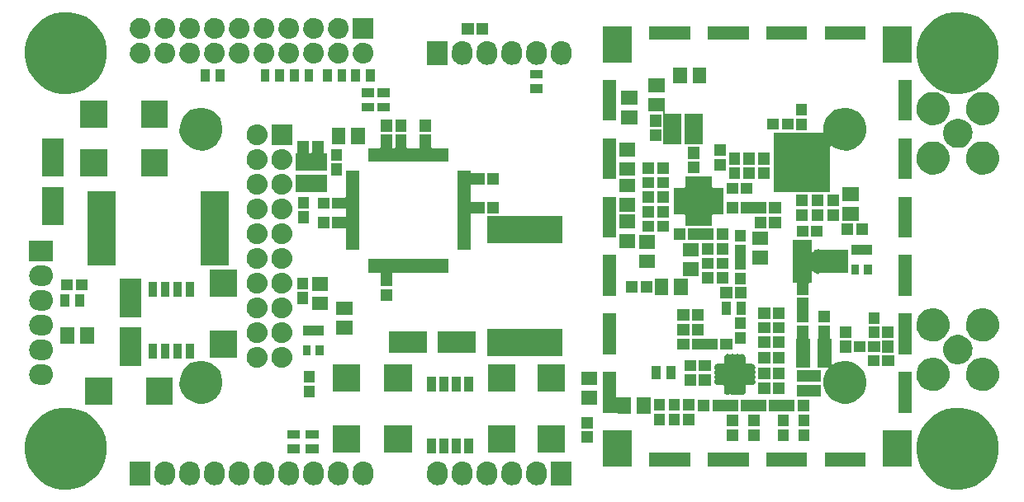
<source format=gbr>
G04 #@! TF.FileFunction,Soldermask,Bot*
%FSLAX46Y46*%
G04 Gerber Fmt 4.6, Leading zero omitted, Abs format (unit mm)*
G04 Created by KiCad (PCBNEW 201611221049+7374~55~ubuntu16.04.1-product) date Sun Nov 27 19:54:39 2016*
%MOMM*%
%LPD*%
G01*
G04 APERTURE LIST*
%ADD10C,0.100000*%
G04 APERTURE END LIST*
D10*
G36*
X41081144Y-143122794D02*
X41887989Y-143288415D01*
X42647287Y-143607594D01*
X43330139Y-144068184D01*
X43910519Y-144652629D01*
X44366325Y-145338674D01*
X44680201Y-146100192D01*
X44840048Y-146907479D01*
X44840048Y-146907501D01*
X44840180Y-146908169D01*
X44827044Y-147848947D01*
X44826892Y-147849615D01*
X44826892Y-147849634D01*
X44644567Y-148652139D01*
X44309551Y-149404597D01*
X43834765Y-150077650D01*
X43238294Y-150645661D01*
X42542848Y-151087004D01*
X41774931Y-151384860D01*
X40963778Y-151527889D01*
X40140295Y-151510638D01*
X39335848Y-151333770D01*
X38581073Y-151004017D01*
X37904724Y-150533941D01*
X37332559Y-149941447D01*
X36886372Y-149249101D01*
X36583162Y-148483279D01*
X36434475Y-147673147D01*
X36445975Y-146849567D01*
X36617224Y-146043901D01*
X36941701Y-145286840D01*
X37407044Y-144607225D01*
X37995527Y-144030939D01*
X38684738Y-143579932D01*
X39448424Y-143271382D01*
X40257500Y-143117043D01*
X41081144Y-143122794D01*
X41081144Y-143122794D01*
G37*
G36*
X132521144Y-143122794D02*
X133327989Y-143288415D01*
X134087287Y-143607594D01*
X134770139Y-144068184D01*
X135350519Y-144652629D01*
X135806325Y-145338674D01*
X136120201Y-146100192D01*
X136280048Y-146907479D01*
X136280048Y-146907501D01*
X136280180Y-146908169D01*
X136267044Y-147848947D01*
X136266892Y-147849615D01*
X136266892Y-147849634D01*
X136084567Y-148652139D01*
X135749551Y-149404597D01*
X135274765Y-150077650D01*
X134678294Y-150645661D01*
X133982848Y-151087004D01*
X133214931Y-151384860D01*
X132403778Y-151527889D01*
X131580295Y-151510638D01*
X130775848Y-151333770D01*
X130021073Y-151004017D01*
X129344724Y-150533941D01*
X128772559Y-149941447D01*
X128326372Y-149249101D01*
X128023162Y-148483279D01*
X127874475Y-147673147D01*
X127885975Y-146849567D01*
X128057224Y-146043901D01*
X128381701Y-145286840D01*
X128847044Y-144607225D01*
X129435527Y-144030939D01*
X130124738Y-143579932D01*
X130888424Y-143271382D01*
X131697500Y-143117043D01*
X132521144Y-143122794D01*
X132521144Y-143122794D01*
G37*
G36*
X66253768Y-148659825D02*
X66253791Y-148659832D01*
X66253866Y-148659840D01*
X66452162Y-148721222D01*
X66634758Y-148819952D01*
X66794699Y-148952267D01*
X66925895Y-149113129D01*
X67023347Y-149296410D01*
X67083344Y-149495128D01*
X67103600Y-149701716D01*
X67103600Y-150018360D01*
X67103525Y-150029078D01*
X67103524Y-150029084D01*
X67103496Y-150033134D01*
X67080358Y-150239419D01*
X67017592Y-150437281D01*
X66917591Y-150619183D01*
X66784162Y-150778197D01*
X66622388Y-150908267D01*
X66438432Y-151004437D01*
X66239299Y-151063045D01*
X66239233Y-151063051D01*
X66239209Y-151063058D01*
X66032579Y-151081863D01*
X65826232Y-151060175D01*
X65826209Y-151060168D01*
X65826134Y-151060160D01*
X65627838Y-150998778D01*
X65445242Y-150900048D01*
X65285301Y-150767733D01*
X65154105Y-150606871D01*
X65056653Y-150423590D01*
X64996656Y-150224872D01*
X64976400Y-150018284D01*
X64976400Y-149701640D01*
X64976475Y-149690922D01*
X64976476Y-149690916D01*
X64976504Y-149686866D01*
X64999642Y-149480581D01*
X65062408Y-149282719D01*
X65162409Y-149100817D01*
X65295838Y-148941803D01*
X65457612Y-148811733D01*
X65641568Y-148715563D01*
X65840701Y-148656955D01*
X65840767Y-148656949D01*
X65840791Y-148656942D01*
X66047421Y-148638137D01*
X66253768Y-148659825D01*
X66253768Y-148659825D01*
G37*
G36*
X53553768Y-148659825D02*
X53553791Y-148659832D01*
X53553866Y-148659840D01*
X53752162Y-148721222D01*
X53934758Y-148819952D01*
X54094699Y-148952267D01*
X54225895Y-149113129D01*
X54323347Y-149296410D01*
X54383344Y-149495128D01*
X54403600Y-149701716D01*
X54403600Y-150018360D01*
X54403525Y-150029078D01*
X54403524Y-150029084D01*
X54403496Y-150033134D01*
X54380358Y-150239419D01*
X54317592Y-150437281D01*
X54217591Y-150619183D01*
X54084162Y-150778197D01*
X53922388Y-150908267D01*
X53738432Y-151004437D01*
X53539299Y-151063045D01*
X53539233Y-151063051D01*
X53539209Y-151063058D01*
X53332579Y-151081863D01*
X53126232Y-151060175D01*
X53126209Y-151060168D01*
X53126134Y-151060160D01*
X52927838Y-150998778D01*
X52745242Y-150900048D01*
X52585301Y-150767733D01*
X52454105Y-150606871D01*
X52356653Y-150423590D01*
X52296656Y-150224872D01*
X52276400Y-150018284D01*
X52276400Y-149701640D01*
X52276475Y-149690922D01*
X52276476Y-149690916D01*
X52276504Y-149686866D01*
X52299642Y-149480581D01*
X52362408Y-149282719D01*
X52462409Y-149100817D01*
X52595838Y-148941803D01*
X52757612Y-148811733D01*
X52941568Y-148715563D01*
X53140701Y-148656955D01*
X53140767Y-148656949D01*
X53140791Y-148656942D01*
X53347421Y-148638137D01*
X53553768Y-148659825D01*
X53553768Y-148659825D01*
G37*
G36*
X56093768Y-148659825D02*
X56093791Y-148659832D01*
X56093866Y-148659840D01*
X56292162Y-148721222D01*
X56474758Y-148819952D01*
X56634699Y-148952267D01*
X56765895Y-149113129D01*
X56863347Y-149296410D01*
X56923344Y-149495128D01*
X56943600Y-149701716D01*
X56943600Y-150018360D01*
X56943525Y-150029078D01*
X56943524Y-150029084D01*
X56943496Y-150033134D01*
X56920358Y-150239419D01*
X56857592Y-150437281D01*
X56757591Y-150619183D01*
X56624162Y-150778197D01*
X56462388Y-150908267D01*
X56278432Y-151004437D01*
X56079299Y-151063045D01*
X56079233Y-151063051D01*
X56079209Y-151063058D01*
X55872579Y-151081863D01*
X55666232Y-151060175D01*
X55666209Y-151060168D01*
X55666134Y-151060160D01*
X55467838Y-150998778D01*
X55285242Y-150900048D01*
X55125301Y-150767733D01*
X54994105Y-150606871D01*
X54896653Y-150423590D01*
X54836656Y-150224872D01*
X54816400Y-150018284D01*
X54816400Y-149701640D01*
X54816475Y-149690922D01*
X54816476Y-149690916D01*
X54816504Y-149686866D01*
X54839642Y-149480581D01*
X54902408Y-149282719D01*
X55002409Y-149100817D01*
X55135838Y-148941803D01*
X55297612Y-148811733D01*
X55481568Y-148715563D01*
X55680701Y-148656955D01*
X55680767Y-148656949D01*
X55680791Y-148656942D01*
X55887421Y-148638137D01*
X56093768Y-148659825D01*
X56093768Y-148659825D01*
G37*
G36*
X58633768Y-148659825D02*
X58633791Y-148659832D01*
X58633866Y-148659840D01*
X58832162Y-148721222D01*
X59014758Y-148819952D01*
X59174699Y-148952267D01*
X59305895Y-149113129D01*
X59403347Y-149296410D01*
X59463344Y-149495128D01*
X59483600Y-149701716D01*
X59483600Y-150018360D01*
X59483525Y-150029078D01*
X59483524Y-150029084D01*
X59483496Y-150033134D01*
X59460358Y-150239419D01*
X59397592Y-150437281D01*
X59297591Y-150619183D01*
X59164162Y-150778197D01*
X59002388Y-150908267D01*
X58818432Y-151004437D01*
X58619299Y-151063045D01*
X58619233Y-151063051D01*
X58619209Y-151063058D01*
X58412579Y-151081863D01*
X58206232Y-151060175D01*
X58206209Y-151060168D01*
X58206134Y-151060160D01*
X58007838Y-150998778D01*
X57825242Y-150900048D01*
X57665301Y-150767733D01*
X57534105Y-150606871D01*
X57436653Y-150423590D01*
X57376656Y-150224872D01*
X57356400Y-150018284D01*
X57356400Y-149701640D01*
X57356475Y-149690922D01*
X57356476Y-149690916D01*
X57356504Y-149686866D01*
X57379642Y-149480581D01*
X57442408Y-149282719D01*
X57542409Y-149100817D01*
X57675838Y-148941803D01*
X57837612Y-148811733D01*
X58021568Y-148715563D01*
X58220701Y-148656955D01*
X58220767Y-148656949D01*
X58220791Y-148656942D01*
X58427421Y-148638137D01*
X58633768Y-148659825D01*
X58633768Y-148659825D01*
G37*
G36*
X61173768Y-148659825D02*
X61173791Y-148659832D01*
X61173866Y-148659840D01*
X61372162Y-148721222D01*
X61554758Y-148819952D01*
X61714699Y-148952267D01*
X61845895Y-149113129D01*
X61943347Y-149296410D01*
X62003344Y-149495128D01*
X62023600Y-149701716D01*
X62023600Y-150018360D01*
X62023525Y-150029078D01*
X62023524Y-150029084D01*
X62023496Y-150033134D01*
X62000358Y-150239419D01*
X61937592Y-150437281D01*
X61837591Y-150619183D01*
X61704162Y-150778197D01*
X61542388Y-150908267D01*
X61358432Y-151004437D01*
X61159299Y-151063045D01*
X61159233Y-151063051D01*
X61159209Y-151063058D01*
X60952579Y-151081863D01*
X60746232Y-151060175D01*
X60746209Y-151060168D01*
X60746134Y-151060160D01*
X60547838Y-150998778D01*
X60365242Y-150900048D01*
X60205301Y-150767733D01*
X60074105Y-150606871D01*
X59976653Y-150423590D01*
X59916656Y-150224872D01*
X59896400Y-150018284D01*
X59896400Y-149701640D01*
X59896475Y-149690922D01*
X59896476Y-149690916D01*
X59896504Y-149686866D01*
X59919642Y-149480581D01*
X59982408Y-149282719D01*
X60082409Y-149100817D01*
X60215838Y-148941803D01*
X60377612Y-148811733D01*
X60561568Y-148715563D01*
X60760701Y-148656955D01*
X60760767Y-148656949D01*
X60760791Y-148656942D01*
X60967421Y-148638137D01*
X61173768Y-148659825D01*
X61173768Y-148659825D01*
G37*
G36*
X63713768Y-148659825D02*
X63713791Y-148659832D01*
X63713866Y-148659840D01*
X63912162Y-148721222D01*
X64094758Y-148819952D01*
X64254699Y-148952267D01*
X64385895Y-149113129D01*
X64483347Y-149296410D01*
X64543344Y-149495128D01*
X64563600Y-149701716D01*
X64563600Y-150018360D01*
X64563525Y-150029078D01*
X64563524Y-150029084D01*
X64563496Y-150033134D01*
X64540358Y-150239419D01*
X64477592Y-150437281D01*
X64377591Y-150619183D01*
X64244162Y-150778197D01*
X64082388Y-150908267D01*
X63898432Y-151004437D01*
X63699299Y-151063045D01*
X63699233Y-151063051D01*
X63699209Y-151063058D01*
X63492579Y-151081863D01*
X63286232Y-151060175D01*
X63286209Y-151060168D01*
X63286134Y-151060160D01*
X63087838Y-150998778D01*
X62905242Y-150900048D01*
X62745301Y-150767733D01*
X62614105Y-150606871D01*
X62516653Y-150423590D01*
X62456656Y-150224872D01*
X62436400Y-150018284D01*
X62436400Y-149701640D01*
X62436475Y-149690922D01*
X62436476Y-149690916D01*
X62436504Y-149686866D01*
X62459642Y-149480581D01*
X62522408Y-149282719D01*
X62622409Y-149100817D01*
X62755838Y-148941803D01*
X62917612Y-148811733D01*
X63101568Y-148715563D01*
X63300701Y-148656955D01*
X63300767Y-148656949D01*
X63300791Y-148656942D01*
X63507421Y-148638137D01*
X63713768Y-148659825D01*
X63713768Y-148659825D01*
G37*
G36*
X68793768Y-148659825D02*
X68793791Y-148659832D01*
X68793866Y-148659840D01*
X68992162Y-148721222D01*
X69174758Y-148819952D01*
X69334699Y-148952267D01*
X69465895Y-149113129D01*
X69563347Y-149296410D01*
X69623344Y-149495128D01*
X69643600Y-149701716D01*
X69643600Y-150018360D01*
X69643525Y-150029078D01*
X69643524Y-150029084D01*
X69643496Y-150033134D01*
X69620358Y-150239419D01*
X69557592Y-150437281D01*
X69457591Y-150619183D01*
X69324162Y-150778197D01*
X69162388Y-150908267D01*
X68978432Y-151004437D01*
X68779299Y-151063045D01*
X68779233Y-151063051D01*
X68779209Y-151063058D01*
X68572579Y-151081863D01*
X68366232Y-151060175D01*
X68366209Y-151060168D01*
X68366134Y-151060160D01*
X68167838Y-150998778D01*
X67985242Y-150900048D01*
X67825301Y-150767733D01*
X67694105Y-150606871D01*
X67596653Y-150423590D01*
X67536656Y-150224872D01*
X67516400Y-150018284D01*
X67516400Y-149701640D01*
X67516475Y-149690922D01*
X67516476Y-149690916D01*
X67516504Y-149686866D01*
X67539642Y-149480581D01*
X67602408Y-149282719D01*
X67702409Y-149100817D01*
X67835838Y-148941803D01*
X67997612Y-148811733D01*
X68181568Y-148715563D01*
X68380701Y-148656955D01*
X68380767Y-148656949D01*
X68380791Y-148656942D01*
X68587421Y-148638137D01*
X68793768Y-148659825D01*
X68793768Y-148659825D01*
G37*
G36*
X71333768Y-148659825D02*
X71333791Y-148659832D01*
X71333866Y-148659840D01*
X71532162Y-148721222D01*
X71714758Y-148819952D01*
X71874699Y-148952267D01*
X72005895Y-149113129D01*
X72103347Y-149296410D01*
X72163344Y-149495128D01*
X72183600Y-149701716D01*
X72183600Y-150018360D01*
X72183525Y-150029078D01*
X72183524Y-150029084D01*
X72183496Y-150033134D01*
X72160358Y-150239419D01*
X72097592Y-150437281D01*
X71997591Y-150619183D01*
X71864162Y-150778197D01*
X71702388Y-150908267D01*
X71518432Y-151004437D01*
X71319299Y-151063045D01*
X71319233Y-151063051D01*
X71319209Y-151063058D01*
X71112579Y-151081863D01*
X70906232Y-151060175D01*
X70906209Y-151060168D01*
X70906134Y-151060160D01*
X70707838Y-150998778D01*
X70525242Y-150900048D01*
X70365301Y-150767733D01*
X70234105Y-150606871D01*
X70136653Y-150423590D01*
X70076656Y-150224872D01*
X70056400Y-150018284D01*
X70056400Y-149701640D01*
X70056475Y-149690922D01*
X70056476Y-149690916D01*
X70056504Y-149686866D01*
X70079642Y-149480581D01*
X70142408Y-149282719D01*
X70242409Y-149100817D01*
X70375838Y-148941803D01*
X70537612Y-148811733D01*
X70721568Y-148715563D01*
X70920701Y-148656955D01*
X70920767Y-148656949D01*
X70920791Y-148656942D01*
X71127421Y-148638137D01*
X71333768Y-148659825D01*
X71333768Y-148659825D01*
G37*
G36*
X78953768Y-148659825D02*
X78953791Y-148659832D01*
X78953866Y-148659840D01*
X79152162Y-148721222D01*
X79334758Y-148819952D01*
X79494699Y-148952267D01*
X79625895Y-149113129D01*
X79723347Y-149296410D01*
X79783344Y-149495128D01*
X79803600Y-149701716D01*
X79803600Y-150018360D01*
X79803525Y-150029078D01*
X79803524Y-150029084D01*
X79803496Y-150033134D01*
X79780358Y-150239419D01*
X79717592Y-150437281D01*
X79617591Y-150619183D01*
X79484162Y-150778197D01*
X79322388Y-150908267D01*
X79138432Y-151004437D01*
X78939299Y-151063045D01*
X78939233Y-151063051D01*
X78939209Y-151063058D01*
X78732579Y-151081863D01*
X78526232Y-151060175D01*
X78526209Y-151060168D01*
X78526134Y-151060160D01*
X78327838Y-150998778D01*
X78145242Y-150900048D01*
X77985301Y-150767733D01*
X77854105Y-150606871D01*
X77756653Y-150423590D01*
X77696656Y-150224872D01*
X77676400Y-150018284D01*
X77676400Y-149701640D01*
X77676475Y-149690922D01*
X77676476Y-149690916D01*
X77676504Y-149686866D01*
X77699642Y-149480581D01*
X77762408Y-149282719D01*
X77862409Y-149100817D01*
X77995838Y-148941803D01*
X78157612Y-148811733D01*
X78341568Y-148715563D01*
X78540701Y-148656955D01*
X78540767Y-148656949D01*
X78540791Y-148656942D01*
X78747421Y-148638137D01*
X78953768Y-148659825D01*
X78953768Y-148659825D01*
G37*
G36*
X81493768Y-148659825D02*
X81493791Y-148659832D01*
X81493866Y-148659840D01*
X81692162Y-148721222D01*
X81874758Y-148819952D01*
X82034699Y-148952267D01*
X82165895Y-149113129D01*
X82263347Y-149296410D01*
X82323344Y-149495128D01*
X82343600Y-149701716D01*
X82343600Y-150018360D01*
X82343525Y-150029078D01*
X82343524Y-150029084D01*
X82343496Y-150033134D01*
X82320358Y-150239419D01*
X82257592Y-150437281D01*
X82157591Y-150619183D01*
X82024162Y-150778197D01*
X81862388Y-150908267D01*
X81678432Y-151004437D01*
X81479299Y-151063045D01*
X81479233Y-151063051D01*
X81479209Y-151063058D01*
X81272579Y-151081863D01*
X81066232Y-151060175D01*
X81066209Y-151060168D01*
X81066134Y-151060160D01*
X80867838Y-150998778D01*
X80685242Y-150900048D01*
X80525301Y-150767733D01*
X80394105Y-150606871D01*
X80296653Y-150423590D01*
X80236656Y-150224872D01*
X80216400Y-150018284D01*
X80216400Y-149701640D01*
X80216475Y-149690922D01*
X80216476Y-149690916D01*
X80216504Y-149686866D01*
X80239642Y-149480581D01*
X80302408Y-149282719D01*
X80402409Y-149100817D01*
X80535838Y-148941803D01*
X80697612Y-148811733D01*
X80881568Y-148715563D01*
X81080701Y-148656955D01*
X81080767Y-148656949D01*
X81080791Y-148656942D01*
X81287421Y-148638137D01*
X81493768Y-148659825D01*
X81493768Y-148659825D01*
G37*
G36*
X86573768Y-148659825D02*
X86573791Y-148659832D01*
X86573866Y-148659840D01*
X86772162Y-148721222D01*
X86954758Y-148819952D01*
X87114699Y-148952267D01*
X87245895Y-149113129D01*
X87343347Y-149296410D01*
X87403344Y-149495128D01*
X87423600Y-149701716D01*
X87423600Y-150018360D01*
X87423525Y-150029078D01*
X87423524Y-150029084D01*
X87423496Y-150033134D01*
X87400358Y-150239419D01*
X87337592Y-150437281D01*
X87237591Y-150619183D01*
X87104162Y-150778197D01*
X86942388Y-150908267D01*
X86758432Y-151004437D01*
X86559299Y-151063045D01*
X86559233Y-151063051D01*
X86559209Y-151063058D01*
X86352579Y-151081863D01*
X86146232Y-151060175D01*
X86146209Y-151060168D01*
X86146134Y-151060160D01*
X85947838Y-150998778D01*
X85765242Y-150900048D01*
X85605301Y-150767733D01*
X85474105Y-150606871D01*
X85376653Y-150423590D01*
X85316656Y-150224872D01*
X85296400Y-150018284D01*
X85296400Y-149701640D01*
X85296475Y-149690922D01*
X85296476Y-149690916D01*
X85296504Y-149686866D01*
X85319642Y-149480581D01*
X85382408Y-149282719D01*
X85482409Y-149100817D01*
X85615838Y-148941803D01*
X85777612Y-148811733D01*
X85961568Y-148715563D01*
X86160701Y-148656955D01*
X86160767Y-148656949D01*
X86160791Y-148656942D01*
X86367421Y-148638137D01*
X86573768Y-148659825D01*
X86573768Y-148659825D01*
G37*
G36*
X89113768Y-148659825D02*
X89113791Y-148659832D01*
X89113866Y-148659840D01*
X89312162Y-148721222D01*
X89494758Y-148819952D01*
X89654699Y-148952267D01*
X89785895Y-149113129D01*
X89883347Y-149296410D01*
X89943344Y-149495128D01*
X89963600Y-149701716D01*
X89963600Y-150018360D01*
X89963525Y-150029078D01*
X89963524Y-150029084D01*
X89963496Y-150033134D01*
X89940358Y-150239419D01*
X89877592Y-150437281D01*
X89777591Y-150619183D01*
X89644162Y-150778197D01*
X89482388Y-150908267D01*
X89298432Y-151004437D01*
X89099299Y-151063045D01*
X89099233Y-151063051D01*
X89099209Y-151063058D01*
X88892579Y-151081863D01*
X88686232Y-151060175D01*
X88686209Y-151060168D01*
X88686134Y-151060160D01*
X88487838Y-150998778D01*
X88305242Y-150900048D01*
X88145301Y-150767733D01*
X88014105Y-150606871D01*
X87916653Y-150423590D01*
X87856656Y-150224872D01*
X87836400Y-150018284D01*
X87836400Y-149701640D01*
X87836475Y-149690922D01*
X87836476Y-149690916D01*
X87836504Y-149686866D01*
X87859642Y-149480581D01*
X87922408Y-149282719D01*
X88022409Y-149100817D01*
X88155838Y-148941803D01*
X88317612Y-148811733D01*
X88501568Y-148715563D01*
X88700701Y-148656955D01*
X88700767Y-148656949D01*
X88700791Y-148656942D01*
X88907421Y-148638137D01*
X89113768Y-148659825D01*
X89113768Y-148659825D01*
G37*
G36*
X51013768Y-148659825D02*
X51013791Y-148659832D01*
X51013866Y-148659840D01*
X51212162Y-148721222D01*
X51394758Y-148819952D01*
X51554699Y-148952267D01*
X51685895Y-149113129D01*
X51783347Y-149296410D01*
X51843344Y-149495128D01*
X51863600Y-149701716D01*
X51863600Y-150018360D01*
X51863525Y-150029078D01*
X51863524Y-150029084D01*
X51863496Y-150033134D01*
X51840358Y-150239419D01*
X51777592Y-150437281D01*
X51677591Y-150619183D01*
X51544162Y-150778197D01*
X51382388Y-150908267D01*
X51198432Y-151004437D01*
X50999299Y-151063045D01*
X50999233Y-151063051D01*
X50999209Y-151063058D01*
X50792579Y-151081863D01*
X50586232Y-151060175D01*
X50586209Y-151060168D01*
X50586134Y-151060160D01*
X50387838Y-150998778D01*
X50205242Y-150900048D01*
X50045301Y-150767733D01*
X49914105Y-150606871D01*
X49816653Y-150423590D01*
X49756656Y-150224872D01*
X49736400Y-150018284D01*
X49736400Y-149701640D01*
X49736475Y-149690922D01*
X49736476Y-149690916D01*
X49736504Y-149686866D01*
X49759642Y-149480581D01*
X49822408Y-149282719D01*
X49922409Y-149100817D01*
X50055838Y-148941803D01*
X50217612Y-148811733D01*
X50401568Y-148715563D01*
X50600701Y-148656955D01*
X50600767Y-148656949D01*
X50600791Y-148656942D01*
X50807421Y-148638137D01*
X51013768Y-148659825D01*
X51013768Y-148659825D01*
G37*
G36*
X84033768Y-148659825D02*
X84033791Y-148659832D01*
X84033866Y-148659840D01*
X84232162Y-148721222D01*
X84414758Y-148819952D01*
X84574699Y-148952267D01*
X84705895Y-149113129D01*
X84803347Y-149296410D01*
X84863344Y-149495128D01*
X84883600Y-149701716D01*
X84883600Y-150018360D01*
X84883525Y-150029078D01*
X84883524Y-150029084D01*
X84883496Y-150033134D01*
X84860358Y-150239419D01*
X84797592Y-150437281D01*
X84697591Y-150619183D01*
X84564162Y-150778197D01*
X84402388Y-150908267D01*
X84218432Y-151004437D01*
X84019299Y-151063045D01*
X84019233Y-151063051D01*
X84019209Y-151063058D01*
X83812579Y-151081863D01*
X83606232Y-151060175D01*
X83606209Y-151060168D01*
X83606134Y-151060160D01*
X83407838Y-150998778D01*
X83225242Y-150900048D01*
X83065301Y-150767733D01*
X82934105Y-150606871D01*
X82836653Y-150423590D01*
X82776656Y-150224872D01*
X82756400Y-150018284D01*
X82756400Y-149701640D01*
X82756475Y-149690922D01*
X82756476Y-149690916D01*
X82756504Y-149686866D01*
X82779642Y-149480581D01*
X82842408Y-149282719D01*
X82942409Y-149100817D01*
X83075838Y-148941803D01*
X83237612Y-148811733D01*
X83421568Y-148715563D01*
X83620701Y-148656955D01*
X83620767Y-148656949D01*
X83620791Y-148656942D01*
X83827421Y-148638137D01*
X84033768Y-148659825D01*
X84033768Y-148659825D01*
G37*
G36*
X92503600Y-151076000D02*
X90376400Y-151076000D01*
X90376400Y-148644000D01*
X92503600Y-148644000D01*
X92503600Y-151076000D01*
X92503600Y-151076000D01*
G37*
G36*
X49323600Y-151076000D02*
X47196400Y-151076000D01*
X47196400Y-148644000D01*
X49323600Y-148644000D01*
X49323600Y-151076000D01*
X49323600Y-151076000D01*
G37*
G36*
X104635000Y-149140000D02*
X100435000Y-149140000D01*
X100435000Y-147740000D01*
X104635000Y-147740000D01*
X104635000Y-149140000D01*
X104635000Y-149140000D01*
G37*
G36*
X110635000Y-149140000D02*
X106435000Y-149140000D01*
X106435000Y-147740000D01*
X110635000Y-147740000D01*
X110635000Y-149140000D01*
X110635000Y-149140000D01*
G37*
G36*
X122635000Y-149140000D02*
X118435000Y-149140000D01*
X118435000Y-147740000D01*
X122635000Y-147740000D01*
X122635000Y-149140000D01*
X122635000Y-149140000D01*
G37*
G36*
X98635000Y-149140000D02*
X95685000Y-149140000D01*
X95685000Y-145440000D01*
X98635000Y-145440000D01*
X98635000Y-149140000D01*
X98635000Y-149140000D01*
G37*
G36*
X116635000Y-149140000D02*
X112435000Y-149140000D01*
X112435000Y-147740000D01*
X116635000Y-147740000D01*
X116635000Y-149140000D01*
X116635000Y-149140000D01*
G37*
G36*
X127385000Y-149140000D02*
X124435000Y-149140000D01*
X124435000Y-145440000D01*
X127385000Y-145440000D01*
X127385000Y-149140000D01*
X127385000Y-149140000D01*
G37*
G36*
X81089000Y-147846500D02*
X80181000Y-147846500D01*
X80181000Y-146303500D01*
X81089000Y-146303500D01*
X81089000Y-147846500D01*
X81089000Y-147846500D01*
G37*
G36*
X78549000Y-147846500D02*
X77641000Y-147846500D01*
X77641000Y-146303500D01*
X78549000Y-146303500D01*
X78549000Y-147846500D01*
X78549000Y-147846500D01*
G37*
G36*
X79819000Y-147846500D02*
X78911000Y-147846500D01*
X78911000Y-146303500D01*
X79819000Y-146303500D01*
X79819000Y-147846500D01*
X79819000Y-147846500D01*
G37*
G36*
X82359000Y-147846500D02*
X81451000Y-147846500D01*
X81451000Y-146303500D01*
X82359000Y-146303500D01*
X82359000Y-147846500D01*
X82359000Y-147846500D01*
G37*
G36*
X64650000Y-147800000D02*
X63350000Y-147800000D01*
X63350000Y-146900000D01*
X64650000Y-146900000D01*
X64650000Y-147800000D01*
X64650000Y-147800000D01*
G37*
G36*
X66550000Y-147800000D02*
X65250000Y-147800000D01*
X65250000Y-146900000D01*
X66550000Y-146900000D01*
X66550000Y-147800000D01*
X66550000Y-147800000D01*
G37*
G36*
X70815000Y-147705000D02*
X67985000Y-147705000D01*
X67985000Y-144935000D01*
X70815000Y-144935000D01*
X70815000Y-147705000D01*
X70815000Y-147705000D01*
G37*
G36*
X86715000Y-147705000D02*
X83885000Y-147705000D01*
X83885000Y-144935000D01*
X86715000Y-144935000D01*
X86715000Y-147705000D01*
X86715000Y-147705000D01*
G37*
G36*
X91815000Y-147705000D02*
X88985000Y-147705000D01*
X88985000Y-144935000D01*
X91815000Y-144935000D01*
X91815000Y-147705000D01*
X91815000Y-147705000D01*
G37*
G36*
X76115000Y-147705000D02*
X73285000Y-147705000D01*
X73285000Y-144935000D01*
X76115000Y-144935000D01*
X76115000Y-147705000D01*
X76115000Y-147705000D01*
G37*
G36*
X94675000Y-146750000D02*
X93525000Y-146750000D01*
X93525000Y-145550000D01*
X94675000Y-145550000D01*
X94675000Y-146750000D01*
X94675000Y-146750000D01*
G37*
G36*
X116875000Y-146550000D02*
X115725000Y-146550000D01*
X115725000Y-145350000D01*
X116875000Y-145350000D01*
X116875000Y-146550000D01*
X116875000Y-146550000D01*
G37*
G36*
X114775000Y-146550000D02*
X113625000Y-146550000D01*
X113625000Y-145350000D01*
X114775000Y-145350000D01*
X114775000Y-146550000D01*
X114775000Y-146550000D01*
G37*
G36*
X111775000Y-146550000D02*
X110625000Y-146550000D01*
X110625000Y-145350000D01*
X111775000Y-145350000D01*
X111775000Y-146550000D01*
X111775000Y-146550000D01*
G37*
G36*
X109575000Y-146550000D02*
X108425000Y-146550000D01*
X108425000Y-145350000D01*
X109575000Y-145350000D01*
X109575000Y-146550000D01*
X109575000Y-146550000D01*
G37*
G36*
X64650000Y-146300000D02*
X63350000Y-146300000D01*
X63350000Y-145400000D01*
X64650000Y-145400000D01*
X64650000Y-146300000D01*
X64650000Y-146300000D01*
G37*
G36*
X66550000Y-146300000D02*
X65250000Y-146300000D01*
X65250000Y-145400000D01*
X66550000Y-145400000D01*
X66550000Y-146300000D01*
X66550000Y-146300000D01*
G37*
G36*
X94675000Y-145250000D02*
X93525000Y-145250000D01*
X93525000Y-144050000D01*
X94675000Y-144050000D01*
X94675000Y-145250000D01*
X94675000Y-145250000D01*
G37*
G36*
X111775000Y-145050000D02*
X110625000Y-145050000D01*
X110625000Y-143850000D01*
X111775000Y-143850000D01*
X111775000Y-145050000D01*
X111775000Y-145050000D01*
G37*
G36*
X109575000Y-145050000D02*
X108425000Y-145050000D01*
X108425000Y-143850000D01*
X109575000Y-143850000D01*
X109575000Y-145050000D01*
X109575000Y-145050000D01*
G37*
G36*
X114775000Y-145050000D02*
X113625000Y-145050000D01*
X113625000Y-143850000D01*
X114775000Y-143850000D01*
X114775000Y-145050000D01*
X114775000Y-145050000D01*
G37*
G36*
X116875000Y-145050000D02*
X115725000Y-145050000D01*
X115725000Y-143850000D01*
X116875000Y-143850000D01*
X116875000Y-145050000D01*
X116875000Y-145050000D01*
G37*
G36*
X103575000Y-144950000D02*
X102425000Y-144950000D01*
X102425000Y-143750000D01*
X103575000Y-143750000D01*
X103575000Y-144950000D01*
X103575000Y-144950000D01*
G37*
G36*
X105075000Y-144950000D02*
X103925000Y-144950000D01*
X103925000Y-143750000D01*
X105075000Y-143750000D01*
X105075000Y-144950000D01*
X105075000Y-144950000D01*
G37*
G36*
X102075000Y-144950000D02*
X100925000Y-144950000D01*
X100925000Y-143750000D01*
X102075000Y-143750000D01*
X102075000Y-144950000D01*
X102075000Y-144950000D01*
G37*
G36*
X100600000Y-143725000D02*
X99200000Y-143725000D01*
X99200000Y-142075000D01*
X100600000Y-142075000D01*
X100600000Y-143725000D01*
X100600000Y-143725000D01*
G37*
G36*
X97085000Y-141975000D02*
X97086921Y-141994509D01*
X97092612Y-142013268D01*
X97101853Y-142030557D01*
X97114289Y-142045711D01*
X97129443Y-142058147D01*
X97146732Y-142067388D01*
X97165491Y-142073079D01*
X97185000Y-142075000D01*
X98600000Y-142075000D01*
X98600000Y-143725000D01*
X97198523Y-143725000D01*
X97198079Y-143720491D01*
X97192388Y-143701732D01*
X97183147Y-143684443D01*
X97170711Y-143669289D01*
X97155557Y-143656853D01*
X97138268Y-143647612D01*
X97119509Y-143641921D01*
X97100000Y-143640000D01*
X95685000Y-143640000D01*
X95685000Y-139440000D01*
X97085000Y-139440000D01*
X97085000Y-141975000D01*
X97085000Y-141975000D01*
G37*
G36*
X127385000Y-143640000D02*
X125985000Y-143640000D01*
X125985000Y-139440000D01*
X127385000Y-139440000D01*
X127385000Y-143640000D01*
X127385000Y-143640000D01*
G37*
G36*
X112450000Y-143475000D02*
X109850000Y-143475000D01*
X109850000Y-142325000D01*
X112450000Y-142325000D01*
X112450000Y-143475000D01*
X112450000Y-143475000D01*
G37*
G36*
X109550000Y-143475000D02*
X106950000Y-143475000D01*
X106950000Y-142325000D01*
X109550000Y-142325000D01*
X109550000Y-143475000D01*
X109550000Y-143475000D01*
G37*
G36*
X115350000Y-143475000D02*
X112750000Y-143475000D01*
X112750000Y-142325000D01*
X115350000Y-142325000D01*
X115350000Y-143475000D01*
X115350000Y-143475000D01*
G37*
G36*
X116850000Y-143475000D02*
X115650000Y-143475000D01*
X115650000Y-142325000D01*
X116850000Y-142325000D01*
X116850000Y-143475000D01*
X116850000Y-143475000D01*
G37*
G36*
X106650000Y-143475000D02*
X105450000Y-143475000D01*
X105450000Y-142325000D01*
X106650000Y-142325000D01*
X106650000Y-143475000D01*
X106650000Y-143475000D01*
G37*
G36*
X102075000Y-143450000D02*
X100925000Y-143450000D01*
X100925000Y-142250000D01*
X102075000Y-142250000D01*
X102075000Y-143450000D01*
X102075000Y-143450000D01*
G37*
G36*
X103575000Y-143450000D02*
X102425000Y-143450000D01*
X102425000Y-142250000D01*
X103575000Y-142250000D01*
X103575000Y-143450000D01*
X103575000Y-143450000D01*
G37*
G36*
X105075000Y-143450000D02*
X103925000Y-143450000D01*
X103925000Y-142250000D01*
X105075000Y-142250000D01*
X105075000Y-143450000D01*
X105075000Y-143450000D01*
G37*
G36*
X51605000Y-142815000D02*
X48835000Y-142815000D01*
X48835000Y-139985000D01*
X51605000Y-139985000D01*
X51605000Y-142815000D01*
X51605000Y-142815000D01*
G37*
G36*
X45365000Y-142815000D02*
X42595000Y-142815000D01*
X42595000Y-139985000D01*
X45365000Y-139985000D01*
X45365000Y-142815000D01*
X45365000Y-142815000D01*
G37*
G36*
X95125000Y-142800000D02*
X93475000Y-142800000D01*
X93475000Y-141400000D01*
X95125000Y-141400000D01*
X95125000Y-142800000D01*
X95125000Y-142800000D01*
G37*
G36*
X118975000Y-135925000D02*
X118976921Y-135944509D01*
X118982612Y-135963268D01*
X118991853Y-135980557D01*
X119004289Y-135995711D01*
X119019443Y-136008147D01*
X119036732Y-136017388D01*
X119055491Y-136023079D01*
X119075000Y-136025000D01*
X119130000Y-136025000D01*
X119130000Y-138582263D01*
X119131921Y-138601772D01*
X119137612Y-138620531D01*
X119146853Y-138637820D01*
X119159289Y-138652974D01*
X119174443Y-138665410D01*
X119191732Y-138674651D01*
X119210491Y-138680342D01*
X119230000Y-138682263D01*
X119249509Y-138680342D01*
X119268268Y-138674651D01*
X119284756Y-138665939D01*
X119475813Y-138540915D01*
X119875839Y-138379294D01*
X120299642Y-138298449D01*
X120731076Y-138301462D01*
X121153709Y-138388215D01*
X121551438Y-138555405D01*
X121909123Y-138796666D01*
X122213131Y-139102804D01*
X122451886Y-139462161D01*
X122616298Y-139861052D01*
X122699962Y-140283589D01*
X122699962Y-140283611D01*
X122700094Y-140284279D01*
X122693213Y-140777067D01*
X122693062Y-140777730D01*
X122693062Y-140777751D01*
X122597633Y-141197787D01*
X122422146Y-141591937D01*
X122173452Y-141944482D01*
X121861013Y-142242015D01*
X121496728Y-142473196D01*
X121094491Y-142629214D01*
X120669598Y-142704135D01*
X120238250Y-142695098D01*
X119816871Y-142602452D01*
X119421513Y-142429725D01*
X119067235Y-142183495D01*
X118767529Y-141873141D01*
X118533812Y-141510482D01*
X118374987Y-141109336D01*
X118297103Y-140684981D01*
X118303127Y-140253584D01*
X118392829Y-139831567D01*
X118562794Y-139435009D01*
X118770613Y-139131497D01*
X118780050Y-139114314D01*
X118785953Y-139095620D01*
X118788096Y-139076134D01*
X118786396Y-139056605D01*
X118780918Y-139037782D01*
X118771874Y-139020390D01*
X118759610Y-139005096D01*
X118744599Y-138992489D01*
X118727416Y-138983052D01*
X118708722Y-138977149D01*
X118688102Y-138975000D01*
X117670000Y-138975000D01*
X117670000Y-136025000D01*
X117725000Y-136025000D01*
X117744509Y-136023079D01*
X117763268Y-136017388D01*
X117780557Y-136008147D01*
X117795711Y-135995711D01*
X117808147Y-135980557D01*
X117817388Y-135963268D01*
X117823079Y-135944509D01*
X117825000Y-135925000D01*
X117825000Y-134650000D01*
X118975000Y-134650000D01*
X118975000Y-135925000D01*
X118975000Y-135925000D01*
G37*
G36*
X54731076Y-138301462D02*
X55153709Y-138388215D01*
X55551438Y-138555405D01*
X55909123Y-138796666D01*
X56213131Y-139102804D01*
X56451886Y-139462161D01*
X56616298Y-139861052D01*
X56699962Y-140283589D01*
X56699962Y-140283611D01*
X56700094Y-140284279D01*
X56693213Y-140777067D01*
X56693062Y-140777730D01*
X56693062Y-140777751D01*
X56597633Y-141197787D01*
X56422146Y-141591937D01*
X56173452Y-141944482D01*
X55861013Y-142242015D01*
X55496728Y-142473196D01*
X55094491Y-142629214D01*
X54669598Y-142704135D01*
X54238250Y-142695098D01*
X53816871Y-142602452D01*
X53421513Y-142429725D01*
X53067235Y-142183495D01*
X52767529Y-141873141D01*
X52533812Y-141510482D01*
X52374987Y-141109336D01*
X52297103Y-140684981D01*
X52303127Y-140253584D01*
X52392829Y-139831567D01*
X52562794Y-139435009D01*
X52806545Y-139079021D01*
X53114799Y-138777156D01*
X53475813Y-138540915D01*
X53875839Y-138379294D01*
X54299642Y-138298449D01*
X54731076Y-138301462D01*
X54731076Y-138301462D01*
G37*
G36*
X66175000Y-142050000D02*
X65025000Y-142050000D01*
X65025000Y-140850000D01*
X66175000Y-140850000D01*
X66175000Y-142050000D01*
X66175000Y-142050000D01*
G37*
G36*
X118075000Y-141950000D02*
X115625000Y-141950000D01*
X115625000Y-140750000D01*
X118075000Y-140750000D01*
X118075000Y-141950000D01*
X118075000Y-141950000D01*
G37*
G36*
X110040279Y-137604231D02*
X110040302Y-137604238D01*
X110040377Y-137604246D01*
X110105630Y-137624445D01*
X110165718Y-137656934D01*
X110218350Y-137700475D01*
X110261522Y-137753410D01*
X110293591Y-137813722D01*
X110313334Y-137879115D01*
X110320000Y-137947097D01*
X110320000Y-138452973D01*
X110319995Y-138453732D01*
X110319994Y-138453739D01*
X110319966Y-138457790D01*
X110315428Y-138498252D01*
X110315221Y-138513528D01*
X110318785Y-138532805D01*
X110326041Y-138551016D01*
X110336711Y-138567462D01*
X110350384Y-138581510D01*
X110366535Y-138592620D01*
X110384543Y-138600367D01*
X110403716Y-138604451D01*
X110420508Y-138604568D01*
X110467097Y-138600000D01*
X110972973Y-138600000D01*
X110973732Y-138600005D01*
X110973739Y-138600006D01*
X110977790Y-138600034D01*
X111045672Y-138607648D01*
X111110783Y-138628303D01*
X111170641Y-138661210D01*
X111222968Y-138705118D01*
X111265771Y-138758353D01*
X111297417Y-138818888D01*
X111316704Y-138884417D01*
X111316711Y-138884489D01*
X111316717Y-138884511D01*
X111322899Y-138952439D01*
X111315769Y-139020279D01*
X111315762Y-139020302D01*
X111315754Y-139020377D01*
X111295555Y-139085630D01*
X111263066Y-139145718D01*
X111262896Y-139145924D01*
X111259253Y-139152661D01*
X111251664Y-139170736D01*
X111247748Y-139189944D01*
X111247654Y-139209547D01*
X111251386Y-139228792D01*
X111258801Y-139246939D01*
X111263427Y-139253975D01*
X111265613Y-139258157D01*
X111265771Y-139258353D01*
X111297417Y-139318888D01*
X111316704Y-139384417D01*
X111316711Y-139384489D01*
X111316717Y-139384511D01*
X111322899Y-139452439D01*
X111315769Y-139520279D01*
X111315762Y-139520302D01*
X111315754Y-139520377D01*
X111295555Y-139585630D01*
X111263066Y-139645718D01*
X111262896Y-139645924D01*
X111259253Y-139652661D01*
X111251664Y-139670736D01*
X111247748Y-139689944D01*
X111247654Y-139709547D01*
X111251386Y-139728792D01*
X111258801Y-139746939D01*
X111263427Y-139753975D01*
X111265613Y-139758157D01*
X111265771Y-139758353D01*
X111297417Y-139818888D01*
X111316704Y-139884417D01*
X111316711Y-139884489D01*
X111316717Y-139884511D01*
X111322899Y-139952439D01*
X111315769Y-140020279D01*
X111315762Y-140020302D01*
X111315754Y-140020377D01*
X111295555Y-140085630D01*
X111263066Y-140145718D01*
X111262896Y-140145924D01*
X111259253Y-140152661D01*
X111251664Y-140170736D01*
X111247748Y-140189944D01*
X111247654Y-140209547D01*
X111251386Y-140228792D01*
X111258801Y-140246939D01*
X111263427Y-140253975D01*
X111265613Y-140258157D01*
X111265771Y-140258353D01*
X111297417Y-140318888D01*
X111316704Y-140384417D01*
X111316711Y-140384489D01*
X111316717Y-140384511D01*
X111322899Y-140452439D01*
X111315769Y-140520279D01*
X111315762Y-140520302D01*
X111315754Y-140520377D01*
X111295555Y-140585630D01*
X111263066Y-140645718D01*
X111219525Y-140698350D01*
X111166590Y-140741522D01*
X111106278Y-140773591D01*
X111040885Y-140793334D01*
X110972903Y-140800000D01*
X110467027Y-140800000D01*
X110466268Y-140799995D01*
X110466261Y-140799994D01*
X110462210Y-140799966D01*
X110421748Y-140795428D01*
X110406472Y-140795221D01*
X110387195Y-140798785D01*
X110368984Y-140806041D01*
X110352538Y-140816711D01*
X110338490Y-140830384D01*
X110327380Y-140846535D01*
X110319633Y-140864543D01*
X110315549Y-140883716D01*
X110315432Y-140900508D01*
X110320000Y-140947097D01*
X110320000Y-141452973D01*
X110319995Y-141453732D01*
X110319994Y-141453739D01*
X110319966Y-141457790D01*
X110312352Y-141525672D01*
X110291697Y-141590783D01*
X110258790Y-141650641D01*
X110214882Y-141702968D01*
X110161647Y-141745771D01*
X110101112Y-141777417D01*
X110035583Y-141796704D01*
X110035511Y-141796711D01*
X110035489Y-141796717D01*
X109967561Y-141802899D01*
X109899721Y-141795769D01*
X109899698Y-141795762D01*
X109899623Y-141795754D01*
X109834370Y-141775555D01*
X109774282Y-141743066D01*
X109774076Y-141742896D01*
X109767339Y-141739253D01*
X109749264Y-141731664D01*
X109730056Y-141727748D01*
X109710453Y-141727654D01*
X109691208Y-141731386D01*
X109673061Y-141738801D01*
X109666025Y-141743427D01*
X109661843Y-141745613D01*
X109661647Y-141745771D01*
X109601112Y-141777417D01*
X109535583Y-141796704D01*
X109535511Y-141796711D01*
X109535489Y-141796717D01*
X109467561Y-141802899D01*
X109399721Y-141795769D01*
X109399698Y-141795762D01*
X109399623Y-141795754D01*
X109334370Y-141775555D01*
X109274282Y-141743066D01*
X109274076Y-141742896D01*
X109267339Y-141739253D01*
X109249264Y-141731664D01*
X109230056Y-141727748D01*
X109210453Y-141727654D01*
X109191208Y-141731386D01*
X109173061Y-141738801D01*
X109166025Y-141743427D01*
X109161843Y-141745613D01*
X109161647Y-141745771D01*
X109101112Y-141777417D01*
X109035583Y-141796704D01*
X109035511Y-141796711D01*
X109035489Y-141796717D01*
X108967561Y-141802899D01*
X108899721Y-141795769D01*
X108899698Y-141795762D01*
X108899623Y-141795754D01*
X108834370Y-141775555D01*
X108774282Y-141743066D01*
X108774076Y-141742896D01*
X108767339Y-141739253D01*
X108749264Y-141731664D01*
X108730056Y-141727748D01*
X108710453Y-141727654D01*
X108691208Y-141731386D01*
X108673061Y-141738801D01*
X108666025Y-141743427D01*
X108661843Y-141745613D01*
X108661647Y-141745771D01*
X108601112Y-141777417D01*
X108535583Y-141796704D01*
X108535511Y-141796711D01*
X108535489Y-141796717D01*
X108467561Y-141802899D01*
X108399721Y-141795769D01*
X108399698Y-141795762D01*
X108399623Y-141795754D01*
X108334370Y-141775555D01*
X108274282Y-141743066D01*
X108221650Y-141699525D01*
X108178478Y-141646590D01*
X108146409Y-141586278D01*
X108126666Y-141520885D01*
X108120000Y-141452903D01*
X108120000Y-140947027D01*
X108120005Y-140946268D01*
X108120006Y-140946261D01*
X108120034Y-140942210D01*
X108124572Y-140901748D01*
X108124779Y-140886472D01*
X108121215Y-140867195D01*
X108113959Y-140848984D01*
X108103289Y-140832538D01*
X108089616Y-140818490D01*
X108073465Y-140807380D01*
X108055457Y-140799633D01*
X108036284Y-140795549D01*
X108019492Y-140795432D01*
X107972903Y-140800000D01*
X107467027Y-140800000D01*
X107466268Y-140799995D01*
X107466261Y-140799994D01*
X107462210Y-140799966D01*
X107394328Y-140792352D01*
X107329217Y-140771697D01*
X107269359Y-140738790D01*
X107217032Y-140694882D01*
X107174229Y-140641647D01*
X107142583Y-140581112D01*
X107123296Y-140515583D01*
X107123289Y-140515511D01*
X107123283Y-140515489D01*
X107117101Y-140447561D01*
X107124231Y-140379721D01*
X107124238Y-140379698D01*
X107124246Y-140379623D01*
X107144445Y-140314370D01*
X107176934Y-140254282D01*
X107177104Y-140254076D01*
X107180747Y-140247339D01*
X107188336Y-140229264D01*
X107192252Y-140210056D01*
X107192346Y-140190453D01*
X107188614Y-140171208D01*
X107181199Y-140153061D01*
X107176573Y-140146025D01*
X107174387Y-140141843D01*
X107174229Y-140141647D01*
X107142583Y-140081112D01*
X107123296Y-140015583D01*
X107123289Y-140015511D01*
X107123283Y-140015489D01*
X107117101Y-139947561D01*
X107124231Y-139879721D01*
X107124238Y-139879698D01*
X107124246Y-139879623D01*
X107144445Y-139814370D01*
X107176934Y-139754282D01*
X107177104Y-139754076D01*
X107180747Y-139747339D01*
X107188336Y-139729264D01*
X107192252Y-139710056D01*
X107192346Y-139690453D01*
X107188614Y-139671208D01*
X107181199Y-139653061D01*
X107176573Y-139646025D01*
X107174387Y-139641843D01*
X107174229Y-139641647D01*
X107142583Y-139581112D01*
X107123296Y-139515583D01*
X107123289Y-139515511D01*
X107123283Y-139515489D01*
X107117101Y-139447561D01*
X107124231Y-139379721D01*
X107124238Y-139379698D01*
X107124246Y-139379623D01*
X107144445Y-139314370D01*
X107176934Y-139254282D01*
X107177104Y-139254076D01*
X107180747Y-139247339D01*
X107188336Y-139229264D01*
X107192252Y-139210056D01*
X107192346Y-139190453D01*
X107188614Y-139171208D01*
X107181199Y-139153061D01*
X107176573Y-139146025D01*
X107174387Y-139141843D01*
X107174229Y-139141647D01*
X107142583Y-139081112D01*
X107123296Y-139015583D01*
X107123289Y-139015511D01*
X107123283Y-139015489D01*
X107117101Y-138947561D01*
X107124231Y-138879721D01*
X107124238Y-138879698D01*
X107124246Y-138879623D01*
X107144445Y-138814370D01*
X107176934Y-138754282D01*
X107220475Y-138701650D01*
X107273410Y-138658478D01*
X107333722Y-138626409D01*
X107399115Y-138606666D01*
X107467097Y-138600000D01*
X107972973Y-138600000D01*
X107973732Y-138600005D01*
X107973739Y-138600006D01*
X107977790Y-138600034D01*
X108018252Y-138604572D01*
X108033528Y-138604779D01*
X108052805Y-138601215D01*
X108071016Y-138593959D01*
X108087462Y-138583289D01*
X108101510Y-138569616D01*
X108112620Y-138553465D01*
X108120367Y-138535457D01*
X108124451Y-138516284D01*
X108124568Y-138499492D01*
X108120000Y-138452903D01*
X108120000Y-137947027D01*
X108120005Y-137946268D01*
X108120006Y-137946261D01*
X108120034Y-137942210D01*
X108127648Y-137874328D01*
X108148303Y-137809217D01*
X108181210Y-137749359D01*
X108225118Y-137697032D01*
X108278353Y-137654229D01*
X108338888Y-137622583D01*
X108404417Y-137603296D01*
X108404489Y-137603289D01*
X108404511Y-137603283D01*
X108472439Y-137597101D01*
X108540279Y-137604231D01*
X108540302Y-137604238D01*
X108540377Y-137604246D01*
X108605630Y-137624445D01*
X108665718Y-137656934D01*
X108665924Y-137657104D01*
X108672661Y-137660747D01*
X108690736Y-137668336D01*
X108709944Y-137672252D01*
X108729547Y-137672346D01*
X108748792Y-137668614D01*
X108766939Y-137661199D01*
X108773975Y-137656573D01*
X108778157Y-137654387D01*
X108778353Y-137654229D01*
X108838888Y-137622583D01*
X108904417Y-137603296D01*
X108904489Y-137603289D01*
X108904511Y-137603283D01*
X108972439Y-137597101D01*
X109040279Y-137604231D01*
X109040302Y-137604238D01*
X109040377Y-137604246D01*
X109105630Y-137624445D01*
X109165718Y-137656934D01*
X109165924Y-137657104D01*
X109172661Y-137660747D01*
X109190736Y-137668336D01*
X109209944Y-137672252D01*
X109229547Y-137672346D01*
X109248792Y-137668614D01*
X109266939Y-137661199D01*
X109273975Y-137656573D01*
X109278157Y-137654387D01*
X109278353Y-137654229D01*
X109338888Y-137622583D01*
X109404417Y-137603296D01*
X109404489Y-137603289D01*
X109404511Y-137603283D01*
X109472439Y-137597101D01*
X109540279Y-137604231D01*
X109540302Y-137604238D01*
X109540377Y-137604246D01*
X109605630Y-137624445D01*
X109665718Y-137656934D01*
X109665924Y-137657104D01*
X109672661Y-137660747D01*
X109690736Y-137668336D01*
X109709944Y-137672252D01*
X109729547Y-137672346D01*
X109748792Y-137668614D01*
X109766939Y-137661199D01*
X109773975Y-137656573D01*
X109778157Y-137654387D01*
X109778353Y-137654229D01*
X109838888Y-137622583D01*
X109904417Y-137603296D01*
X109904489Y-137603289D01*
X109904511Y-137603283D01*
X109972439Y-137597101D01*
X110040279Y-137604231D01*
X110040279Y-137604231D01*
G37*
G36*
X112850000Y-141675000D02*
X111650000Y-141675000D01*
X111650000Y-140525000D01*
X112850000Y-140525000D01*
X112850000Y-141675000D01*
X112850000Y-141675000D01*
G37*
G36*
X114350000Y-141675000D02*
X113150000Y-141675000D01*
X113150000Y-140525000D01*
X114350000Y-140525000D01*
X114350000Y-141675000D01*
X114350000Y-141675000D01*
G37*
G36*
X78549000Y-141496500D02*
X77641000Y-141496500D01*
X77641000Y-139953500D01*
X78549000Y-139953500D01*
X78549000Y-141496500D01*
X78549000Y-141496500D01*
G37*
G36*
X81089000Y-141496500D02*
X80181000Y-141496500D01*
X80181000Y-139953500D01*
X81089000Y-139953500D01*
X81089000Y-141496500D01*
X81089000Y-141496500D01*
G37*
G36*
X82359000Y-141496500D02*
X81451000Y-141496500D01*
X81451000Y-139953500D01*
X82359000Y-139953500D01*
X82359000Y-141496500D01*
X82359000Y-141496500D01*
G37*
G36*
X79819000Y-141496500D02*
X78911000Y-141496500D01*
X78911000Y-139953500D01*
X79819000Y-139953500D01*
X79819000Y-141496500D01*
X79819000Y-141496500D01*
G37*
G36*
X76115000Y-141465000D02*
X73285000Y-141465000D01*
X73285000Y-138695000D01*
X76115000Y-138695000D01*
X76115000Y-141465000D01*
X76115000Y-141465000D01*
G37*
G36*
X70815000Y-141465000D02*
X67985000Y-141465000D01*
X67985000Y-138695000D01*
X70815000Y-138695000D01*
X70815000Y-141465000D01*
X70815000Y-141465000D01*
G37*
G36*
X86715000Y-141465000D02*
X83885000Y-141465000D01*
X83885000Y-138695000D01*
X86715000Y-138695000D01*
X86715000Y-141465000D01*
X86715000Y-141465000D01*
G37*
G36*
X91815000Y-141465000D02*
X88985000Y-141465000D01*
X88985000Y-138695000D01*
X91815000Y-138695000D01*
X91815000Y-141465000D01*
X91815000Y-141465000D01*
G37*
G36*
X129718559Y-138001129D02*
X130045140Y-138068166D01*
X130352475Y-138197358D01*
X130628869Y-138383788D01*
X130863783Y-138620348D01*
X131048275Y-138898033D01*
X131175322Y-139206272D01*
X131239940Y-139532614D01*
X131239940Y-139532633D01*
X131240073Y-139533306D01*
X131234756Y-139914097D01*
X131234604Y-139914765D01*
X131234604Y-139914784D01*
X131160898Y-140239203D01*
X131025298Y-140543763D01*
X130833120Y-140816194D01*
X130591692Y-141046101D01*
X130310200Y-141224743D01*
X129999379Y-141345302D01*
X129671052Y-141403195D01*
X129337739Y-141396213D01*
X129012127Y-141324622D01*
X128706624Y-141191152D01*
X128432864Y-141000883D01*
X128201273Y-140761064D01*
X128020674Y-140480828D01*
X127897943Y-140170849D01*
X127837761Y-139842941D01*
X127842416Y-139509588D01*
X127911731Y-139183484D01*
X128043068Y-138877052D01*
X128231422Y-138601970D01*
X128469614Y-138368714D01*
X128748586Y-138186160D01*
X129057693Y-138061272D01*
X129385178Y-137998801D01*
X129718559Y-138001129D01*
X129718559Y-138001129D01*
G37*
G36*
X134798559Y-138001129D02*
X135125140Y-138068166D01*
X135432475Y-138197358D01*
X135708869Y-138383788D01*
X135943783Y-138620348D01*
X136128275Y-138898033D01*
X136255322Y-139206272D01*
X136319940Y-139532614D01*
X136319940Y-139532633D01*
X136320073Y-139533306D01*
X136314756Y-139914097D01*
X136314604Y-139914765D01*
X136314604Y-139914784D01*
X136240898Y-140239203D01*
X136105298Y-140543763D01*
X135913120Y-140816194D01*
X135671692Y-141046101D01*
X135390200Y-141224743D01*
X135079379Y-141345302D01*
X134751052Y-141403195D01*
X134417739Y-141396213D01*
X134092127Y-141324622D01*
X133786624Y-141191152D01*
X133512864Y-141000883D01*
X133281273Y-140761064D01*
X133100674Y-140480828D01*
X132977943Y-140170849D01*
X132917761Y-139842941D01*
X132922416Y-139509588D01*
X132991731Y-139183484D01*
X133123068Y-138877052D01*
X133311422Y-138601970D01*
X133549614Y-138368714D01*
X133828586Y-138186160D01*
X134137693Y-138061272D01*
X134465178Y-137998801D01*
X134798559Y-138001129D01*
X134798559Y-138001129D01*
G37*
G36*
X106750000Y-140875000D02*
X105550000Y-140875000D01*
X105550000Y-139725000D01*
X106750000Y-139725000D01*
X106750000Y-140875000D01*
X106750000Y-140875000D01*
G37*
G36*
X105250000Y-140875000D02*
X104050000Y-140875000D01*
X104050000Y-139725000D01*
X105250000Y-139725000D01*
X105250000Y-140875000D01*
X105250000Y-140875000D01*
G37*
G36*
X95125000Y-140800000D02*
X93475000Y-140800000D01*
X93475000Y-139400000D01*
X95125000Y-139400000D01*
X95125000Y-140800000D01*
X95125000Y-140800000D01*
G37*
G36*
X38269078Y-138636475D02*
X38269084Y-138636476D01*
X38273134Y-138636504D01*
X38479419Y-138659642D01*
X38677281Y-138722408D01*
X38859183Y-138822409D01*
X39018197Y-138955838D01*
X39148267Y-139117612D01*
X39244437Y-139301568D01*
X39303045Y-139500701D01*
X39303051Y-139500767D01*
X39303058Y-139500791D01*
X39321863Y-139707421D01*
X39300175Y-139913768D01*
X39300168Y-139913791D01*
X39300160Y-139913866D01*
X39238778Y-140112162D01*
X39140048Y-140294758D01*
X39007733Y-140454699D01*
X38846871Y-140585895D01*
X38663590Y-140683347D01*
X38464872Y-140743344D01*
X38258284Y-140763600D01*
X37941640Y-140763600D01*
X37930922Y-140763525D01*
X37930916Y-140763524D01*
X37926866Y-140763496D01*
X37720581Y-140740358D01*
X37522719Y-140677592D01*
X37340817Y-140577591D01*
X37181803Y-140444162D01*
X37051733Y-140282388D01*
X36955563Y-140098432D01*
X36896955Y-139899299D01*
X36896949Y-139899233D01*
X36896942Y-139899209D01*
X36878137Y-139692579D01*
X36899825Y-139486232D01*
X36899832Y-139486209D01*
X36899840Y-139486134D01*
X36961222Y-139287838D01*
X37059952Y-139105242D01*
X37192267Y-138945301D01*
X37353129Y-138814105D01*
X37536410Y-138716653D01*
X37735128Y-138656656D01*
X37941716Y-138636400D01*
X38258360Y-138636400D01*
X38269078Y-138636475D01*
X38269078Y-138636475D01*
G37*
G36*
X66175000Y-140550000D02*
X65025000Y-140550000D01*
X65025000Y-139350000D01*
X66175000Y-139350000D01*
X66175000Y-140550000D01*
X66175000Y-140550000D01*
G37*
G36*
X118075000Y-140450000D02*
X115625000Y-140450000D01*
X115625000Y-139250000D01*
X118075000Y-139250000D01*
X118075000Y-140450000D01*
X118075000Y-140450000D01*
G37*
G36*
X114350000Y-140175000D02*
X113150000Y-140175000D01*
X113150000Y-139025000D01*
X114350000Y-139025000D01*
X114350000Y-140175000D01*
X114350000Y-140175000D01*
G37*
G36*
X112850000Y-140175000D02*
X111650000Y-140175000D01*
X111650000Y-139025000D01*
X112850000Y-139025000D01*
X112850000Y-140175000D01*
X112850000Y-140175000D01*
G37*
G36*
X103100000Y-140150000D02*
X102200000Y-140150000D01*
X102200000Y-138850000D01*
X103100000Y-138850000D01*
X103100000Y-140150000D01*
X103100000Y-140150000D01*
G37*
G36*
X101600000Y-140150000D02*
X100700000Y-140150000D01*
X100700000Y-138850000D01*
X101600000Y-138850000D01*
X101600000Y-140150000D01*
X101600000Y-140150000D01*
G37*
G36*
X106750000Y-139375000D02*
X105550000Y-139375000D01*
X105550000Y-138225000D01*
X106750000Y-138225000D01*
X106750000Y-139375000D01*
X106750000Y-139375000D01*
G37*
G36*
X105250000Y-139375000D02*
X104050000Y-139375000D01*
X104050000Y-138225000D01*
X105250000Y-138225000D01*
X105250000Y-139375000D01*
X105250000Y-139375000D01*
G37*
G36*
X62785940Y-136866475D02*
X62785946Y-136866476D01*
X62789996Y-136866504D01*
X62996281Y-136889642D01*
X63194143Y-136952408D01*
X63376045Y-137052409D01*
X63535059Y-137185838D01*
X63665129Y-137347612D01*
X63761299Y-137531568D01*
X63819907Y-137730701D01*
X63819913Y-137730767D01*
X63819920Y-137730791D01*
X63838725Y-137937421D01*
X63817037Y-138143768D01*
X63817030Y-138143791D01*
X63817022Y-138143866D01*
X63755640Y-138342162D01*
X63656910Y-138524758D01*
X63524595Y-138684699D01*
X63363733Y-138815895D01*
X63180452Y-138913347D01*
X62981734Y-138973344D01*
X62775146Y-138993600D01*
X62764778Y-138993600D01*
X62754060Y-138993525D01*
X62754054Y-138993524D01*
X62750004Y-138993496D01*
X62543719Y-138970358D01*
X62345857Y-138907592D01*
X62163955Y-138807591D01*
X62004941Y-138674162D01*
X61874871Y-138512388D01*
X61778701Y-138328432D01*
X61720093Y-138129299D01*
X61720087Y-138129233D01*
X61720080Y-138129209D01*
X61701275Y-137922579D01*
X61722963Y-137716232D01*
X61722970Y-137716209D01*
X61722978Y-137716134D01*
X61784360Y-137517838D01*
X61883090Y-137335242D01*
X62015405Y-137175301D01*
X62176267Y-137044105D01*
X62359548Y-136946653D01*
X62558266Y-136886656D01*
X62764854Y-136866400D01*
X62775222Y-136866400D01*
X62785940Y-136866475D01*
X62785940Y-136866475D01*
G37*
G36*
X60245940Y-136866475D02*
X60245946Y-136866476D01*
X60249996Y-136866504D01*
X60456281Y-136889642D01*
X60654143Y-136952408D01*
X60836045Y-137052409D01*
X60995059Y-137185838D01*
X61125129Y-137347612D01*
X61221299Y-137531568D01*
X61279907Y-137730701D01*
X61279913Y-137730767D01*
X61279920Y-137730791D01*
X61298725Y-137937421D01*
X61277037Y-138143768D01*
X61277030Y-138143791D01*
X61277022Y-138143866D01*
X61215640Y-138342162D01*
X61116910Y-138524758D01*
X60984595Y-138684699D01*
X60823733Y-138815895D01*
X60640452Y-138913347D01*
X60441734Y-138973344D01*
X60235146Y-138993600D01*
X60224778Y-138993600D01*
X60214060Y-138993525D01*
X60214054Y-138993524D01*
X60210004Y-138993496D01*
X60003719Y-138970358D01*
X59805857Y-138907592D01*
X59623955Y-138807591D01*
X59464941Y-138674162D01*
X59334871Y-138512388D01*
X59238701Y-138328432D01*
X59180093Y-138129299D01*
X59180087Y-138129233D01*
X59180080Y-138129209D01*
X59161275Y-137922579D01*
X59182963Y-137716232D01*
X59182970Y-137716209D01*
X59182978Y-137716134D01*
X59244360Y-137517838D01*
X59343090Y-137335242D01*
X59475405Y-137175301D01*
X59636267Y-137044105D01*
X59819548Y-136946653D01*
X60018266Y-136886656D01*
X60224854Y-136866400D01*
X60235222Y-136866400D01*
X60245940Y-136866475D01*
X60245940Y-136866475D01*
G37*
G36*
X116775000Y-135925000D02*
X116776921Y-135944509D01*
X116782612Y-135963268D01*
X116791853Y-135980557D01*
X116804289Y-135995711D01*
X116819443Y-136008147D01*
X116836732Y-136017388D01*
X116855491Y-136023079D01*
X116875000Y-136025000D01*
X116930000Y-136025000D01*
X116930000Y-138975000D01*
X115470000Y-138975000D01*
X115470000Y-136025000D01*
X115525000Y-136025000D01*
X115544509Y-136023079D01*
X115563268Y-136017388D01*
X115580557Y-136008147D01*
X115595711Y-135995711D01*
X115608147Y-135980557D01*
X115617388Y-135963268D01*
X115623079Y-135944509D01*
X115625000Y-135925000D01*
X115625000Y-134650000D01*
X116775000Y-134650000D01*
X116775000Y-135925000D01*
X116775000Y-135925000D01*
G37*
G36*
X124050000Y-138875000D02*
X122850000Y-138875000D01*
X122850000Y-137725000D01*
X124050000Y-137725000D01*
X124050000Y-138875000D01*
X124050000Y-138875000D01*
G37*
G36*
X125550000Y-138875000D02*
X124350000Y-138875000D01*
X124350000Y-137725000D01*
X125550000Y-137725000D01*
X125550000Y-138875000D01*
X125550000Y-138875000D01*
G37*
G36*
X48350430Y-138799420D02*
X46149570Y-138799420D01*
X46149570Y-134899300D01*
X48350430Y-134899300D01*
X48350430Y-138799420D01*
X48350430Y-138799420D01*
G37*
G36*
X132237557Y-135660995D02*
X132525710Y-135720144D01*
X132796888Y-135834137D01*
X133040767Y-135998635D01*
X133248045Y-136207365D01*
X133410832Y-136452381D01*
X133522932Y-136724353D01*
X133579932Y-137012228D01*
X133579932Y-137012249D01*
X133580064Y-137012917D01*
X133575373Y-137348910D01*
X133575221Y-137349578D01*
X133575221Y-137349597D01*
X133510206Y-137635764D01*
X133390555Y-137904505D01*
X133220992Y-138144875D01*
X133007965Y-138347738D01*
X132759587Y-138505363D01*
X132485337Y-138611738D01*
X132195634Y-138662821D01*
X131901533Y-138656659D01*
X131614230Y-138593493D01*
X131344668Y-138475723D01*
X131103114Y-138307839D01*
X130898769Y-138096233D01*
X130739417Y-137848967D01*
X130631125Y-137575455D01*
X130578024Y-137286124D01*
X130582131Y-136991990D01*
X130643292Y-136704245D01*
X130759174Y-136433872D01*
X130925371Y-136191149D01*
X131135544Y-135985333D01*
X131381690Y-135824259D01*
X131654435Y-135714063D01*
X131943392Y-135658941D01*
X132237557Y-135660995D01*
X132237557Y-135660995D01*
G37*
G36*
X114350000Y-138575000D02*
X113150000Y-138575000D01*
X113150000Y-137425000D01*
X114350000Y-137425000D01*
X114350000Y-138575000D01*
X114350000Y-138575000D01*
G37*
G36*
X112850000Y-138575000D02*
X111650000Y-138575000D01*
X111650000Y-137425000D01*
X112850000Y-137425000D01*
X112850000Y-138575000D01*
X112850000Y-138575000D01*
G37*
G36*
X38269078Y-136096475D02*
X38269084Y-136096476D01*
X38273134Y-136096504D01*
X38479419Y-136119642D01*
X38677281Y-136182408D01*
X38859183Y-136282409D01*
X39018197Y-136415838D01*
X39148267Y-136577612D01*
X39244437Y-136761568D01*
X39303045Y-136960701D01*
X39303051Y-136960767D01*
X39303058Y-136960791D01*
X39321863Y-137167421D01*
X39300175Y-137373768D01*
X39300168Y-137373791D01*
X39300160Y-137373866D01*
X39238778Y-137572162D01*
X39140048Y-137754758D01*
X39007733Y-137914699D01*
X38846871Y-138045895D01*
X38663590Y-138143347D01*
X38464872Y-138203344D01*
X38258284Y-138223600D01*
X37941640Y-138223600D01*
X37930922Y-138223525D01*
X37930916Y-138223524D01*
X37926866Y-138223496D01*
X37720581Y-138200358D01*
X37522719Y-138137592D01*
X37340817Y-138037591D01*
X37181803Y-137904162D01*
X37051733Y-137742388D01*
X36955563Y-137558432D01*
X36896955Y-137359299D01*
X36896949Y-137359233D01*
X36896942Y-137359209D01*
X36878137Y-137152579D01*
X36899825Y-136946232D01*
X36899832Y-136946209D01*
X36899840Y-136946134D01*
X36961222Y-136747838D01*
X37059952Y-136565242D01*
X37192267Y-136405301D01*
X37353129Y-136274105D01*
X37536410Y-136176653D01*
X37735128Y-136116656D01*
X37941716Y-136096400D01*
X38258360Y-136096400D01*
X38269078Y-136096475D01*
X38269078Y-136096475D01*
G37*
G36*
X53809000Y-138096500D02*
X52901000Y-138096500D01*
X52901000Y-136553500D01*
X53809000Y-136553500D01*
X53809000Y-138096500D01*
X53809000Y-138096500D01*
G37*
G36*
X52539000Y-138096500D02*
X51631000Y-138096500D01*
X51631000Y-136553500D01*
X52539000Y-136553500D01*
X52539000Y-138096500D01*
X52539000Y-138096500D01*
G37*
G36*
X51269000Y-138096500D02*
X50361000Y-138096500D01*
X50361000Y-136553500D01*
X51269000Y-136553500D01*
X51269000Y-138096500D01*
X51269000Y-138096500D01*
G37*
G36*
X49999000Y-138096500D02*
X49091000Y-138096500D01*
X49091000Y-136553500D01*
X49999000Y-136553500D01*
X49999000Y-138096500D01*
X49999000Y-138096500D01*
G37*
G36*
X58215000Y-137955000D02*
X55385000Y-137955000D01*
X55385000Y-135185000D01*
X58215000Y-135185000D01*
X58215000Y-137955000D01*
X58215000Y-137955000D01*
G37*
G36*
X91550000Y-137800000D02*
X83850000Y-137800000D01*
X83850000Y-135000000D01*
X91550000Y-135000000D01*
X91550000Y-137800000D01*
X91550000Y-137800000D01*
G37*
G36*
X65742800Y-137746200D02*
X64936400Y-137746200D01*
X64936400Y-136685800D01*
X65742800Y-136685800D01*
X65742800Y-137746200D01*
X65742800Y-137746200D01*
G37*
G36*
X67063600Y-137746200D02*
X66257200Y-137746200D01*
X66257200Y-136685800D01*
X67063600Y-136685800D01*
X67063600Y-137746200D01*
X67063600Y-137746200D01*
G37*
G36*
X127385000Y-137640000D02*
X125985000Y-137640000D01*
X125985000Y-133440000D01*
X127385000Y-133440000D01*
X127385000Y-137640000D01*
X127385000Y-137640000D01*
G37*
G36*
X97085000Y-137640000D02*
X95685000Y-137640000D01*
X95685000Y-133440000D01*
X97085000Y-133440000D01*
X97085000Y-137640000D01*
X97085000Y-137640000D01*
G37*
G36*
X82649420Y-137500430D02*
X78749300Y-137500430D01*
X78749300Y-135299570D01*
X82649420Y-135299570D01*
X82649420Y-137500430D01*
X82649420Y-137500430D01*
G37*
G36*
X77650700Y-137500430D02*
X73750580Y-137500430D01*
X73750580Y-135299570D01*
X77650700Y-135299570D01*
X77650700Y-137500430D01*
X77650700Y-137500430D01*
G37*
G36*
X121175000Y-137450000D02*
X120025000Y-137450000D01*
X120025000Y-136250000D01*
X121175000Y-136250000D01*
X121175000Y-137450000D01*
X121175000Y-137450000D01*
G37*
G36*
X125475000Y-137450000D02*
X124325000Y-137450000D01*
X124325000Y-136250000D01*
X125475000Y-136250000D01*
X125475000Y-137450000D01*
X125475000Y-137450000D01*
G37*
G36*
X124100000Y-137425000D02*
X122900000Y-137425000D01*
X122900000Y-136275000D01*
X124100000Y-136275000D01*
X124100000Y-137425000D01*
X124100000Y-137425000D01*
G37*
G36*
X122600000Y-137425000D02*
X121400000Y-137425000D01*
X121400000Y-136275000D01*
X122600000Y-136275000D01*
X122600000Y-137425000D01*
X122600000Y-137425000D01*
G37*
G36*
X104550000Y-137175000D02*
X103350000Y-137175000D01*
X103350000Y-136025000D01*
X104550000Y-136025000D01*
X104550000Y-137175000D01*
X104550000Y-137175000D01*
G37*
G36*
X107450000Y-137175000D02*
X104850000Y-137175000D01*
X104850000Y-136025000D01*
X107450000Y-136025000D01*
X107450000Y-137175000D01*
X107450000Y-137175000D01*
G37*
G36*
X108950000Y-137175000D02*
X107750000Y-137175000D01*
X107750000Y-136025000D01*
X108950000Y-136025000D01*
X108950000Y-137175000D01*
X108950000Y-137175000D01*
G37*
G36*
X112850000Y-136975000D02*
X111650000Y-136975000D01*
X111650000Y-135825000D01*
X112850000Y-135825000D01*
X112850000Y-136975000D01*
X112850000Y-136975000D01*
G37*
G36*
X114350000Y-136975000D02*
X113150000Y-136975000D01*
X113150000Y-135825000D01*
X114350000Y-135825000D01*
X114350000Y-136975000D01*
X114350000Y-136975000D01*
G37*
G36*
X110375000Y-136550000D02*
X109225000Y-136550000D01*
X109225000Y-135350000D01*
X110375000Y-135350000D01*
X110375000Y-136550000D01*
X110375000Y-136550000D01*
G37*
G36*
X41500000Y-136525000D02*
X40100000Y-136525000D01*
X40100000Y-134875000D01*
X41500000Y-134875000D01*
X41500000Y-136525000D01*
X41500000Y-136525000D01*
G37*
G36*
X43500000Y-136525000D02*
X42100000Y-136525000D01*
X42100000Y-134875000D01*
X43500000Y-134875000D01*
X43500000Y-136525000D01*
X43500000Y-136525000D01*
G37*
G36*
X60245940Y-134326475D02*
X60245946Y-134326476D01*
X60249996Y-134326504D01*
X60456281Y-134349642D01*
X60654143Y-134412408D01*
X60836045Y-134512409D01*
X60995059Y-134645838D01*
X61125129Y-134807612D01*
X61221299Y-134991568D01*
X61279907Y-135190701D01*
X61279913Y-135190767D01*
X61279920Y-135190791D01*
X61298725Y-135397421D01*
X61277037Y-135603768D01*
X61277030Y-135603791D01*
X61277022Y-135603866D01*
X61215640Y-135802162D01*
X61116910Y-135984758D01*
X60984595Y-136144699D01*
X60823733Y-136275895D01*
X60640452Y-136373347D01*
X60441734Y-136433344D01*
X60235146Y-136453600D01*
X60224778Y-136453600D01*
X60214060Y-136453525D01*
X60214054Y-136453524D01*
X60210004Y-136453496D01*
X60003719Y-136430358D01*
X59805857Y-136367592D01*
X59623955Y-136267591D01*
X59464941Y-136134162D01*
X59334871Y-135972388D01*
X59238701Y-135788432D01*
X59180093Y-135589299D01*
X59180087Y-135589233D01*
X59180080Y-135589209D01*
X59161275Y-135382579D01*
X59182963Y-135176232D01*
X59182970Y-135176209D01*
X59182978Y-135176134D01*
X59244360Y-134977838D01*
X59343090Y-134795242D01*
X59475405Y-134635301D01*
X59636267Y-134504105D01*
X59819548Y-134406653D01*
X60018266Y-134346656D01*
X60224854Y-134326400D01*
X60235222Y-134326400D01*
X60245940Y-134326475D01*
X60245940Y-134326475D01*
G37*
G36*
X62785940Y-134326475D02*
X62785946Y-134326476D01*
X62789996Y-134326504D01*
X62996281Y-134349642D01*
X63194143Y-134412408D01*
X63376045Y-134512409D01*
X63535059Y-134645838D01*
X63665129Y-134807612D01*
X63761299Y-134991568D01*
X63819907Y-135190701D01*
X63819913Y-135190767D01*
X63819920Y-135190791D01*
X63838725Y-135397421D01*
X63817037Y-135603768D01*
X63817030Y-135603791D01*
X63817022Y-135603866D01*
X63755640Y-135802162D01*
X63656910Y-135984758D01*
X63524595Y-136144699D01*
X63363733Y-136275895D01*
X63180452Y-136373347D01*
X62981734Y-136433344D01*
X62775146Y-136453600D01*
X62764778Y-136453600D01*
X62754060Y-136453525D01*
X62754054Y-136453524D01*
X62750004Y-136453496D01*
X62543719Y-136430358D01*
X62345857Y-136367592D01*
X62163955Y-136267591D01*
X62004941Y-136134162D01*
X61874871Y-135972388D01*
X61778701Y-135788432D01*
X61720093Y-135589299D01*
X61720087Y-135589233D01*
X61720080Y-135589209D01*
X61701275Y-135382579D01*
X61722963Y-135176232D01*
X61722970Y-135176209D01*
X61722978Y-135176134D01*
X61784360Y-134977838D01*
X61883090Y-134795242D01*
X62015405Y-134635301D01*
X62176267Y-134504105D01*
X62359548Y-134406653D01*
X62558266Y-134346656D01*
X62764854Y-134326400D01*
X62775222Y-134326400D01*
X62785940Y-134326475D01*
X62785940Y-134326475D01*
G37*
G36*
X134798559Y-132921129D02*
X135125140Y-132988166D01*
X135432475Y-133117358D01*
X135708869Y-133303788D01*
X135943783Y-133540348D01*
X136128275Y-133818033D01*
X136255322Y-134126272D01*
X136319940Y-134452614D01*
X136319940Y-134452633D01*
X136320073Y-134453306D01*
X136314756Y-134834097D01*
X136314604Y-134834765D01*
X136314604Y-134834784D01*
X136240898Y-135159203D01*
X136105298Y-135463763D01*
X135913120Y-135736194D01*
X135671692Y-135966101D01*
X135390200Y-136144743D01*
X135079379Y-136265302D01*
X134751052Y-136323195D01*
X134417739Y-136316213D01*
X134092127Y-136244622D01*
X133786624Y-136111152D01*
X133512864Y-135920883D01*
X133281273Y-135681064D01*
X133100674Y-135400828D01*
X132977943Y-135090849D01*
X132917761Y-134762941D01*
X132922416Y-134429588D01*
X132991731Y-134103484D01*
X133123068Y-133797052D01*
X133311422Y-133521970D01*
X133549614Y-133288714D01*
X133828586Y-133106160D01*
X134137693Y-132981272D01*
X134465178Y-132918801D01*
X134798559Y-132921129D01*
X134798559Y-132921129D01*
G37*
G36*
X129718559Y-132921129D02*
X130045140Y-132988166D01*
X130352475Y-133117358D01*
X130628869Y-133303788D01*
X130863783Y-133540348D01*
X131048275Y-133818033D01*
X131175322Y-134126272D01*
X131239940Y-134452614D01*
X131239940Y-134452633D01*
X131240073Y-134453306D01*
X131234756Y-134834097D01*
X131234604Y-134834765D01*
X131234604Y-134834784D01*
X131160898Y-135159203D01*
X131025298Y-135463763D01*
X130833120Y-135736194D01*
X130591692Y-135966101D01*
X130310200Y-136144743D01*
X129999379Y-136265302D01*
X129671052Y-136323195D01*
X129337739Y-136316213D01*
X129012127Y-136244622D01*
X128706624Y-136111152D01*
X128432864Y-135920883D01*
X128201273Y-135681064D01*
X128020674Y-135400828D01*
X127897943Y-135090849D01*
X127837761Y-134762941D01*
X127842416Y-134429588D01*
X127911731Y-134103484D01*
X128043068Y-133797052D01*
X128231422Y-133521970D01*
X128469614Y-133288714D01*
X128748586Y-133106160D01*
X129057693Y-132981272D01*
X129385178Y-132918801D01*
X129718559Y-132921129D01*
X129718559Y-132921129D01*
G37*
G36*
X124075000Y-136000000D02*
X122925000Y-136000000D01*
X122925000Y-134800000D01*
X124075000Y-134800000D01*
X124075000Y-136000000D01*
X124075000Y-136000000D01*
G37*
G36*
X121175000Y-135950000D02*
X120025000Y-135950000D01*
X120025000Y-134750000D01*
X121175000Y-134750000D01*
X121175000Y-135950000D01*
X121175000Y-135950000D01*
G37*
G36*
X125475000Y-135950000D02*
X124325000Y-135950000D01*
X124325000Y-134750000D01*
X125475000Y-134750000D01*
X125475000Y-135950000D01*
X125475000Y-135950000D01*
G37*
G36*
X67063600Y-135714200D02*
X64936400Y-135714200D01*
X64936400Y-134653800D01*
X67063600Y-134653800D01*
X67063600Y-135714200D01*
X67063600Y-135714200D01*
G37*
G36*
X38269078Y-133556475D02*
X38269084Y-133556476D01*
X38273134Y-133556504D01*
X38479419Y-133579642D01*
X38677281Y-133642408D01*
X38859183Y-133742409D01*
X39018197Y-133875838D01*
X39148267Y-134037612D01*
X39244437Y-134221568D01*
X39303045Y-134420701D01*
X39303051Y-134420767D01*
X39303058Y-134420791D01*
X39321863Y-134627421D01*
X39300175Y-134833768D01*
X39300168Y-134833791D01*
X39300160Y-134833866D01*
X39238778Y-135032162D01*
X39140048Y-135214758D01*
X39007733Y-135374699D01*
X38846871Y-135505895D01*
X38663590Y-135603347D01*
X38464872Y-135663344D01*
X38258284Y-135683600D01*
X37941640Y-135683600D01*
X37930922Y-135683525D01*
X37930916Y-135683524D01*
X37926866Y-135683496D01*
X37720581Y-135660358D01*
X37522719Y-135597592D01*
X37340817Y-135497591D01*
X37181803Y-135364162D01*
X37051733Y-135202388D01*
X36955563Y-135018432D01*
X36896955Y-134819299D01*
X36896949Y-134819233D01*
X36896942Y-134819209D01*
X36878137Y-134612579D01*
X36899825Y-134406232D01*
X36899832Y-134406209D01*
X36899840Y-134406134D01*
X36961222Y-134207838D01*
X37059952Y-134025242D01*
X37192267Y-133865301D01*
X37353129Y-133734105D01*
X37536410Y-133636653D01*
X37735128Y-133576656D01*
X37941716Y-133556400D01*
X38258360Y-133556400D01*
X38269078Y-133556475D01*
X38269078Y-133556475D01*
G37*
G36*
X106050000Y-135675000D02*
X104850000Y-135675000D01*
X104850000Y-134525000D01*
X106050000Y-134525000D01*
X106050000Y-135675000D01*
X106050000Y-135675000D01*
G37*
G36*
X104550000Y-135675000D02*
X103350000Y-135675000D01*
X103350000Y-134525000D01*
X104550000Y-134525000D01*
X104550000Y-135675000D01*
X104550000Y-135675000D01*
G37*
G36*
X70025000Y-135600000D02*
X68375000Y-135600000D01*
X68375000Y-134200000D01*
X70025000Y-134200000D01*
X70025000Y-135600000D01*
X70025000Y-135600000D01*
G37*
G36*
X112850000Y-135475000D02*
X111650000Y-135475000D01*
X111650000Y-134325000D01*
X112850000Y-134325000D01*
X112850000Y-135475000D01*
X112850000Y-135475000D01*
G37*
G36*
X114350000Y-135475000D02*
X113150000Y-135475000D01*
X113150000Y-134325000D01*
X114350000Y-134325000D01*
X114350000Y-135475000D01*
X114350000Y-135475000D01*
G37*
G36*
X110375000Y-135050000D02*
X109225000Y-135050000D01*
X109225000Y-133850000D01*
X110375000Y-133850000D01*
X110375000Y-135050000D01*
X110375000Y-135050000D01*
G37*
G36*
X124075000Y-134500000D02*
X122925000Y-134500000D01*
X122925000Y-133300000D01*
X124075000Y-133300000D01*
X124075000Y-134500000D01*
X124075000Y-134500000D01*
G37*
G36*
X118975000Y-134350000D02*
X117825000Y-134350000D01*
X117825000Y-133150000D01*
X118975000Y-133150000D01*
X118975000Y-134350000D01*
X118975000Y-134350000D01*
G37*
G36*
X116775000Y-134350000D02*
X115625000Y-134350000D01*
X115625000Y-131850000D01*
X116775000Y-131850000D01*
X116775000Y-134350000D01*
X116775000Y-134350000D01*
G37*
G36*
X104550000Y-134175000D02*
X103350000Y-134175000D01*
X103350000Y-133025000D01*
X104550000Y-133025000D01*
X104550000Y-134175000D01*
X104550000Y-134175000D01*
G37*
G36*
X106050000Y-134175000D02*
X104850000Y-134175000D01*
X104850000Y-133025000D01*
X106050000Y-133025000D01*
X106050000Y-134175000D01*
X106050000Y-134175000D01*
G37*
G36*
X114350000Y-133975000D02*
X113150000Y-133975000D01*
X113150000Y-132825000D01*
X114350000Y-132825000D01*
X114350000Y-133975000D01*
X114350000Y-133975000D01*
G37*
G36*
X112850000Y-133975000D02*
X111650000Y-133975000D01*
X111650000Y-132825000D01*
X112850000Y-132825000D01*
X112850000Y-133975000D01*
X112850000Y-133975000D01*
G37*
G36*
X62785940Y-131786475D02*
X62785946Y-131786476D01*
X62789996Y-131786504D01*
X62996281Y-131809642D01*
X63194143Y-131872408D01*
X63376045Y-131972409D01*
X63535059Y-132105838D01*
X63665129Y-132267612D01*
X63761299Y-132451568D01*
X63819907Y-132650701D01*
X63819913Y-132650767D01*
X63819920Y-132650791D01*
X63838725Y-132857421D01*
X63817037Y-133063768D01*
X63817030Y-133063791D01*
X63817022Y-133063866D01*
X63755640Y-133262162D01*
X63656910Y-133444758D01*
X63524595Y-133604699D01*
X63363733Y-133735895D01*
X63180452Y-133833347D01*
X62981734Y-133893344D01*
X62775146Y-133913600D01*
X62764778Y-133913600D01*
X62754060Y-133913525D01*
X62754054Y-133913524D01*
X62750004Y-133913496D01*
X62543719Y-133890358D01*
X62345857Y-133827592D01*
X62163955Y-133727591D01*
X62004941Y-133594162D01*
X61874871Y-133432388D01*
X61778701Y-133248432D01*
X61720093Y-133049299D01*
X61720087Y-133049233D01*
X61720080Y-133049209D01*
X61701275Y-132842579D01*
X61722963Y-132636232D01*
X61722970Y-132636209D01*
X61722978Y-132636134D01*
X61784360Y-132437838D01*
X61883090Y-132255242D01*
X62015405Y-132095301D01*
X62176267Y-131964105D01*
X62359548Y-131866653D01*
X62558266Y-131806656D01*
X62764854Y-131786400D01*
X62775222Y-131786400D01*
X62785940Y-131786475D01*
X62785940Y-131786475D01*
G37*
G36*
X60245940Y-131786475D02*
X60245946Y-131786476D01*
X60249996Y-131786504D01*
X60456281Y-131809642D01*
X60654143Y-131872408D01*
X60836045Y-131972409D01*
X60995059Y-132105838D01*
X61125129Y-132267612D01*
X61221299Y-132451568D01*
X61279907Y-132650701D01*
X61279913Y-132650767D01*
X61279920Y-132650791D01*
X61298725Y-132857421D01*
X61277037Y-133063768D01*
X61277030Y-133063791D01*
X61277022Y-133063866D01*
X61215640Y-133262162D01*
X61116910Y-133444758D01*
X60984595Y-133604699D01*
X60823733Y-133735895D01*
X60640452Y-133833347D01*
X60441734Y-133893344D01*
X60235146Y-133913600D01*
X60224778Y-133913600D01*
X60214060Y-133913525D01*
X60214054Y-133913524D01*
X60210004Y-133913496D01*
X60003719Y-133890358D01*
X59805857Y-133827592D01*
X59623955Y-133727591D01*
X59464941Y-133594162D01*
X59334871Y-133432388D01*
X59238701Y-133248432D01*
X59180093Y-133049299D01*
X59180087Y-133049233D01*
X59180080Y-133049209D01*
X59161275Y-132842579D01*
X59182963Y-132636232D01*
X59182970Y-132636209D01*
X59182978Y-132636134D01*
X59244360Y-132437838D01*
X59343090Y-132255242D01*
X59475405Y-132095301D01*
X59636267Y-131964105D01*
X59819548Y-131866653D01*
X60018266Y-131806656D01*
X60224854Y-131786400D01*
X60235222Y-131786400D01*
X60245940Y-131786475D01*
X60245940Y-131786475D01*
G37*
G36*
X48350430Y-133800700D02*
X46149570Y-133800700D01*
X46149570Y-129900580D01*
X48350430Y-129900580D01*
X48350430Y-133800700D01*
X48350430Y-133800700D01*
G37*
G36*
X70025000Y-133600000D02*
X68375000Y-133600000D01*
X68375000Y-132200000D01*
X70025000Y-132200000D01*
X70025000Y-133600000D01*
X70025000Y-133600000D01*
G37*
G36*
X108800000Y-133550000D02*
X107900000Y-133550000D01*
X107900000Y-132250000D01*
X108800000Y-132250000D01*
X108800000Y-133550000D01*
X108800000Y-133550000D01*
G37*
G36*
X110300000Y-133550000D02*
X109400000Y-133550000D01*
X109400000Y-132250000D01*
X110300000Y-132250000D01*
X110300000Y-133550000D01*
X110300000Y-133550000D01*
G37*
G36*
X38269078Y-131016475D02*
X38269084Y-131016476D01*
X38273134Y-131016504D01*
X38479419Y-131039642D01*
X38677281Y-131102408D01*
X38859183Y-131202409D01*
X39018197Y-131335838D01*
X39148267Y-131497612D01*
X39244437Y-131681568D01*
X39303045Y-131880701D01*
X39303051Y-131880767D01*
X39303058Y-131880791D01*
X39321863Y-132087421D01*
X39300175Y-132293768D01*
X39300168Y-132293791D01*
X39300160Y-132293866D01*
X39238778Y-132492162D01*
X39140048Y-132674758D01*
X39007733Y-132834699D01*
X38846871Y-132965895D01*
X38663590Y-133063347D01*
X38464872Y-133123344D01*
X38258284Y-133143600D01*
X37941640Y-133143600D01*
X37930922Y-133143525D01*
X37930916Y-133143524D01*
X37926866Y-133143496D01*
X37720581Y-133120358D01*
X37522719Y-133057592D01*
X37340817Y-132957591D01*
X37181803Y-132824162D01*
X37051733Y-132662388D01*
X36955563Y-132478432D01*
X36896955Y-132279299D01*
X36896949Y-132279233D01*
X36896942Y-132279209D01*
X36878137Y-132072579D01*
X36899825Y-131866232D01*
X36899832Y-131866209D01*
X36899840Y-131866134D01*
X36961222Y-131667838D01*
X37059952Y-131485242D01*
X37192267Y-131325301D01*
X37353129Y-131194105D01*
X37536410Y-131096653D01*
X37735128Y-131036656D01*
X37941716Y-131016400D01*
X38258360Y-131016400D01*
X38269078Y-131016475D01*
X38269078Y-131016475D01*
G37*
G36*
X67525000Y-133100000D02*
X65875000Y-133100000D01*
X65875000Y-131700000D01*
X67525000Y-131700000D01*
X67525000Y-133100000D01*
X67525000Y-133100000D01*
G37*
G36*
X41000000Y-132750000D02*
X40100000Y-132750000D01*
X40100000Y-131450000D01*
X41000000Y-131450000D01*
X41000000Y-132750000D01*
X41000000Y-132750000D01*
G37*
G36*
X42500000Y-132750000D02*
X41600000Y-132750000D01*
X41600000Y-131450000D01*
X42500000Y-131450000D01*
X42500000Y-132750000D01*
X42500000Y-132750000D01*
G37*
G36*
X65475000Y-132450000D02*
X64325000Y-132450000D01*
X64325000Y-131250000D01*
X65475000Y-131250000D01*
X65475000Y-132450000D01*
X65475000Y-132450000D01*
G37*
G36*
X74075000Y-132150000D02*
X72925000Y-132150000D01*
X72925000Y-130950000D01*
X74075000Y-130950000D01*
X74075000Y-132150000D01*
X74075000Y-132150000D01*
G37*
G36*
X110450000Y-131875000D02*
X109250000Y-131875000D01*
X109250000Y-130725000D01*
X110450000Y-130725000D01*
X110450000Y-131875000D01*
X110450000Y-131875000D01*
G37*
G36*
X108950000Y-131875000D02*
X107750000Y-131875000D01*
X107750000Y-130725000D01*
X108950000Y-130725000D01*
X108950000Y-131875000D01*
X108950000Y-131875000D01*
G37*
G36*
X49999000Y-131746500D02*
X49091000Y-131746500D01*
X49091000Y-130203500D01*
X49999000Y-130203500D01*
X49999000Y-131746500D01*
X49999000Y-131746500D01*
G37*
G36*
X51269000Y-131746500D02*
X50361000Y-131746500D01*
X50361000Y-130203500D01*
X51269000Y-130203500D01*
X51269000Y-131746500D01*
X51269000Y-131746500D01*
G37*
G36*
X53809000Y-131746500D02*
X52901000Y-131746500D01*
X52901000Y-130203500D01*
X53809000Y-130203500D01*
X53809000Y-131746500D01*
X53809000Y-131746500D01*
G37*
G36*
X52539000Y-131746500D02*
X51631000Y-131746500D01*
X51631000Y-130203500D01*
X52539000Y-130203500D01*
X52539000Y-131746500D01*
X52539000Y-131746500D01*
G37*
G36*
X58215000Y-131715000D02*
X55385000Y-131715000D01*
X55385000Y-128945000D01*
X58215000Y-128945000D01*
X58215000Y-131715000D01*
X58215000Y-131715000D01*
G37*
G36*
X97085000Y-131640000D02*
X95685000Y-131640000D01*
X95685000Y-127440000D01*
X97085000Y-127440000D01*
X97085000Y-131640000D01*
X97085000Y-131640000D01*
G37*
G36*
X127385000Y-131640000D02*
X125985000Y-131640000D01*
X125985000Y-127440000D01*
X127385000Y-127440000D01*
X127385000Y-131640000D01*
X127385000Y-131640000D01*
G37*
G36*
X117098910Y-127023272D02*
X117100831Y-127042781D01*
X117106522Y-127061540D01*
X117115763Y-127078829D01*
X117128199Y-127093983D01*
X117143353Y-127106419D01*
X117160642Y-127115660D01*
X117179401Y-127121351D01*
X117198910Y-127123272D01*
X117218419Y-127121351D01*
X117237178Y-127115660D01*
X117254438Y-127106438D01*
X117355492Y-127038955D01*
X117370642Y-127026527D01*
X117383082Y-127011377D01*
X117392328Y-126994091D01*
X117398023Y-126975333D01*
X117399950Y-126955798D01*
X117399950Y-126900510D01*
X117532488Y-126900510D01*
X117551997Y-126898589D01*
X117570756Y-126892898D01*
X117588016Y-126883676D01*
X117825350Y-126725185D01*
X117825350Y-126800510D01*
X117827271Y-126820019D01*
X117832962Y-126838778D01*
X117842203Y-126856067D01*
X117854639Y-126871221D01*
X117869793Y-126883657D01*
X117887082Y-126892898D01*
X117905841Y-126898589D01*
X117925350Y-126900510D01*
X120799690Y-126900510D01*
X120799690Y-129299490D01*
X117925350Y-129299490D01*
X117905841Y-129301411D01*
X117887082Y-129307102D01*
X117869793Y-129316343D01*
X117854639Y-129328779D01*
X117842203Y-129343933D01*
X117832962Y-129361222D01*
X117827271Y-129379981D01*
X117825350Y-129399490D01*
X117825350Y-129474815D01*
X117588016Y-129316324D01*
X117570732Y-129307092D01*
X117551971Y-129301406D01*
X117532488Y-129299490D01*
X117399950Y-129299490D01*
X117399950Y-129244202D01*
X117398029Y-129224693D01*
X117392338Y-129205934D01*
X117383097Y-129188645D01*
X117370661Y-129173491D01*
X117355492Y-129161045D01*
X117254438Y-129093562D01*
X117237154Y-129084330D01*
X117218393Y-129078644D01*
X117198883Y-129076728D01*
X117179375Y-129078655D01*
X117160617Y-129084350D01*
X117143331Y-129093596D01*
X117128181Y-129106036D01*
X117115748Y-129121193D01*
X117106512Y-129138484D01*
X117100826Y-129157245D01*
X117098910Y-129176728D01*
X117098910Y-130301520D01*
X116875000Y-130301520D01*
X116855491Y-130303441D01*
X116836732Y-130309132D01*
X116819443Y-130318373D01*
X116804289Y-130330809D01*
X116791853Y-130345963D01*
X116782612Y-130363252D01*
X116776921Y-130382011D01*
X116775000Y-130401520D01*
X116775000Y-131550000D01*
X115625000Y-131550000D01*
X115625000Y-130401520D01*
X115623079Y-130382011D01*
X115617388Y-130363252D01*
X115608147Y-130345963D01*
X115595711Y-130330809D01*
X115580557Y-130318373D01*
X115563268Y-130309132D01*
X115544509Y-130303441D01*
X115525000Y-130301520D01*
X115197770Y-130301520D01*
X115197770Y-125898480D01*
X117098910Y-125898480D01*
X117098910Y-127023272D01*
X117098910Y-127023272D01*
G37*
G36*
X102400000Y-131525000D02*
X101000000Y-131525000D01*
X101000000Y-129875000D01*
X102400000Y-129875000D01*
X102400000Y-131525000D01*
X102400000Y-131525000D01*
G37*
G36*
X104400000Y-131525000D02*
X103000000Y-131525000D01*
X103000000Y-129875000D01*
X104400000Y-129875000D01*
X104400000Y-131525000D01*
X104400000Y-131525000D01*
G37*
G36*
X62785940Y-129246475D02*
X62785946Y-129246476D01*
X62789996Y-129246504D01*
X62996281Y-129269642D01*
X63194143Y-129332408D01*
X63376045Y-129432409D01*
X63535059Y-129565838D01*
X63665129Y-129727612D01*
X63761299Y-129911568D01*
X63819907Y-130110701D01*
X63819913Y-130110767D01*
X63819920Y-130110791D01*
X63838725Y-130317421D01*
X63817037Y-130523768D01*
X63817030Y-130523791D01*
X63817022Y-130523866D01*
X63755640Y-130722162D01*
X63656910Y-130904758D01*
X63524595Y-131064699D01*
X63363733Y-131195895D01*
X63180452Y-131293347D01*
X62981734Y-131353344D01*
X62775146Y-131373600D01*
X62764778Y-131373600D01*
X62754060Y-131373525D01*
X62754054Y-131373524D01*
X62750004Y-131373496D01*
X62543719Y-131350358D01*
X62345857Y-131287592D01*
X62163955Y-131187591D01*
X62004941Y-131054162D01*
X61874871Y-130892388D01*
X61778701Y-130708432D01*
X61720093Y-130509299D01*
X61720087Y-130509233D01*
X61720080Y-130509209D01*
X61701275Y-130302579D01*
X61722963Y-130096232D01*
X61722970Y-130096209D01*
X61722978Y-130096134D01*
X61784360Y-129897838D01*
X61883090Y-129715242D01*
X62015405Y-129555301D01*
X62176267Y-129424105D01*
X62359548Y-129326653D01*
X62558266Y-129266656D01*
X62764854Y-129246400D01*
X62775222Y-129246400D01*
X62785940Y-129246475D01*
X62785940Y-129246475D01*
G37*
G36*
X60245940Y-129246475D02*
X60245946Y-129246476D01*
X60249996Y-129246504D01*
X60456281Y-129269642D01*
X60654143Y-129332408D01*
X60836045Y-129432409D01*
X60995059Y-129565838D01*
X61125129Y-129727612D01*
X61221299Y-129911568D01*
X61279907Y-130110701D01*
X61279913Y-130110767D01*
X61279920Y-130110791D01*
X61298725Y-130317421D01*
X61277037Y-130523768D01*
X61277030Y-130523791D01*
X61277022Y-130523866D01*
X61215640Y-130722162D01*
X61116910Y-130904758D01*
X60984595Y-131064699D01*
X60823733Y-131195895D01*
X60640452Y-131293347D01*
X60441734Y-131353344D01*
X60235146Y-131373600D01*
X60224778Y-131373600D01*
X60214060Y-131373525D01*
X60214054Y-131373524D01*
X60210004Y-131373496D01*
X60003719Y-131350358D01*
X59805857Y-131287592D01*
X59623955Y-131187591D01*
X59464941Y-131054162D01*
X59334871Y-130892388D01*
X59238701Y-130708432D01*
X59180093Y-130509299D01*
X59180087Y-130509233D01*
X59180080Y-130509209D01*
X59161275Y-130302579D01*
X59182963Y-130096232D01*
X59182970Y-130096209D01*
X59182978Y-130096134D01*
X59244360Y-129897838D01*
X59343090Y-129715242D01*
X59475405Y-129555301D01*
X59636267Y-129424105D01*
X59819548Y-129326653D01*
X60018266Y-129266656D01*
X60224854Y-129246400D01*
X60235222Y-129246400D01*
X60245940Y-129246475D01*
X60245940Y-129246475D01*
G37*
G36*
X99250000Y-131275000D02*
X98050000Y-131275000D01*
X98050000Y-130125000D01*
X99250000Y-130125000D01*
X99250000Y-131275000D01*
X99250000Y-131275000D01*
G37*
G36*
X100750000Y-131275000D02*
X99550000Y-131275000D01*
X99550000Y-130125000D01*
X100750000Y-130125000D01*
X100750000Y-131275000D01*
X100750000Y-131275000D01*
G37*
G36*
X67525000Y-131100000D02*
X65875000Y-131100000D01*
X65875000Y-129700000D01*
X67525000Y-129700000D01*
X67525000Y-131100000D01*
X67525000Y-131100000D01*
G37*
G36*
X42850000Y-131075000D02*
X41650000Y-131075000D01*
X41650000Y-129925000D01*
X42850000Y-129925000D01*
X42850000Y-131075000D01*
X42850000Y-131075000D01*
G37*
G36*
X41350000Y-131075000D02*
X40150000Y-131075000D01*
X40150000Y-129925000D01*
X41350000Y-129925000D01*
X41350000Y-131075000D01*
X41350000Y-131075000D01*
G37*
G36*
X65475000Y-130950000D02*
X64325000Y-130950000D01*
X64325000Y-129750000D01*
X65475000Y-129750000D01*
X65475000Y-130950000D01*
X65475000Y-130950000D01*
G37*
G36*
X79825000Y-129250000D02*
X74175000Y-129250000D01*
X74155491Y-129251921D01*
X74136732Y-129257612D01*
X74119443Y-129266853D01*
X74104289Y-129279289D01*
X74091853Y-129294443D01*
X74082612Y-129311732D01*
X74076921Y-129330491D01*
X74075000Y-129350000D01*
X74075000Y-130650000D01*
X72925000Y-130650000D01*
X72925000Y-129350000D01*
X72923079Y-129330491D01*
X72917388Y-129311732D01*
X72908147Y-129294443D01*
X72895711Y-129279289D01*
X72880557Y-129266853D01*
X72863268Y-129257612D01*
X72844509Y-129251921D01*
X72825000Y-129250000D01*
X71675000Y-129250000D01*
X71675000Y-127850000D01*
X79825000Y-127850000D01*
X79825000Y-129250000D01*
X79825000Y-129250000D01*
G37*
G36*
X38269078Y-128476475D02*
X38269084Y-128476476D01*
X38273134Y-128476504D01*
X38479419Y-128499642D01*
X38677281Y-128562408D01*
X38859183Y-128662409D01*
X39018197Y-128795838D01*
X39148267Y-128957612D01*
X39244437Y-129141568D01*
X39303045Y-129340701D01*
X39303051Y-129340767D01*
X39303058Y-129340791D01*
X39321863Y-129547421D01*
X39300175Y-129753768D01*
X39300168Y-129753791D01*
X39300160Y-129753866D01*
X39238778Y-129952162D01*
X39140048Y-130134758D01*
X39007733Y-130294699D01*
X38846871Y-130425895D01*
X38663590Y-130523347D01*
X38464872Y-130583344D01*
X38258284Y-130603600D01*
X37941640Y-130603600D01*
X37930922Y-130603525D01*
X37930916Y-130603524D01*
X37926866Y-130603496D01*
X37720581Y-130580358D01*
X37522719Y-130517592D01*
X37340817Y-130417591D01*
X37181803Y-130284162D01*
X37051733Y-130122388D01*
X36955563Y-129938432D01*
X36896955Y-129739299D01*
X36896949Y-129739233D01*
X36896942Y-129739209D01*
X36878137Y-129532579D01*
X36899825Y-129326232D01*
X36899832Y-129326209D01*
X36899840Y-129326134D01*
X36961222Y-129127838D01*
X37059952Y-128945242D01*
X37192267Y-128785301D01*
X37353129Y-128654105D01*
X37536410Y-128556653D01*
X37735128Y-128496656D01*
X37941716Y-128476400D01*
X38258360Y-128476400D01*
X38269078Y-128476475D01*
X38269078Y-128476475D01*
G37*
G36*
X110375000Y-130450000D02*
X109225000Y-130450000D01*
X109225000Y-129250000D01*
X110375000Y-129250000D01*
X110375000Y-130450000D01*
X110375000Y-130450000D01*
G37*
G36*
X107050000Y-130375000D02*
X105850000Y-130375000D01*
X105850000Y-129225000D01*
X107050000Y-129225000D01*
X107050000Y-130375000D01*
X107050000Y-130375000D01*
G37*
G36*
X108550000Y-130375000D02*
X107350000Y-130375000D01*
X107350000Y-129225000D01*
X108550000Y-129225000D01*
X108550000Y-130375000D01*
X108550000Y-130375000D01*
G37*
G36*
X105525000Y-129600000D02*
X103875000Y-129600000D01*
X103875000Y-128200000D01*
X105525000Y-128200000D01*
X105525000Y-129600000D01*
X105525000Y-129600000D01*
G37*
G36*
X123263600Y-129446200D02*
X122457200Y-129446200D01*
X122457200Y-128385800D01*
X123263600Y-128385800D01*
X123263600Y-129446200D01*
X123263600Y-129446200D01*
G37*
G36*
X121942800Y-129446200D02*
X121136400Y-129446200D01*
X121136400Y-128385800D01*
X121942800Y-128385800D01*
X121942800Y-129446200D01*
X121942800Y-129446200D01*
G37*
G36*
X110375000Y-128950000D02*
X109225000Y-128950000D01*
X109225000Y-126350000D01*
X110375000Y-126350000D01*
X110375000Y-128950000D01*
X110375000Y-128950000D01*
G37*
G36*
X108550000Y-128875000D02*
X107350000Y-128875000D01*
X107350000Y-127725000D01*
X108550000Y-127725000D01*
X108550000Y-128875000D01*
X108550000Y-128875000D01*
G37*
G36*
X107050000Y-128875000D02*
X105850000Y-128875000D01*
X105850000Y-127725000D01*
X107050000Y-127725000D01*
X107050000Y-128875000D01*
X107050000Y-128875000D01*
G37*
G36*
X62785940Y-126706475D02*
X62785946Y-126706476D01*
X62789996Y-126706504D01*
X62996281Y-126729642D01*
X63194143Y-126792408D01*
X63376045Y-126892409D01*
X63535059Y-127025838D01*
X63665129Y-127187612D01*
X63761299Y-127371568D01*
X63819907Y-127570701D01*
X63819913Y-127570767D01*
X63819920Y-127570791D01*
X63838725Y-127777421D01*
X63817037Y-127983768D01*
X63817030Y-127983791D01*
X63817022Y-127983866D01*
X63755640Y-128182162D01*
X63656910Y-128364758D01*
X63524595Y-128524699D01*
X63363733Y-128655895D01*
X63180452Y-128753347D01*
X62981734Y-128813344D01*
X62775146Y-128833600D01*
X62764778Y-128833600D01*
X62754060Y-128833525D01*
X62754054Y-128833524D01*
X62750004Y-128833496D01*
X62543719Y-128810358D01*
X62345857Y-128747592D01*
X62163955Y-128647591D01*
X62004941Y-128514162D01*
X61874871Y-128352388D01*
X61778701Y-128168432D01*
X61720093Y-127969299D01*
X61720087Y-127969233D01*
X61720080Y-127969209D01*
X61701275Y-127762579D01*
X61722963Y-127556232D01*
X61722970Y-127556209D01*
X61722978Y-127556134D01*
X61784360Y-127357838D01*
X61883090Y-127175242D01*
X62015405Y-127015301D01*
X62176267Y-126884105D01*
X62359548Y-126786653D01*
X62558266Y-126726656D01*
X62764854Y-126706400D01*
X62775222Y-126706400D01*
X62785940Y-126706475D01*
X62785940Y-126706475D01*
G37*
G36*
X60245940Y-126706475D02*
X60245946Y-126706476D01*
X60249996Y-126706504D01*
X60456281Y-126729642D01*
X60654143Y-126792408D01*
X60836045Y-126892409D01*
X60995059Y-127025838D01*
X61125129Y-127187612D01*
X61221299Y-127371568D01*
X61279907Y-127570701D01*
X61279913Y-127570767D01*
X61279920Y-127570791D01*
X61298725Y-127777421D01*
X61277037Y-127983768D01*
X61277030Y-127983791D01*
X61277022Y-127983866D01*
X61215640Y-128182162D01*
X61116910Y-128364758D01*
X60984595Y-128524699D01*
X60823733Y-128655895D01*
X60640452Y-128753347D01*
X60441734Y-128813344D01*
X60235146Y-128833600D01*
X60224778Y-128833600D01*
X60214060Y-128833525D01*
X60214054Y-128833524D01*
X60210004Y-128833496D01*
X60003719Y-128810358D01*
X59805857Y-128747592D01*
X59623955Y-128647591D01*
X59464941Y-128514162D01*
X59334871Y-128352388D01*
X59238701Y-128168432D01*
X59180093Y-127969299D01*
X59180087Y-127969233D01*
X59180080Y-127969209D01*
X59161275Y-127762579D01*
X59182963Y-127556232D01*
X59182970Y-127556209D01*
X59182978Y-127556134D01*
X59244360Y-127357838D01*
X59343090Y-127175242D01*
X59475405Y-127015301D01*
X59636267Y-126884105D01*
X59819548Y-126786653D01*
X60018266Y-126726656D01*
X60224854Y-126706400D01*
X60235222Y-126706400D01*
X60245940Y-126706475D01*
X60245940Y-126706475D01*
G37*
G36*
X101025000Y-128800000D02*
X99375000Y-128800000D01*
X99375000Y-127400000D01*
X101025000Y-127400000D01*
X101025000Y-128800000D01*
X101025000Y-128800000D01*
G37*
G36*
X57300000Y-128550000D02*
X54500000Y-128550000D01*
X54500000Y-120850000D01*
X57300000Y-120850000D01*
X57300000Y-128550000D01*
X57300000Y-128550000D01*
G37*
G36*
X45700000Y-128550000D02*
X42900000Y-128550000D01*
X42900000Y-120850000D01*
X45700000Y-120850000D01*
X45700000Y-128550000D01*
X45700000Y-128550000D01*
G37*
G36*
X112625000Y-128400000D02*
X110975000Y-128400000D01*
X110975000Y-127000000D01*
X112625000Y-127000000D01*
X112625000Y-128400000D01*
X112625000Y-128400000D01*
G37*
G36*
X39316000Y-128063600D02*
X36884000Y-128063600D01*
X36884000Y-125936400D01*
X39316000Y-125936400D01*
X39316000Y-128063600D01*
X39316000Y-128063600D01*
G37*
G36*
X105525000Y-127600000D02*
X103875000Y-127600000D01*
X103875000Y-126200000D01*
X105525000Y-126200000D01*
X105525000Y-127600000D01*
X105525000Y-127600000D01*
G37*
G36*
X123263600Y-127414200D02*
X121136400Y-127414200D01*
X121136400Y-126353800D01*
X123263600Y-126353800D01*
X123263600Y-127414200D01*
X123263600Y-127414200D01*
G37*
G36*
X108550000Y-127375000D02*
X107350000Y-127375000D01*
X107350000Y-126225000D01*
X108550000Y-126225000D01*
X108550000Y-127375000D01*
X108550000Y-127375000D01*
G37*
G36*
X107050000Y-127375000D02*
X105850000Y-127375000D01*
X105850000Y-126225000D01*
X107050000Y-126225000D01*
X107050000Y-127375000D01*
X107050000Y-127375000D01*
G37*
G36*
X70750000Y-126925000D02*
X69350000Y-126925000D01*
X69350000Y-124775000D01*
X69348079Y-124755491D01*
X69342388Y-124736732D01*
X69333147Y-124719443D01*
X69320711Y-124704289D01*
X69305557Y-124691853D01*
X69288268Y-124682612D01*
X69269509Y-124676921D01*
X69250000Y-124675000D01*
X67950000Y-124675000D01*
X67950000Y-123525000D01*
X69250000Y-123525000D01*
X69269509Y-123523079D01*
X69288268Y-123517388D01*
X69305557Y-123508147D01*
X69320711Y-123495711D01*
X69333147Y-123480557D01*
X69342388Y-123463268D01*
X69348079Y-123444509D01*
X69350000Y-123425000D01*
X69350000Y-122775000D01*
X69348079Y-122755491D01*
X69342388Y-122736732D01*
X69333147Y-122719443D01*
X69320711Y-122704289D01*
X69305557Y-122691853D01*
X69288268Y-122682612D01*
X69269509Y-122676921D01*
X69250000Y-122675000D01*
X67950000Y-122675000D01*
X67950000Y-121525000D01*
X69250000Y-121525000D01*
X69269509Y-121523079D01*
X69288268Y-121517388D01*
X69305557Y-121508147D01*
X69320711Y-121495711D01*
X69333147Y-121480557D01*
X69342388Y-121463268D01*
X69348079Y-121444509D01*
X69350000Y-121425000D01*
X69350000Y-118775000D01*
X70750000Y-118775000D01*
X70750000Y-126925000D01*
X70750000Y-126925000D01*
G37*
G36*
X82150000Y-118925000D02*
X82151921Y-118944509D01*
X82157612Y-118963268D01*
X82166853Y-118980557D01*
X82179289Y-118995711D01*
X82194443Y-119008147D01*
X82211732Y-119017388D01*
X82230491Y-119023079D01*
X82250000Y-119025000D01*
X83550000Y-119025000D01*
X83550000Y-120175000D01*
X82250000Y-120175000D01*
X82230491Y-120176921D01*
X82211732Y-120182612D01*
X82194443Y-120191853D01*
X82179289Y-120204289D01*
X82166853Y-120219443D01*
X82157612Y-120236732D01*
X82151921Y-120255491D01*
X82150000Y-120275000D01*
X82150000Y-121925000D01*
X82151921Y-121944509D01*
X82157612Y-121963268D01*
X82166853Y-121980557D01*
X82179289Y-121995711D01*
X82194443Y-122008147D01*
X82211732Y-122017388D01*
X82230491Y-122023079D01*
X82250000Y-122025000D01*
X83550000Y-122025000D01*
X83550000Y-123175000D01*
X82250000Y-123175000D01*
X82230491Y-123176921D01*
X82211732Y-123182612D01*
X82194443Y-123191853D01*
X82179289Y-123204289D01*
X82166853Y-123219443D01*
X82157612Y-123236732D01*
X82151921Y-123255491D01*
X82150000Y-123275000D01*
X82150000Y-126925000D01*
X80750000Y-126925000D01*
X80750000Y-118775000D01*
X82150000Y-118775000D01*
X82150000Y-118925000D01*
X82150000Y-118925000D01*
G37*
G36*
X101025000Y-126800000D02*
X99375000Y-126800000D01*
X99375000Y-125400000D01*
X101025000Y-125400000D01*
X101025000Y-126800000D01*
X101025000Y-126800000D01*
G37*
G36*
X99025000Y-126700000D02*
X97375000Y-126700000D01*
X97375000Y-125300000D01*
X99025000Y-125300000D01*
X99025000Y-126700000D01*
X99025000Y-126700000D01*
G37*
G36*
X112625000Y-126400000D02*
X110975000Y-126400000D01*
X110975000Y-125000000D01*
X112625000Y-125000000D01*
X112625000Y-126400000D01*
X112625000Y-126400000D01*
G37*
G36*
X60245940Y-124166475D02*
X60245946Y-124166476D01*
X60249996Y-124166504D01*
X60456281Y-124189642D01*
X60654143Y-124252408D01*
X60836045Y-124352409D01*
X60995059Y-124485838D01*
X61125129Y-124647612D01*
X61221299Y-124831568D01*
X61279907Y-125030701D01*
X61279913Y-125030767D01*
X61279920Y-125030791D01*
X61298725Y-125237421D01*
X61277037Y-125443768D01*
X61277030Y-125443791D01*
X61277022Y-125443866D01*
X61215640Y-125642162D01*
X61116910Y-125824758D01*
X60984595Y-125984699D01*
X60823733Y-126115895D01*
X60640452Y-126213347D01*
X60441734Y-126273344D01*
X60235146Y-126293600D01*
X60224778Y-126293600D01*
X60214060Y-126293525D01*
X60214054Y-126293524D01*
X60210004Y-126293496D01*
X60003719Y-126270358D01*
X59805857Y-126207592D01*
X59623955Y-126107591D01*
X59464941Y-125974162D01*
X59334871Y-125812388D01*
X59238701Y-125628432D01*
X59180093Y-125429299D01*
X59180087Y-125429233D01*
X59180080Y-125429209D01*
X59161275Y-125222579D01*
X59182963Y-125016232D01*
X59182970Y-125016209D01*
X59182978Y-125016134D01*
X59244360Y-124817838D01*
X59343090Y-124635242D01*
X59475405Y-124475301D01*
X59636267Y-124344105D01*
X59819548Y-124246653D01*
X60018266Y-124186656D01*
X60224854Y-124166400D01*
X60235222Y-124166400D01*
X60245940Y-124166475D01*
X60245940Y-124166475D01*
G37*
G36*
X62785940Y-124166475D02*
X62785946Y-124166476D01*
X62789996Y-124166504D01*
X62996281Y-124189642D01*
X63194143Y-124252408D01*
X63376045Y-124352409D01*
X63535059Y-124485838D01*
X63665129Y-124647612D01*
X63761299Y-124831568D01*
X63819907Y-125030701D01*
X63819913Y-125030767D01*
X63819920Y-125030791D01*
X63838725Y-125237421D01*
X63817037Y-125443768D01*
X63817030Y-125443791D01*
X63817022Y-125443866D01*
X63755640Y-125642162D01*
X63656910Y-125824758D01*
X63524595Y-125984699D01*
X63363733Y-126115895D01*
X63180452Y-126213347D01*
X62981734Y-126273344D01*
X62775146Y-126293600D01*
X62764778Y-126293600D01*
X62754060Y-126293525D01*
X62754054Y-126293524D01*
X62750004Y-126293496D01*
X62543719Y-126270358D01*
X62345857Y-126207592D01*
X62163955Y-126107591D01*
X62004941Y-125974162D01*
X61874871Y-125812388D01*
X61778701Y-125628432D01*
X61720093Y-125429299D01*
X61720087Y-125429233D01*
X61720080Y-125429209D01*
X61701275Y-125222579D01*
X61722963Y-125016232D01*
X61722970Y-125016209D01*
X61722978Y-125016134D01*
X61784360Y-124817838D01*
X61883090Y-124635242D01*
X62015405Y-124475301D01*
X62176267Y-124344105D01*
X62359548Y-124246653D01*
X62558266Y-124186656D01*
X62764854Y-124166400D01*
X62775222Y-124166400D01*
X62785940Y-124166475D01*
X62785940Y-124166475D01*
G37*
G36*
X91550000Y-126200000D02*
X83850000Y-126200000D01*
X83850000Y-123400000D01*
X91550000Y-123400000D01*
X91550000Y-126200000D01*
X91550000Y-126200000D01*
G37*
G36*
X110375000Y-126050000D02*
X109225000Y-126050000D01*
X109225000Y-124850000D01*
X110375000Y-124850000D01*
X110375000Y-126050000D01*
X110375000Y-126050000D01*
G37*
G36*
X107050000Y-125875000D02*
X104450000Y-125875000D01*
X104450000Y-124725000D01*
X107050000Y-124725000D01*
X107050000Y-125875000D01*
X107050000Y-125875000D01*
G37*
G36*
X108550000Y-125875000D02*
X107350000Y-125875000D01*
X107350000Y-124725000D01*
X108550000Y-124725000D01*
X108550000Y-125875000D01*
X108550000Y-125875000D01*
G37*
G36*
X104150000Y-125875000D02*
X102950000Y-125875000D01*
X102950000Y-124725000D01*
X104150000Y-124725000D01*
X104150000Y-125875000D01*
X104150000Y-125875000D01*
G37*
G36*
X97085000Y-125640000D02*
X95685000Y-125640000D01*
X95685000Y-121440000D01*
X97085000Y-121440000D01*
X97085000Y-125640000D01*
X97085000Y-125640000D01*
G37*
G36*
X127385000Y-125640000D02*
X125985000Y-125640000D01*
X125985000Y-121440000D01*
X127385000Y-121440000D01*
X127385000Y-125640000D01*
X127385000Y-125640000D01*
G37*
G36*
X116750000Y-125575000D02*
X115550000Y-125575000D01*
X115550000Y-124425000D01*
X116750000Y-124425000D01*
X116750000Y-125575000D01*
X116750000Y-125575000D01*
G37*
G36*
X118250000Y-125575000D02*
X117050000Y-125575000D01*
X117050000Y-124425000D01*
X118250000Y-124425000D01*
X118250000Y-125575000D01*
X118250000Y-125575000D01*
G37*
G36*
X122850000Y-125375000D02*
X121650000Y-125375000D01*
X121650000Y-124225000D01*
X122850000Y-124225000D01*
X122850000Y-125375000D01*
X122850000Y-125375000D01*
G37*
G36*
X121350000Y-125375000D02*
X120150000Y-125375000D01*
X120150000Y-124225000D01*
X121350000Y-124225000D01*
X121350000Y-125375000D01*
X121350000Y-125375000D01*
G37*
G36*
X102450000Y-125075000D02*
X101250000Y-125075000D01*
X101250000Y-123925000D01*
X102450000Y-123925000D01*
X102450000Y-125075000D01*
X102450000Y-125075000D01*
G37*
G36*
X100950000Y-125075000D02*
X99750000Y-125075000D01*
X99750000Y-123925000D01*
X100950000Y-123925000D01*
X100950000Y-125075000D01*
X100950000Y-125075000D01*
G37*
G36*
X99025000Y-124700000D02*
X97375000Y-124700000D01*
X97375000Y-123300000D01*
X99025000Y-123300000D01*
X99025000Y-124700000D01*
X99025000Y-124700000D01*
G37*
G36*
X113950000Y-124675000D02*
X112750000Y-124675000D01*
X112750000Y-123525000D01*
X113950000Y-123525000D01*
X113950000Y-124675000D01*
X113950000Y-124675000D01*
G37*
G36*
X67650000Y-124675000D02*
X66450000Y-124675000D01*
X66450000Y-123525000D01*
X67650000Y-123525000D01*
X67650000Y-124675000D01*
X67650000Y-124675000D01*
G37*
G36*
X112450000Y-124675000D02*
X111250000Y-124675000D01*
X111250000Y-123525000D01*
X112450000Y-123525000D01*
X112450000Y-124675000D01*
X112450000Y-124675000D01*
G37*
G36*
X106850000Y-120350000D02*
X106851921Y-120369509D01*
X106857612Y-120388268D01*
X106866853Y-120405557D01*
X106879289Y-120420711D01*
X106894443Y-120433147D01*
X106911732Y-120442388D01*
X106930491Y-120448079D01*
X106950000Y-120450000D01*
X106951921Y-120469509D01*
X106957612Y-120488268D01*
X106966853Y-120505557D01*
X106979289Y-120520711D01*
X106994443Y-120533147D01*
X107011732Y-120542388D01*
X107030491Y-120548079D01*
X107050000Y-120550000D01*
X108030000Y-120550000D01*
X108030000Y-123250000D01*
X107050000Y-123250000D01*
X107030491Y-123251921D01*
X107011732Y-123257612D01*
X106994443Y-123266853D01*
X106979289Y-123279289D01*
X106966853Y-123294443D01*
X106957612Y-123311732D01*
X106951921Y-123330491D01*
X106950000Y-123350000D01*
X106930491Y-123351921D01*
X106911732Y-123357612D01*
X106894443Y-123366853D01*
X106879289Y-123379289D01*
X106866853Y-123394443D01*
X106857612Y-123411732D01*
X106851921Y-123430491D01*
X106850000Y-123450000D01*
X106850000Y-124430000D01*
X104150000Y-124430000D01*
X104150000Y-123450000D01*
X104148079Y-123430491D01*
X104142388Y-123411732D01*
X104133147Y-123394443D01*
X104120711Y-123379289D01*
X104105557Y-123366853D01*
X104088268Y-123357612D01*
X104069509Y-123351921D01*
X104050000Y-123350000D01*
X104048079Y-123330491D01*
X104042388Y-123311732D01*
X104033147Y-123294443D01*
X104020711Y-123279289D01*
X104005557Y-123266853D01*
X103988268Y-123257612D01*
X103969509Y-123251921D01*
X103950000Y-123250000D01*
X102970000Y-123250000D01*
X102970000Y-120550000D01*
X103950000Y-120550000D01*
X103969509Y-120548079D01*
X103988268Y-120542388D01*
X104005557Y-120533147D01*
X104020711Y-120520711D01*
X104033147Y-120505557D01*
X104042388Y-120488268D01*
X104048079Y-120469509D01*
X104050000Y-120450000D01*
X104069509Y-120448079D01*
X104088268Y-120442388D01*
X104105557Y-120433147D01*
X104120711Y-120420711D01*
X104133147Y-120405557D01*
X104142388Y-120388268D01*
X104148079Y-120369509D01*
X104150000Y-120350000D01*
X104150000Y-119370000D01*
X106850000Y-119370000D01*
X106850000Y-120350000D01*
X106850000Y-120350000D01*
G37*
G36*
X40400430Y-124349420D02*
X38199570Y-124349420D01*
X38199570Y-120449300D01*
X40400430Y-120449300D01*
X40400430Y-124349420D01*
X40400430Y-124349420D01*
G37*
G36*
X65575000Y-124150000D02*
X64425000Y-124150000D01*
X64425000Y-122950000D01*
X65575000Y-122950000D01*
X65575000Y-124150000D01*
X65575000Y-124150000D01*
G37*
G36*
X119875000Y-123950000D02*
X118725000Y-123950000D01*
X118725000Y-122750000D01*
X119875000Y-122750000D01*
X119875000Y-123950000D01*
X119875000Y-123950000D01*
G37*
G36*
X118275000Y-123950000D02*
X117125000Y-123950000D01*
X117125000Y-122750000D01*
X118275000Y-122750000D01*
X118275000Y-123950000D01*
X118275000Y-123950000D01*
G37*
G36*
X116675000Y-123950000D02*
X115525000Y-123950000D01*
X115525000Y-122750000D01*
X116675000Y-122750000D01*
X116675000Y-123950000D01*
X116675000Y-123950000D01*
G37*
G36*
X121925000Y-123900000D02*
X120275000Y-123900000D01*
X120275000Y-122500000D01*
X121925000Y-122500000D01*
X121925000Y-123900000D01*
X121925000Y-123900000D01*
G37*
G36*
X62785940Y-121626475D02*
X62785946Y-121626476D01*
X62789996Y-121626504D01*
X62996281Y-121649642D01*
X63194143Y-121712408D01*
X63376045Y-121812409D01*
X63535059Y-121945838D01*
X63665129Y-122107612D01*
X63761299Y-122291568D01*
X63819907Y-122490701D01*
X63819913Y-122490767D01*
X63819920Y-122490791D01*
X63838725Y-122697421D01*
X63817037Y-122903768D01*
X63817030Y-122903791D01*
X63817022Y-122903866D01*
X63755640Y-123102162D01*
X63656910Y-123284758D01*
X63524595Y-123444699D01*
X63363733Y-123575895D01*
X63180452Y-123673347D01*
X62981734Y-123733344D01*
X62775146Y-123753600D01*
X62764778Y-123753600D01*
X62754060Y-123753525D01*
X62754054Y-123753524D01*
X62750004Y-123753496D01*
X62543719Y-123730358D01*
X62345857Y-123667592D01*
X62163955Y-123567591D01*
X62004941Y-123434162D01*
X61874871Y-123272388D01*
X61778701Y-123088432D01*
X61720093Y-122889299D01*
X61720087Y-122889233D01*
X61720080Y-122889209D01*
X61701275Y-122682579D01*
X61722963Y-122476232D01*
X61722970Y-122476209D01*
X61722978Y-122476134D01*
X61784360Y-122277838D01*
X61883090Y-122095242D01*
X62015405Y-121935301D01*
X62176267Y-121804105D01*
X62359548Y-121706653D01*
X62558266Y-121646656D01*
X62764854Y-121626400D01*
X62775222Y-121626400D01*
X62785940Y-121626475D01*
X62785940Y-121626475D01*
G37*
G36*
X60245940Y-121626475D02*
X60245946Y-121626476D01*
X60249996Y-121626504D01*
X60456281Y-121649642D01*
X60654143Y-121712408D01*
X60836045Y-121812409D01*
X60995059Y-121945838D01*
X61125129Y-122107612D01*
X61221299Y-122291568D01*
X61279907Y-122490701D01*
X61279913Y-122490767D01*
X61279920Y-122490791D01*
X61298725Y-122697421D01*
X61277037Y-122903768D01*
X61277030Y-122903791D01*
X61277022Y-122903866D01*
X61215640Y-123102162D01*
X61116910Y-123284758D01*
X60984595Y-123444699D01*
X60823733Y-123575895D01*
X60640452Y-123673347D01*
X60441734Y-123733344D01*
X60235146Y-123753600D01*
X60224778Y-123753600D01*
X60214060Y-123753525D01*
X60214054Y-123753524D01*
X60210004Y-123753496D01*
X60003719Y-123730358D01*
X59805857Y-123667592D01*
X59623955Y-123567591D01*
X59464941Y-123434162D01*
X59334871Y-123272388D01*
X59238701Y-123088432D01*
X59180093Y-122889299D01*
X59180087Y-122889233D01*
X59180080Y-122889209D01*
X59161275Y-122682579D01*
X59182963Y-122476232D01*
X59182970Y-122476209D01*
X59182978Y-122476134D01*
X59244360Y-122277838D01*
X59343090Y-122095242D01*
X59475405Y-121935301D01*
X59636267Y-121804105D01*
X59819548Y-121706653D01*
X60018266Y-121646656D01*
X60224854Y-121626400D01*
X60235222Y-121626400D01*
X60245940Y-121626475D01*
X60245940Y-121626475D01*
G37*
G36*
X102450000Y-123575000D02*
X101250000Y-123575000D01*
X101250000Y-122425000D01*
X102450000Y-122425000D01*
X102450000Y-123575000D01*
X102450000Y-123575000D01*
G37*
G36*
X100950000Y-123575000D02*
X99750000Y-123575000D01*
X99750000Y-122425000D01*
X100950000Y-122425000D01*
X100950000Y-123575000D01*
X100950000Y-123575000D01*
G37*
G36*
X109550000Y-123175000D02*
X108350000Y-123175000D01*
X108350000Y-122025000D01*
X109550000Y-122025000D01*
X109550000Y-123175000D01*
X109550000Y-123175000D01*
G37*
G36*
X85050000Y-123175000D02*
X83850000Y-123175000D01*
X83850000Y-122025000D01*
X85050000Y-122025000D01*
X85050000Y-123175000D01*
X85050000Y-123175000D01*
G37*
G36*
X112450000Y-123175000D02*
X109850000Y-123175000D01*
X109850000Y-122025000D01*
X112450000Y-122025000D01*
X112450000Y-123175000D01*
X112450000Y-123175000D01*
G37*
G36*
X113950000Y-123175000D02*
X112750000Y-123175000D01*
X112750000Y-122025000D01*
X113950000Y-122025000D01*
X113950000Y-123175000D01*
X113950000Y-123175000D01*
G37*
G36*
X99025000Y-123000000D02*
X97375000Y-123000000D01*
X97375000Y-121600000D01*
X99025000Y-121600000D01*
X99025000Y-123000000D01*
X99025000Y-123000000D01*
G37*
G36*
X67650000Y-122675000D02*
X66450000Y-122675000D01*
X66450000Y-121525000D01*
X67650000Y-121525000D01*
X67650000Y-122675000D01*
X67650000Y-122675000D01*
G37*
G36*
X65575000Y-122650000D02*
X64425000Y-122650000D01*
X64425000Y-121450000D01*
X65575000Y-121450000D01*
X65575000Y-122650000D01*
X65575000Y-122650000D01*
G37*
G36*
X119875000Y-122450000D02*
X118725000Y-122450000D01*
X118725000Y-121250000D01*
X119875000Y-121250000D01*
X119875000Y-122450000D01*
X119875000Y-122450000D01*
G37*
G36*
X118275000Y-122450000D02*
X117125000Y-122450000D01*
X117125000Y-121250000D01*
X118275000Y-121250000D01*
X118275000Y-122450000D01*
X118275000Y-122450000D01*
G37*
G36*
X116675000Y-122450000D02*
X115525000Y-122450000D01*
X115525000Y-121250000D01*
X116675000Y-121250000D01*
X116675000Y-122450000D01*
X116675000Y-122450000D01*
G37*
G36*
X102450000Y-122075000D02*
X101250000Y-122075000D01*
X101250000Y-120925000D01*
X102450000Y-120925000D01*
X102450000Y-122075000D01*
X102450000Y-122075000D01*
G37*
G36*
X100950000Y-122075000D02*
X99750000Y-122075000D01*
X99750000Y-120925000D01*
X100950000Y-120925000D01*
X100950000Y-122075000D01*
X100950000Y-122075000D01*
G37*
G36*
X121925000Y-121900000D02*
X120275000Y-121900000D01*
X120275000Y-120500000D01*
X121925000Y-120500000D01*
X121925000Y-121900000D01*
X121925000Y-121900000D01*
G37*
G36*
X60245940Y-119086475D02*
X60245946Y-119086476D01*
X60249996Y-119086504D01*
X60456281Y-119109642D01*
X60654143Y-119172408D01*
X60836045Y-119272409D01*
X60995059Y-119405838D01*
X61125129Y-119567612D01*
X61221299Y-119751568D01*
X61279907Y-119950701D01*
X61279913Y-119950767D01*
X61279920Y-119950791D01*
X61298725Y-120157421D01*
X61277037Y-120363768D01*
X61277030Y-120363791D01*
X61277022Y-120363866D01*
X61215640Y-120562162D01*
X61116910Y-120744758D01*
X60984595Y-120904699D01*
X60823733Y-121035895D01*
X60640452Y-121133347D01*
X60441734Y-121193344D01*
X60235146Y-121213600D01*
X60224778Y-121213600D01*
X60214060Y-121213525D01*
X60214054Y-121213524D01*
X60210004Y-121213496D01*
X60003719Y-121190358D01*
X59805857Y-121127592D01*
X59623955Y-121027591D01*
X59464941Y-120894162D01*
X59334871Y-120732388D01*
X59238701Y-120548432D01*
X59180093Y-120349299D01*
X59180087Y-120349233D01*
X59180080Y-120349209D01*
X59161275Y-120142579D01*
X59182963Y-119936232D01*
X59182970Y-119936209D01*
X59182978Y-119936134D01*
X59244360Y-119737838D01*
X59343090Y-119555242D01*
X59475405Y-119395301D01*
X59636267Y-119264105D01*
X59819548Y-119166653D01*
X60018266Y-119106656D01*
X60224854Y-119086400D01*
X60235222Y-119086400D01*
X60245940Y-119086475D01*
X60245940Y-119086475D01*
G37*
G36*
X62785940Y-119086475D02*
X62785946Y-119086476D01*
X62789996Y-119086504D01*
X62996281Y-119109642D01*
X63194143Y-119172408D01*
X63376045Y-119272409D01*
X63535059Y-119405838D01*
X63665129Y-119567612D01*
X63761299Y-119751568D01*
X63819907Y-119950701D01*
X63819913Y-119950767D01*
X63819920Y-119950791D01*
X63838725Y-120157421D01*
X63817037Y-120363768D01*
X63817030Y-120363791D01*
X63817022Y-120363866D01*
X63755640Y-120562162D01*
X63656910Y-120744758D01*
X63524595Y-120904699D01*
X63363733Y-121035895D01*
X63180452Y-121133347D01*
X62981734Y-121193344D01*
X62775146Y-121213600D01*
X62764778Y-121213600D01*
X62754060Y-121213525D01*
X62754054Y-121213524D01*
X62750004Y-121213496D01*
X62543719Y-121190358D01*
X62345857Y-121127592D01*
X62163955Y-121027591D01*
X62004941Y-120894162D01*
X61874871Y-120732388D01*
X61778701Y-120548432D01*
X61720093Y-120349299D01*
X61720087Y-120349233D01*
X61720080Y-120349209D01*
X61701275Y-120142579D01*
X61722963Y-119936232D01*
X61722970Y-119936209D01*
X61722978Y-119936134D01*
X61784360Y-119737838D01*
X61883090Y-119555242D01*
X62015405Y-119395301D01*
X62176267Y-119264105D01*
X62359548Y-119166653D01*
X62558266Y-119106656D01*
X62764854Y-119086400D01*
X62775222Y-119086400D01*
X62785940Y-119086475D01*
X62785940Y-119086475D01*
G37*
G36*
X111050000Y-121175000D02*
X109850000Y-121175000D01*
X109850000Y-120025000D01*
X111050000Y-120025000D01*
X111050000Y-121175000D01*
X111050000Y-121175000D01*
G37*
G36*
X109550000Y-121175000D02*
X108350000Y-121175000D01*
X108350000Y-120025000D01*
X109550000Y-120025000D01*
X109550000Y-121175000D01*
X109550000Y-121175000D01*
G37*
G36*
X120731076Y-112301462D02*
X121153709Y-112388215D01*
X121551438Y-112555405D01*
X121909123Y-112796666D01*
X122213131Y-113102804D01*
X122451886Y-113462161D01*
X122616298Y-113861052D01*
X122699962Y-114283589D01*
X122699962Y-114283611D01*
X122700094Y-114284279D01*
X122693213Y-114777067D01*
X122693062Y-114777730D01*
X122693062Y-114777754D01*
X122597633Y-115197787D01*
X122422146Y-115591937D01*
X122173452Y-115944482D01*
X121861013Y-116242015D01*
X121496728Y-116473196D01*
X121094491Y-116629214D01*
X120669598Y-116704135D01*
X120238250Y-116695098D01*
X119816871Y-116602452D01*
X119421513Y-116429725D01*
X119157071Y-116245933D01*
X119139955Y-116236377D01*
X119121303Y-116230343D01*
X119101833Y-116228065D01*
X119082292Y-116229628D01*
X119063431Y-116234974D01*
X119045976Y-116243897D01*
X119030597Y-116256053D01*
X119017885Y-116270977D01*
X119008329Y-116288093D01*
X119002295Y-116306745D01*
X119000000Y-116328048D01*
X119000000Y-121000000D01*
X113200000Y-121000000D01*
X113200000Y-114900000D01*
X118216543Y-114900000D01*
X118236052Y-114898079D01*
X118254811Y-114892388D01*
X118272100Y-114883147D01*
X118287254Y-114870711D01*
X118299690Y-114855557D01*
X118308931Y-114838268D01*
X118314622Y-114819509D01*
X118316543Y-114800000D01*
X118314900Y-114781948D01*
X118297103Y-114684981D01*
X118303127Y-114253584D01*
X118392829Y-113831567D01*
X118562794Y-113435009D01*
X118806545Y-113079021D01*
X119114799Y-112777156D01*
X119475813Y-112540915D01*
X119875839Y-112379294D01*
X120299642Y-112298449D01*
X120731076Y-112301462D01*
X120731076Y-112301462D01*
G37*
G36*
X99025000Y-121000000D02*
X97375000Y-121000000D01*
X97375000Y-119600000D01*
X99025000Y-119600000D01*
X99025000Y-121000000D01*
X99025000Y-121000000D01*
G37*
G36*
X67400000Y-121000000D02*
X64200000Y-121000000D01*
X64200000Y-119200000D01*
X67400000Y-119200000D01*
X67400000Y-121000000D01*
X67400000Y-121000000D01*
G37*
G36*
X100950000Y-120575000D02*
X99750000Y-120575000D01*
X99750000Y-119425000D01*
X100950000Y-119425000D01*
X100950000Y-120575000D01*
X100950000Y-120575000D01*
G37*
G36*
X102450000Y-120575000D02*
X101250000Y-120575000D01*
X101250000Y-119425000D01*
X102450000Y-119425000D01*
X102450000Y-120575000D01*
X102450000Y-120575000D01*
G37*
G36*
X85050000Y-120175000D02*
X83850000Y-120175000D01*
X83850000Y-119025000D01*
X85050000Y-119025000D01*
X85050000Y-120175000D01*
X85050000Y-120175000D01*
G37*
G36*
X111275000Y-119650000D02*
X110125000Y-119650000D01*
X110125000Y-118450000D01*
X111275000Y-118450000D01*
X111275000Y-119650000D01*
X111275000Y-119650000D01*
G37*
G36*
X109775000Y-119650000D02*
X108625000Y-119650000D01*
X108625000Y-118450000D01*
X109775000Y-118450000D01*
X109775000Y-119650000D01*
X109775000Y-119650000D01*
G37*
G36*
X112775000Y-119650000D02*
X111625000Y-119650000D01*
X111625000Y-118450000D01*
X112775000Y-118450000D01*
X112775000Y-119650000D01*
X112775000Y-119650000D01*
G37*
G36*
X127385000Y-119640000D02*
X125985000Y-119640000D01*
X125985000Y-115440000D01*
X127385000Y-115440000D01*
X127385000Y-119640000D01*
X127385000Y-119640000D01*
G37*
G36*
X97085000Y-119640000D02*
X95685000Y-119640000D01*
X95685000Y-115440000D01*
X97085000Y-115440000D01*
X97085000Y-119640000D01*
X97085000Y-119640000D01*
G37*
G36*
X51105000Y-119365000D02*
X48335000Y-119365000D01*
X48335000Y-116535000D01*
X51105000Y-116535000D01*
X51105000Y-119365000D01*
X51105000Y-119365000D01*
G37*
G36*
X44865000Y-119365000D02*
X42095000Y-119365000D01*
X42095000Y-116535000D01*
X44865000Y-116535000D01*
X44865000Y-119365000D01*
X44865000Y-119365000D01*
G37*
G36*
X40400430Y-119350700D02*
X38199570Y-119350700D01*
X38199570Y-115450580D01*
X40400430Y-115450580D01*
X40400430Y-119350700D01*
X40400430Y-119350700D01*
G37*
G36*
X99025000Y-119300000D02*
X97375000Y-119300000D01*
X97375000Y-117900000D01*
X99025000Y-117900000D01*
X99025000Y-119300000D01*
X99025000Y-119300000D01*
G37*
G36*
X68975000Y-119250000D02*
X67825000Y-119250000D01*
X67825000Y-118050000D01*
X68975000Y-118050000D01*
X68975000Y-119250000D01*
X68975000Y-119250000D01*
G37*
G36*
X134798559Y-115776129D02*
X135125140Y-115843166D01*
X135432475Y-115972358D01*
X135708869Y-116158788D01*
X135943783Y-116395348D01*
X136128275Y-116673033D01*
X136255322Y-116981272D01*
X136319940Y-117307614D01*
X136319940Y-117307633D01*
X136320073Y-117308306D01*
X136314756Y-117689097D01*
X136314604Y-117689765D01*
X136314604Y-117689784D01*
X136240898Y-118014203D01*
X136105298Y-118318763D01*
X135913120Y-118591194D01*
X135671692Y-118821101D01*
X135390200Y-118999743D01*
X135079379Y-119120302D01*
X134751052Y-119178195D01*
X134417739Y-119171213D01*
X134092127Y-119099622D01*
X133786624Y-118966152D01*
X133512864Y-118775883D01*
X133281273Y-118536064D01*
X133100674Y-118255828D01*
X132977943Y-117945849D01*
X132917761Y-117617941D01*
X132922416Y-117284588D01*
X132991731Y-116958484D01*
X133123068Y-116652052D01*
X133311422Y-116376970D01*
X133549614Y-116143714D01*
X133828586Y-115961160D01*
X134137693Y-115836272D01*
X134465178Y-115773801D01*
X134798559Y-115776129D01*
X134798559Y-115776129D01*
G37*
G36*
X129718559Y-115776129D02*
X130045140Y-115843166D01*
X130352475Y-115972358D01*
X130628869Y-116158788D01*
X130863783Y-116395348D01*
X131048275Y-116673033D01*
X131175322Y-116981272D01*
X131239940Y-117307614D01*
X131239940Y-117307633D01*
X131240073Y-117308306D01*
X131234756Y-117689097D01*
X131234604Y-117689765D01*
X131234604Y-117689784D01*
X131160898Y-118014203D01*
X131025298Y-118318763D01*
X130833120Y-118591194D01*
X130591692Y-118821101D01*
X130310200Y-118999743D01*
X129999379Y-119120302D01*
X129671052Y-119178195D01*
X129337739Y-119171213D01*
X129012127Y-119099622D01*
X128706624Y-118966152D01*
X128432864Y-118775883D01*
X128201273Y-118536064D01*
X128020674Y-118255828D01*
X127897943Y-117945849D01*
X127837761Y-117617941D01*
X127842416Y-117284588D01*
X127911731Y-116958484D01*
X128043068Y-116652052D01*
X128231422Y-116376970D01*
X128469614Y-116143714D01*
X128748586Y-115961160D01*
X129057693Y-115836272D01*
X129385178Y-115773801D01*
X129718559Y-115776129D01*
X129718559Y-115776129D01*
G37*
G36*
X100950000Y-119075000D02*
X99750000Y-119075000D01*
X99750000Y-117925000D01*
X100950000Y-117925000D01*
X100950000Y-119075000D01*
X100950000Y-119075000D01*
G37*
G36*
X102450000Y-119075000D02*
X101250000Y-119075000D01*
X101250000Y-117925000D01*
X102450000Y-117925000D01*
X102450000Y-119075000D01*
X102450000Y-119075000D01*
G37*
G36*
X105575000Y-119050000D02*
X104425000Y-119050000D01*
X104425000Y-117850000D01*
X105575000Y-117850000D01*
X105575000Y-119050000D01*
X105575000Y-119050000D01*
G37*
G36*
X65550000Y-116900000D02*
X65551921Y-116919509D01*
X65557612Y-116938268D01*
X65566853Y-116955557D01*
X65579289Y-116970711D01*
X65594443Y-116983147D01*
X65611732Y-116992388D01*
X65630491Y-116998079D01*
X65650000Y-117000000D01*
X65750000Y-117000000D01*
X65769509Y-116998079D01*
X65788268Y-116992388D01*
X65805557Y-116983147D01*
X65820711Y-116970711D01*
X65833147Y-116955557D01*
X65842388Y-116938268D01*
X65848079Y-116919509D01*
X65850000Y-116900000D01*
X65850000Y-115725000D01*
X67050000Y-115725000D01*
X67050000Y-116900000D01*
X67051921Y-116919509D01*
X67057612Y-116938268D01*
X67066853Y-116955557D01*
X67079289Y-116970711D01*
X67094443Y-116983147D01*
X67111732Y-116992388D01*
X67130491Y-116998079D01*
X67150000Y-117000000D01*
X67400000Y-117000000D01*
X67400000Y-118800000D01*
X64200000Y-118800000D01*
X64200000Y-117000000D01*
X64250000Y-117000000D01*
X64269509Y-116998079D01*
X64288268Y-116992388D01*
X64305557Y-116983147D01*
X64320711Y-116970711D01*
X64333147Y-116955557D01*
X64342388Y-116938268D01*
X64348079Y-116919509D01*
X64350000Y-116900000D01*
X64350000Y-115725000D01*
X65550000Y-115725000D01*
X65550000Y-116900000D01*
X65550000Y-116900000D01*
G37*
G36*
X108275000Y-118750000D02*
X107125000Y-118750000D01*
X107125000Y-117550000D01*
X108275000Y-117550000D01*
X108275000Y-118750000D01*
X108275000Y-118750000D01*
G37*
G36*
X62785940Y-116546475D02*
X62785946Y-116546476D01*
X62789996Y-116546504D01*
X62996281Y-116569642D01*
X63194143Y-116632408D01*
X63376045Y-116732409D01*
X63535059Y-116865838D01*
X63665129Y-117027612D01*
X63761299Y-117211568D01*
X63819907Y-117410701D01*
X63819913Y-117410767D01*
X63819920Y-117410791D01*
X63838725Y-117617421D01*
X63817037Y-117823768D01*
X63817030Y-117823791D01*
X63817022Y-117823866D01*
X63755640Y-118022162D01*
X63656910Y-118204758D01*
X63524595Y-118364699D01*
X63363733Y-118495895D01*
X63180452Y-118593347D01*
X62981734Y-118653344D01*
X62775146Y-118673600D01*
X62764778Y-118673600D01*
X62754060Y-118673525D01*
X62754054Y-118673524D01*
X62750004Y-118673496D01*
X62543719Y-118650358D01*
X62345857Y-118587592D01*
X62163955Y-118487591D01*
X62004941Y-118354162D01*
X61874871Y-118192388D01*
X61778701Y-118008432D01*
X61720093Y-117809299D01*
X61720087Y-117809233D01*
X61720080Y-117809209D01*
X61701275Y-117602579D01*
X61722963Y-117396232D01*
X61722970Y-117396209D01*
X61722978Y-117396134D01*
X61784360Y-117197838D01*
X61883090Y-117015242D01*
X62015405Y-116855301D01*
X62176267Y-116724105D01*
X62359548Y-116626653D01*
X62558266Y-116566656D01*
X62764854Y-116546400D01*
X62775222Y-116546400D01*
X62785940Y-116546475D01*
X62785940Y-116546475D01*
G37*
G36*
X60245940Y-116546475D02*
X60245946Y-116546476D01*
X60249996Y-116546504D01*
X60456281Y-116569642D01*
X60654143Y-116632408D01*
X60836045Y-116732409D01*
X60995059Y-116865838D01*
X61125129Y-117027612D01*
X61221299Y-117211568D01*
X61279907Y-117410701D01*
X61279913Y-117410767D01*
X61279920Y-117410791D01*
X61298725Y-117617421D01*
X61277037Y-117823768D01*
X61277030Y-117823791D01*
X61277022Y-117823866D01*
X61215640Y-118022162D01*
X61116910Y-118204758D01*
X60984595Y-118364699D01*
X60823733Y-118495895D01*
X60640452Y-118593347D01*
X60441734Y-118653344D01*
X60235146Y-118673600D01*
X60224778Y-118673600D01*
X60214060Y-118673525D01*
X60214054Y-118673524D01*
X60210004Y-118673496D01*
X60003719Y-118650358D01*
X59805857Y-118587592D01*
X59623955Y-118487591D01*
X59464941Y-118354162D01*
X59334871Y-118192388D01*
X59238701Y-118008432D01*
X59180093Y-117809299D01*
X59180087Y-117809233D01*
X59180080Y-117809209D01*
X59161275Y-117602579D01*
X59182963Y-117396232D01*
X59182970Y-117396209D01*
X59182978Y-117396134D01*
X59244360Y-117197838D01*
X59343090Y-117015242D01*
X59475405Y-116855301D01*
X59636267Y-116724105D01*
X59819548Y-116626653D01*
X60018266Y-116566656D01*
X60224854Y-116546400D01*
X60235222Y-116546400D01*
X60245940Y-116546475D01*
X60245940Y-116546475D01*
G37*
G36*
X111275000Y-118150000D02*
X110125000Y-118150000D01*
X110125000Y-116950000D01*
X111275000Y-116950000D01*
X111275000Y-118150000D01*
X111275000Y-118150000D01*
G37*
G36*
X112775000Y-118150000D02*
X111625000Y-118150000D01*
X111625000Y-116950000D01*
X112775000Y-116950000D01*
X112775000Y-118150000D01*
X112775000Y-118150000D01*
G37*
G36*
X109775000Y-118150000D02*
X108625000Y-118150000D01*
X108625000Y-116950000D01*
X109775000Y-116950000D01*
X109775000Y-118150000D01*
X109775000Y-118150000D01*
G37*
G36*
X74075000Y-116350000D02*
X74076921Y-116369509D01*
X74082612Y-116388268D01*
X74091853Y-116405557D01*
X74104289Y-116420711D01*
X74119443Y-116433147D01*
X74136732Y-116442388D01*
X74155491Y-116448079D01*
X74175000Y-116450000D01*
X74325000Y-116450000D01*
X74344509Y-116448079D01*
X74363268Y-116442388D01*
X74380557Y-116433147D01*
X74395711Y-116420711D01*
X74408147Y-116405557D01*
X74417388Y-116388268D01*
X74423079Y-116369509D01*
X74425000Y-116350000D01*
X74425000Y-115050000D01*
X75575000Y-115050000D01*
X75575000Y-116350000D01*
X75576921Y-116369509D01*
X75582612Y-116388268D01*
X75591853Y-116405557D01*
X75604289Y-116420711D01*
X75619443Y-116433147D01*
X75636732Y-116442388D01*
X75655491Y-116448079D01*
X75675000Y-116450000D01*
X76825000Y-116450000D01*
X76844509Y-116448079D01*
X76863268Y-116442388D01*
X76880557Y-116433147D01*
X76895711Y-116420711D01*
X76908147Y-116405557D01*
X76917388Y-116388268D01*
X76923079Y-116369509D01*
X76925000Y-116350000D01*
X76925000Y-115050000D01*
X78075000Y-115050000D01*
X78075000Y-116350000D01*
X78076921Y-116369509D01*
X78082612Y-116388268D01*
X78091853Y-116405557D01*
X78104289Y-116420711D01*
X78119443Y-116433147D01*
X78136732Y-116442388D01*
X78155491Y-116448079D01*
X78175000Y-116450000D01*
X79825000Y-116450000D01*
X79825000Y-117850000D01*
X71675000Y-117850000D01*
X71675000Y-116450000D01*
X72825000Y-116450000D01*
X72844509Y-116448079D01*
X72863268Y-116442388D01*
X72880557Y-116433147D01*
X72895711Y-116420711D01*
X72908147Y-116405557D01*
X72917388Y-116388268D01*
X72923079Y-116369509D01*
X72925000Y-116350000D01*
X72925000Y-115050000D01*
X74075000Y-115050000D01*
X74075000Y-116350000D01*
X74075000Y-116350000D01*
G37*
G36*
X68975000Y-117750000D02*
X67825000Y-117750000D01*
X67825000Y-116550000D01*
X68975000Y-116550000D01*
X68975000Y-117750000D01*
X68975000Y-117750000D01*
G37*
G36*
X105575000Y-117550000D02*
X104425000Y-117550000D01*
X104425000Y-116350000D01*
X105575000Y-116350000D01*
X105575000Y-117550000D01*
X105575000Y-117550000D01*
G37*
G36*
X99025000Y-117300000D02*
X97375000Y-117300000D01*
X97375000Y-115900000D01*
X99025000Y-115900000D01*
X99025000Y-117300000D01*
X99025000Y-117300000D01*
G37*
G36*
X108275000Y-117250000D02*
X107125000Y-117250000D01*
X107125000Y-116050000D01*
X108275000Y-116050000D01*
X108275000Y-117250000D01*
X108275000Y-117250000D01*
G37*
G36*
X54731076Y-112301462D02*
X55153709Y-112388215D01*
X55551438Y-112555405D01*
X55909123Y-112796666D01*
X56213131Y-113102804D01*
X56451886Y-113462161D01*
X56616298Y-113861052D01*
X56699962Y-114283589D01*
X56699962Y-114283611D01*
X56700094Y-114284279D01*
X56693213Y-114777067D01*
X56693062Y-114777730D01*
X56693062Y-114777754D01*
X56597633Y-115197787D01*
X56422146Y-115591937D01*
X56173452Y-115944482D01*
X55861013Y-116242015D01*
X55496728Y-116473196D01*
X55094491Y-116629214D01*
X54669598Y-116704135D01*
X54238250Y-116695098D01*
X53816871Y-116602452D01*
X53421513Y-116429725D01*
X53067235Y-116183495D01*
X52767529Y-115873141D01*
X52533812Y-115510482D01*
X52374987Y-115109336D01*
X52297103Y-114684981D01*
X52303127Y-114253584D01*
X52392829Y-113831567D01*
X52562794Y-113435009D01*
X52806545Y-113079021D01*
X53114799Y-112777156D01*
X53475813Y-112540915D01*
X53875839Y-112379294D01*
X54299642Y-112298449D01*
X54731076Y-112301462D01*
X54731076Y-112301462D01*
G37*
G36*
X132237557Y-113435995D02*
X132525710Y-113495144D01*
X132796888Y-113609137D01*
X133040767Y-113773635D01*
X133248045Y-113982365D01*
X133410832Y-114227381D01*
X133522932Y-114499353D01*
X133579932Y-114787228D01*
X133579932Y-114787249D01*
X133580064Y-114787917D01*
X133575373Y-115123910D01*
X133575221Y-115124578D01*
X133575221Y-115124597D01*
X133510206Y-115410764D01*
X133390555Y-115679505D01*
X133220992Y-115919875D01*
X133007965Y-116122738D01*
X132759587Y-116280363D01*
X132485337Y-116386738D01*
X132195634Y-116437821D01*
X131901533Y-116431659D01*
X131614230Y-116368493D01*
X131344668Y-116250723D01*
X131103114Y-116082839D01*
X130898769Y-115871233D01*
X130739417Y-115623967D01*
X130631125Y-115350455D01*
X130578024Y-115061124D01*
X130582131Y-114766990D01*
X130643292Y-114479245D01*
X130759174Y-114208872D01*
X130925371Y-113966149D01*
X131135544Y-113760333D01*
X131381690Y-113599259D01*
X131654435Y-113489063D01*
X131943392Y-113433941D01*
X132237557Y-113435995D01*
X132237557Y-113435995D01*
G37*
G36*
X63833600Y-116133600D02*
X61706400Y-116133600D01*
X61706400Y-114006400D01*
X63833600Y-114006400D01*
X63833600Y-116133600D01*
X63833600Y-116133600D01*
G37*
G36*
X60245940Y-114006475D02*
X60245946Y-114006476D01*
X60249996Y-114006504D01*
X60456281Y-114029642D01*
X60654143Y-114092408D01*
X60836045Y-114192409D01*
X60995059Y-114325838D01*
X61125129Y-114487612D01*
X61221299Y-114671568D01*
X61279907Y-114870701D01*
X61279913Y-114870767D01*
X61279920Y-114870791D01*
X61298725Y-115077421D01*
X61277037Y-115283768D01*
X61277030Y-115283791D01*
X61277022Y-115283866D01*
X61215640Y-115482162D01*
X61116910Y-115664758D01*
X60984595Y-115824699D01*
X60823733Y-115955895D01*
X60640452Y-116053347D01*
X60441734Y-116113344D01*
X60235146Y-116133600D01*
X60224778Y-116133600D01*
X60214060Y-116133525D01*
X60214054Y-116133524D01*
X60210004Y-116133496D01*
X60003719Y-116110358D01*
X59805857Y-116047592D01*
X59623955Y-115947591D01*
X59464941Y-115814162D01*
X59334871Y-115652388D01*
X59238701Y-115468432D01*
X59180093Y-115269299D01*
X59180087Y-115269233D01*
X59180080Y-115269209D01*
X59161275Y-115062579D01*
X59182963Y-114856232D01*
X59182970Y-114856209D01*
X59182978Y-114856134D01*
X59244360Y-114657838D01*
X59343090Y-114475242D01*
X59475405Y-114315301D01*
X59636267Y-114184105D01*
X59819548Y-114086653D01*
X60018266Y-114026656D01*
X60224854Y-114006400D01*
X60235222Y-114006400D01*
X60245940Y-114006475D01*
X60245940Y-114006475D01*
G37*
G36*
X105900000Y-116100000D02*
X104100000Y-116100000D01*
X104100000Y-112900000D01*
X105900000Y-112900000D01*
X105900000Y-116100000D01*
X105900000Y-116100000D01*
G37*
G36*
X102025000Y-112800000D02*
X102026921Y-112819509D01*
X102032612Y-112838268D01*
X102041853Y-112855557D01*
X102054289Y-112870711D01*
X102069443Y-112883147D01*
X102086732Y-112892388D01*
X102105491Y-112898079D01*
X102125000Y-112900000D01*
X103700000Y-112900000D01*
X103700000Y-116100000D01*
X101900000Y-116100000D01*
X101900000Y-112800000D01*
X101898079Y-112780491D01*
X101892388Y-112761732D01*
X101883147Y-112744443D01*
X101870711Y-112729289D01*
X101855557Y-112716853D01*
X101838268Y-112707612D01*
X101819509Y-112701921D01*
X101800000Y-112700000D01*
X100375000Y-112700000D01*
X100375000Y-111300000D01*
X102025000Y-111300000D01*
X102025000Y-112800000D01*
X102025000Y-112800000D01*
G37*
G36*
X71300000Y-116025000D02*
X69900000Y-116025000D01*
X69900000Y-114375000D01*
X71300000Y-114375000D01*
X71300000Y-116025000D01*
X71300000Y-116025000D01*
G37*
G36*
X69300000Y-116025000D02*
X67900000Y-116025000D01*
X67900000Y-114375000D01*
X69300000Y-114375000D01*
X69300000Y-116025000D01*
X69300000Y-116025000D01*
G37*
G36*
X101675000Y-115750000D02*
X100525000Y-115750000D01*
X100525000Y-114550000D01*
X101675000Y-114550000D01*
X101675000Y-115750000D01*
X101675000Y-115750000D01*
G37*
G36*
X74075000Y-114750000D02*
X72925000Y-114750000D01*
X72925000Y-113550000D01*
X74075000Y-113550000D01*
X74075000Y-114750000D01*
X74075000Y-114750000D01*
G37*
G36*
X78075000Y-114750000D02*
X76925000Y-114750000D01*
X76925000Y-113550000D01*
X78075000Y-113550000D01*
X78075000Y-114750000D01*
X78075000Y-114750000D01*
G37*
G36*
X75575000Y-114750000D02*
X74425000Y-114750000D01*
X74425000Y-113550000D01*
X75575000Y-113550000D01*
X75575000Y-114750000D01*
X75575000Y-114750000D01*
G37*
G36*
X116625000Y-114600000D02*
X115475000Y-114600000D01*
X115475000Y-113400000D01*
X116625000Y-113400000D01*
X116625000Y-114600000D01*
X116625000Y-114600000D01*
G37*
G36*
X115250000Y-114575000D02*
X114050000Y-114575000D01*
X114050000Y-113425000D01*
X115250000Y-113425000D01*
X115250000Y-114575000D01*
X115250000Y-114575000D01*
G37*
G36*
X113750000Y-114575000D02*
X112550000Y-114575000D01*
X112550000Y-113425000D01*
X113750000Y-113425000D01*
X113750000Y-114575000D01*
X113750000Y-114575000D01*
G37*
G36*
X44865000Y-114365000D02*
X42095000Y-114365000D01*
X42095000Y-111535000D01*
X44865000Y-111535000D01*
X44865000Y-114365000D01*
X44865000Y-114365000D01*
G37*
G36*
X51105000Y-114365000D02*
X48335000Y-114365000D01*
X48335000Y-111535000D01*
X51105000Y-111535000D01*
X51105000Y-114365000D01*
X51105000Y-114365000D01*
G37*
G36*
X101675000Y-114250000D02*
X100525000Y-114250000D01*
X100525000Y-113050000D01*
X101675000Y-113050000D01*
X101675000Y-114250000D01*
X101675000Y-114250000D01*
G37*
G36*
X134798559Y-110696129D02*
X135125140Y-110763166D01*
X135432475Y-110892358D01*
X135708869Y-111078788D01*
X135943783Y-111315348D01*
X136128275Y-111593033D01*
X136255322Y-111901272D01*
X136319940Y-112227614D01*
X136319940Y-112227633D01*
X136320073Y-112228306D01*
X136314756Y-112609097D01*
X136314604Y-112609765D01*
X136314604Y-112609784D01*
X136240898Y-112934203D01*
X136105298Y-113238763D01*
X135913120Y-113511194D01*
X135671692Y-113741101D01*
X135390200Y-113919743D01*
X135079379Y-114040302D01*
X134751052Y-114098195D01*
X134417739Y-114091213D01*
X134092127Y-114019622D01*
X133786624Y-113886152D01*
X133512864Y-113695883D01*
X133281273Y-113456064D01*
X133100674Y-113175828D01*
X132977943Y-112865849D01*
X132917761Y-112537941D01*
X132922416Y-112204588D01*
X132991731Y-111878484D01*
X133123068Y-111572052D01*
X133311422Y-111296970D01*
X133549614Y-111063714D01*
X133828586Y-110881160D01*
X134137693Y-110756272D01*
X134465178Y-110693801D01*
X134798559Y-110696129D01*
X134798559Y-110696129D01*
G37*
G36*
X129718559Y-110696129D02*
X130045140Y-110763166D01*
X130352475Y-110892358D01*
X130628869Y-111078788D01*
X130863783Y-111315348D01*
X131048275Y-111593033D01*
X131175322Y-111901272D01*
X131239940Y-112227614D01*
X131239940Y-112227633D01*
X131240073Y-112228306D01*
X131234756Y-112609097D01*
X131234604Y-112609765D01*
X131234604Y-112609784D01*
X131160898Y-112934203D01*
X131025298Y-113238763D01*
X130833120Y-113511194D01*
X130591692Y-113741101D01*
X130310200Y-113919743D01*
X129999379Y-114040302D01*
X129671052Y-114098195D01*
X129337739Y-114091213D01*
X129012127Y-114019622D01*
X128706624Y-113886152D01*
X128432864Y-113695883D01*
X128201273Y-113456064D01*
X128020674Y-113175828D01*
X127897943Y-112865849D01*
X127837761Y-112537941D01*
X127842416Y-112204588D01*
X127911731Y-111878484D01*
X128043068Y-111572052D01*
X128231422Y-111296970D01*
X128469614Y-111063714D01*
X128748586Y-110881160D01*
X129057693Y-110756272D01*
X129385178Y-110693801D01*
X129718559Y-110696129D01*
X129718559Y-110696129D01*
G37*
G36*
X99225000Y-114000000D02*
X97575000Y-114000000D01*
X97575000Y-112600000D01*
X99225000Y-112600000D01*
X99225000Y-114000000D01*
X99225000Y-114000000D01*
G37*
G36*
X97085000Y-113640000D02*
X95685000Y-113640000D01*
X95685000Y-109440000D01*
X97085000Y-109440000D01*
X97085000Y-113640000D01*
X97085000Y-113640000D01*
G37*
G36*
X127385000Y-113640000D02*
X125985000Y-113640000D01*
X125985000Y-109440000D01*
X127385000Y-109440000D01*
X127385000Y-113640000D01*
X127385000Y-113640000D01*
G37*
G36*
X116625000Y-113100000D02*
X115475000Y-113100000D01*
X115475000Y-111900000D01*
X116625000Y-111900000D01*
X116625000Y-113100000D01*
X116625000Y-113100000D01*
G37*
G36*
X72250000Y-112700000D02*
X70950000Y-112700000D01*
X70950000Y-111800000D01*
X72250000Y-111800000D01*
X72250000Y-112700000D01*
X72250000Y-112700000D01*
G37*
G36*
X73850000Y-112700000D02*
X72550000Y-112700000D01*
X72550000Y-111800000D01*
X73850000Y-111800000D01*
X73850000Y-112700000D01*
X73850000Y-112700000D01*
G37*
G36*
X99225000Y-112000000D02*
X97575000Y-112000000D01*
X97575000Y-110600000D01*
X99225000Y-110600000D01*
X99225000Y-112000000D01*
X99225000Y-112000000D01*
G37*
G36*
X72250000Y-111200000D02*
X70950000Y-111200000D01*
X70950000Y-110300000D01*
X72250000Y-110300000D01*
X72250000Y-111200000D01*
X72250000Y-111200000D01*
G37*
G36*
X73850000Y-111200000D02*
X72550000Y-111200000D01*
X72550000Y-110300000D01*
X73850000Y-110300000D01*
X73850000Y-111200000D01*
X73850000Y-111200000D01*
G37*
G36*
X132521144Y-102482794D02*
X133327989Y-102648415D01*
X134087287Y-102967594D01*
X134770139Y-103428184D01*
X135350519Y-104012629D01*
X135806325Y-104698674D01*
X136120201Y-105460192D01*
X136280048Y-106267479D01*
X136280048Y-106267501D01*
X136280180Y-106268169D01*
X136267044Y-107208947D01*
X136266892Y-107209615D01*
X136266892Y-107209634D01*
X136084567Y-108012139D01*
X135749551Y-108764597D01*
X135274765Y-109437650D01*
X134678294Y-110005661D01*
X133982848Y-110447004D01*
X133214931Y-110744860D01*
X132403778Y-110887889D01*
X131580295Y-110870638D01*
X130775848Y-110693770D01*
X130021073Y-110364017D01*
X129344724Y-109893941D01*
X128772559Y-109301447D01*
X128326372Y-108609101D01*
X128023162Y-107843279D01*
X127874475Y-107033147D01*
X127885975Y-106209567D01*
X128057224Y-105403901D01*
X128381701Y-104646840D01*
X128847044Y-103967225D01*
X129435527Y-103390939D01*
X130124738Y-102939932D01*
X130888424Y-102631382D01*
X131697500Y-102477043D01*
X132521144Y-102482794D01*
X132521144Y-102482794D01*
G37*
G36*
X41081144Y-102482794D02*
X41887989Y-102648415D01*
X42647287Y-102967594D01*
X43330139Y-103428184D01*
X43910519Y-104012629D01*
X44366325Y-104698674D01*
X44680201Y-105460192D01*
X44840048Y-106267479D01*
X44840048Y-106267501D01*
X44840180Y-106268169D01*
X44827044Y-107208947D01*
X44826892Y-107209615D01*
X44826892Y-107209634D01*
X44644567Y-108012139D01*
X44309551Y-108764597D01*
X43834765Y-109437650D01*
X43238294Y-110005661D01*
X42542848Y-110447004D01*
X41774931Y-110744860D01*
X40963778Y-110887889D01*
X40140295Y-110870638D01*
X39335848Y-110693770D01*
X38581073Y-110364017D01*
X37904724Y-109893941D01*
X37332559Y-109301447D01*
X36886372Y-108609101D01*
X36583162Y-107843279D01*
X36434475Y-107033147D01*
X36445975Y-106209567D01*
X36617224Y-105403901D01*
X36941701Y-104646840D01*
X37407044Y-103967225D01*
X37995527Y-103390939D01*
X38684738Y-102939932D01*
X39448424Y-102631382D01*
X40257500Y-102477043D01*
X41081144Y-102482794D01*
X41081144Y-102482794D01*
G37*
G36*
X89550000Y-110800000D02*
X88250000Y-110800000D01*
X88250000Y-109900000D01*
X89550000Y-109900000D01*
X89550000Y-110800000D01*
X89550000Y-110800000D01*
G37*
G36*
X102025000Y-110700000D02*
X100375000Y-110700000D01*
X100375000Y-109300000D01*
X102025000Y-109300000D01*
X102025000Y-110700000D01*
X102025000Y-110700000D01*
G37*
G36*
X106300000Y-109825000D02*
X104900000Y-109825000D01*
X104900000Y-108175000D01*
X106300000Y-108175000D01*
X106300000Y-109825000D01*
X106300000Y-109825000D01*
G37*
G36*
X104300000Y-109825000D02*
X102900000Y-109825000D01*
X102900000Y-108175000D01*
X104300000Y-108175000D01*
X104300000Y-109825000D01*
X104300000Y-109825000D01*
G37*
G36*
X56900000Y-109650000D02*
X56000000Y-109650000D01*
X56000000Y-108350000D01*
X56900000Y-108350000D01*
X56900000Y-109650000D01*
X56900000Y-109650000D01*
G37*
G36*
X66000000Y-109650000D02*
X65100000Y-109650000D01*
X65100000Y-108350000D01*
X66000000Y-108350000D01*
X66000000Y-109650000D01*
X66000000Y-109650000D01*
G37*
G36*
X55400000Y-109650000D02*
X54500000Y-109650000D01*
X54500000Y-108350000D01*
X55400000Y-108350000D01*
X55400000Y-109650000D01*
X55400000Y-109650000D01*
G37*
G36*
X61500000Y-109650000D02*
X60600000Y-109650000D01*
X60600000Y-108350000D01*
X61500000Y-108350000D01*
X61500000Y-109650000D01*
X61500000Y-109650000D01*
G37*
G36*
X63000000Y-109650000D02*
X62100000Y-109650000D01*
X62100000Y-108350000D01*
X63000000Y-108350000D01*
X63000000Y-109650000D01*
X63000000Y-109650000D01*
G37*
G36*
X64500000Y-109650000D02*
X63600000Y-109650000D01*
X63600000Y-108350000D01*
X64500000Y-108350000D01*
X64500000Y-109650000D01*
X64500000Y-109650000D01*
G37*
G36*
X70800000Y-109650000D02*
X69900000Y-109650000D01*
X69900000Y-108350000D01*
X70800000Y-108350000D01*
X70800000Y-109650000D01*
X70800000Y-109650000D01*
G37*
G36*
X72300000Y-109650000D02*
X71400000Y-109650000D01*
X71400000Y-108350000D01*
X72300000Y-108350000D01*
X72300000Y-109650000D01*
X72300000Y-109650000D01*
G37*
G36*
X67900000Y-109650000D02*
X67000000Y-109650000D01*
X67000000Y-108350000D01*
X67900000Y-108350000D01*
X67900000Y-109650000D01*
X67900000Y-109650000D01*
G37*
G36*
X69400000Y-109650000D02*
X68500000Y-109650000D01*
X68500000Y-108350000D01*
X69400000Y-108350000D01*
X69400000Y-109650000D01*
X69400000Y-109650000D01*
G37*
G36*
X89550000Y-109300000D02*
X88250000Y-109300000D01*
X88250000Y-108400000D01*
X89550000Y-108400000D01*
X89550000Y-109300000D01*
X89550000Y-109300000D01*
G37*
G36*
X91653768Y-105479825D02*
X91653791Y-105479832D01*
X91653866Y-105479840D01*
X91852162Y-105541222D01*
X92034758Y-105639952D01*
X92194699Y-105772267D01*
X92325895Y-105933129D01*
X92423347Y-106116410D01*
X92483344Y-106315128D01*
X92503600Y-106521716D01*
X92503600Y-106838360D01*
X92503525Y-106849078D01*
X92503524Y-106849084D01*
X92503496Y-106853134D01*
X92480358Y-107059419D01*
X92417592Y-107257281D01*
X92317591Y-107439183D01*
X92184162Y-107598197D01*
X92022388Y-107728267D01*
X91838432Y-107824437D01*
X91639299Y-107883045D01*
X91639233Y-107883051D01*
X91639209Y-107883058D01*
X91432579Y-107901863D01*
X91226232Y-107880175D01*
X91226209Y-107880168D01*
X91226134Y-107880160D01*
X91027838Y-107818778D01*
X90845242Y-107720048D01*
X90685301Y-107587733D01*
X90554105Y-107426871D01*
X90456653Y-107243590D01*
X90396656Y-107044872D01*
X90376400Y-106838284D01*
X90376400Y-106521640D01*
X90376475Y-106510922D01*
X90376476Y-106510916D01*
X90376504Y-106506866D01*
X90399642Y-106300581D01*
X90462408Y-106102719D01*
X90562409Y-105920817D01*
X90695838Y-105761803D01*
X90857612Y-105631733D01*
X91041568Y-105535563D01*
X91240701Y-105476955D01*
X91240767Y-105476949D01*
X91240791Y-105476942D01*
X91447421Y-105458137D01*
X91653768Y-105479825D01*
X91653768Y-105479825D01*
G37*
G36*
X89113768Y-105479825D02*
X89113791Y-105479832D01*
X89113866Y-105479840D01*
X89312162Y-105541222D01*
X89494758Y-105639952D01*
X89654699Y-105772267D01*
X89785895Y-105933129D01*
X89883347Y-106116410D01*
X89943344Y-106315128D01*
X89963600Y-106521716D01*
X89963600Y-106838360D01*
X89963525Y-106849078D01*
X89963524Y-106849084D01*
X89963496Y-106853134D01*
X89940358Y-107059419D01*
X89877592Y-107257281D01*
X89777591Y-107439183D01*
X89644162Y-107598197D01*
X89482388Y-107728267D01*
X89298432Y-107824437D01*
X89099299Y-107883045D01*
X89099233Y-107883051D01*
X89099209Y-107883058D01*
X88892579Y-107901863D01*
X88686232Y-107880175D01*
X88686209Y-107880168D01*
X88686134Y-107880160D01*
X88487838Y-107818778D01*
X88305242Y-107720048D01*
X88145301Y-107587733D01*
X88014105Y-107426871D01*
X87916653Y-107243590D01*
X87856656Y-107044872D01*
X87836400Y-106838284D01*
X87836400Y-106521640D01*
X87836475Y-106510922D01*
X87836476Y-106510916D01*
X87836504Y-106506866D01*
X87859642Y-106300581D01*
X87922408Y-106102719D01*
X88022409Y-105920817D01*
X88155838Y-105761803D01*
X88317612Y-105631733D01*
X88501568Y-105535563D01*
X88700701Y-105476955D01*
X88700767Y-105476949D01*
X88700791Y-105476942D01*
X88907421Y-105458137D01*
X89113768Y-105479825D01*
X89113768Y-105479825D01*
G37*
G36*
X86573768Y-105479825D02*
X86573791Y-105479832D01*
X86573866Y-105479840D01*
X86772162Y-105541222D01*
X86954758Y-105639952D01*
X87114699Y-105772267D01*
X87245895Y-105933129D01*
X87343347Y-106116410D01*
X87403344Y-106315128D01*
X87423600Y-106521716D01*
X87423600Y-106838360D01*
X87423525Y-106849078D01*
X87423524Y-106849084D01*
X87423496Y-106853134D01*
X87400358Y-107059419D01*
X87337592Y-107257281D01*
X87237591Y-107439183D01*
X87104162Y-107598197D01*
X86942388Y-107728267D01*
X86758432Y-107824437D01*
X86559299Y-107883045D01*
X86559233Y-107883051D01*
X86559209Y-107883058D01*
X86352579Y-107901863D01*
X86146232Y-107880175D01*
X86146209Y-107880168D01*
X86146134Y-107880160D01*
X85947838Y-107818778D01*
X85765242Y-107720048D01*
X85605301Y-107587733D01*
X85474105Y-107426871D01*
X85376653Y-107243590D01*
X85316656Y-107044872D01*
X85296400Y-106838284D01*
X85296400Y-106521640D01*
X85296475Y-106510922D01*
X85296476Y-106510916D01*
X85296504Y-106506866D01*
X85319642Y-106300581D01*
X85382408Y-106102719D01*
X85482409Y-105920817D01*
X85615838Y-105761803D01*
X85777612Y-105631733D01*
X85961568Y-105535563D01*
X86160701Y-105476955D01*
X86160767Y-105476949D01*
X86160791Y-105476942D01*
X86367421Y-105458137D01*
X86573768Y-105479825D01*
X86573768Y-105479825D01*
G37*
G36*
X84033768Y-105479825D02*
X84033791Y-105479832D01*
X84033866Y-105479840D01*
X84232162Y-105541222D01*
X84414758Y-105639952D01*
X84574699Y-105772267D01*
X84705895Y-105933129D01*
X84803347Y-106116410D01*
X84863344Y-106315128D01*
X84883600Y-106521716D01*
X84883600Y-106838360D01*
X84883525Y-106849078D01*
X84883524Y-106849084D01*
X84883496Y-106853134D01*
X84860358Y-107059419D01*
X84797592Y-107257281D01*
X84697591Y-107439183D01*
X84564162Y-107598197D01*
X84402388Y-107728267D01*
X84218432Y-107824437D01*
X84019299Y-107883045D01*
X84019233Y-107883051D01*
X84019209Y-107883058D01*
X83812579Y-107901863D01*
X83606232Y-107880175D01*
X83606209Y-107880168D01*
X83606134Y-107880160D01*
X83407838Y-107818778D01*
X83225242Y-107720048D01*
X83065301Y-107587733D01*
X82934105Y-107426871D01*
X82836653Y-107243590D01*
X82776656Y-107044872D01*
X82756400Y-106838284D01*
X82756400Y-106521640D01*
X82756475Y-106510922D01*
X82756476Y-106510916D01*
X82756504Y-106506866D01*
X82779642Y-106300581D01*
X82842408Y-106102719D01*
X82942409Y-105920817D01*
X83075838Y-105761803D01*
X83237612Y-105631733D01*
X83421568Y-105535563D01*
X83620701Y-105476955D01*
X83620767Y-105476949D01*
X83620791Y-105476942D01*
X83827421Y-105458137D01*
X84033768Y-105479825D01*
X84033768Y-105479825D01*
G37*
G36*
X81493768Y-105479825D02*
X81493791Y-105479832D01*
X81493866Y-105479840D01*
X81692162Y-105541222D01*
X81874758Y-105639952D01*
X82034699Y-105772267D01*
X82165895Y-105933129D01*
X82263347Y-106116410D01*
X82323344Y-106315128D01*
X82343600Y-106521716D01*
X82343600Y-106838360D01*
X82343525Y-106849078D01*
X82343524Y-106849084D01*
X82343496Y-106853134D01*
X82320358Y-107059419D01*
X82257592Y-107257281D01*
X82157591Y-107439183D01*
X82024162Y-107598197D01*
X81862388Y-107728267D01*
X81678432Y-107824437D01*
X81479299Y-107883045D01*
X81479233Y-107883051D01*
X81479209Y-107883058D01*
X81272579Y-107901863D01*
X81066232Y-107880175D01*
X81066209Y-107880168D01*
X81066134Y-107880160D01*
X80867838Y-107818778D01*
X80685242Y-107720048D01*
X80525301Y-107587733D01*
X80394105Y-107426871D01*
X80296653Y-107243590D01*
X80236656Y-107044872D01*
X80216400Y-106838284D01*
X80216400Y-106521640D01*
X80216475Y-106510922D01*
X80216476Y-106510916D01*
X80216504Y-106506866D01*
X80239642Y-106300581D01*
X80302408Y-106102719D01*
X80402409Y-105920817D01*
X80535838Y-105761803D01*
X80697612Y-105631733D01*
X80881568Y-105535563D01*
X81080701Y-105476955D01*
X81080767Y-105476949D01*
X81080791Y-105476942D01*
X81287421Y-105458137D01*
X81493768Y-105479825D01*
X81493768Y-105479825D01*
G37*
G36*
X79803600Y-107896000D02*
X77676400Y-107896000D01*
X77676400Y-105464000D01*
X79803600Y-105464000D01*
X79803600Y-107896000D01*
X79803600Y-107896000D01*
G37*
G36*
X53553768Y-105632963D02*
X53553791Y-105632970D01*
X53553866Y-105632978D01*
X53752162Y-105694360D01*
X53934758Y-105793090D01*
X54094699Y-105925405D01*
X54225895Y-106086267D01*
X54323347Y-106269548D01*
X54383344Y-106468266D01*
X54403600Y-106674854D01*
X54403600Y-106685222D01*
X54403525Y-106695940D01*
X54403524Y-106695946D01*
X54403496Y-106699996D01*
X54380358Y-106906281D01*
X54317592Y-107104143D01*
X54217591Y-107286045D01*
X54084162Y-107445059D01*
X53922388Y-107575129D01*
X53738432Y-107671299D01*
X53539299Y-107729907D01*
X53539233Y-107729913D01*
X53539209Y-107729920D01*
X53332579Y-107748725D01*
X53126232Y-107727037D01*
X53126209Y-107727030D01*
X53126134Y-107727022D01*
X52927838Y-107665640D01*
X52745242Y-107566910D01*
X52585301Y-107434595D01*
X52454105Y-107273733D01*
X52356653Y-107090452D01*
X52296656Y-106891734D01*
X52276400Y-106685146D01*
X52276400Y-106674778D01*
X52276475Y-106664060D01*
X52276476Y-106664054D01*
X52276504Y-106660004D01*
X52299642Y-106453719D01*
X52362408Y-106255857D01*
X52462409Y-106073955D01*
X52595838Y-105914941D01*
X52757612Y-105784871D01*
X52941568Y-105688701D01*
X53140701Y-105630093D01*
X53140767Y-105630087D01*
X53140791Y-105630080D01*
X53347421Y-105611275D01*
X53553768Y-105632963D01*
X53553768Y-105632963D01*
G37*
G36*
X63713768Y-105632963D02*
X63713791Y-105632970D01*
X63713866Y-105632978D01*
X63912162Y-105694360D01*
X64094758Y-105793090D01*
X64254699Y-105925405D01*
X64385895Y-106086267D01*
X64483347Y-106269548D01*
X64543344Y-106468266D01*
X64563600Y-106674854D01*
X64563600Y-106685222D01*
X64563525Y-106695940D01*
X64563524Y-106695946D01*
X64563496Y-106699996D01*
X64540358Y-106906281D01*
X64477592Y-107104143D01*
X64377591Y-107286045D01*
X64244162Y-107445059D01*
X64082388Y-107575129D01*
X63898432Y-107671299D01*
X63699299Y-107729907D01*
X63699233Y-107729913D01*
X63699209Y-107729920D01*
X63492579Y-107748725D01*
X63286232Y-107727037D01*
X63286209Y-107727030D01*
X63286134Y-107727022D01*
X63087838Y-107665640D01*
X62905242Y-107566910D01*
X62745301Y-107434595D01*
X62614105Y-107273733D01*
X62516653Y-107090452D01*
X62456656Y-106891734D01*
X62436400Y-106685146D01*
X62436400Y-106674778D01*
X62436475Y-106664060D01*
X62436476Y-106664054D01*
X62436504Y-106660004D01*
X62459642Y-106453719D01*
X62522408Y-106255857D01*
X62622409Y-106073955D01*
X62755838Y-105914941D01*
X62917612Y-105784871D01*
X63101568Y-105688701D01*
X63300701Y-105630093D01*
X63300767Y-105630087D01*
X63300791Y-105630080D01*
X63507421Y-105611275D01*
X63713768Y-105632963D01*
X63713768Y-105632963D01*
G37*
G36*
X61173768Y-105632963D02*
X61173791Y-105632970D01*
X61173866Y-105632978D01*
X61372162Y-105694360D01*
X61554758Y-105793090D01*
X61714699Y-105925405D01*
X61845895Y-106086267D01*
X61943347Y-106269548D01*
X62003344Y-106468266D01*
X62023600Y-106674854D01*
X62023600Y-106685222D01*
X62023525Y-106695940D01*
X62023524Y-106695946D01*
X62023496Y-106699996D01*
X62000358Y-106906281D01*
X61937592Y-107104143D01*
X61837591Y-107286045D01*
X61704162Y-107445059D01*
X61542388Y-107575129D01*
X61358432Y-107671299D01*
X61159299Y-107729907D01*
X61159233Y-107729913D01*
X61159209Y-107729920D01*
X60952579Y-107748725D01*
X60746232Y-107727037D01*
X60746209Y-107727030D01*
X60746134Y-107727022D01*
X60547838Y-107665640D01*
X60365242Y-107566910D01*
X60205301Y-107434595D01*
X60074105Y-107273733D01*
X59976653Y-107090452D01*
X59916656Y-106891734D01*
X59896400Y-106685146D01*
X59896400Y-106674778D01*
X59896475Y-106664060D01*
X59896476Y-106664054D01*
X59896504Y-106660004D01*
X59919642Y-106453719D01*
X59982408Y-106255857D01*
X60082409Y-106073955D01*
X60215838Y-105914941D01*
X60377612Y-105784871D01*
X60561568Y-105688701D01*
X60760701Y-105630093D01*
X60760767Y-105630087D01*
X60760791Y-105630080D01*
X60967421Y-105611275D01*
X61173768Y-105632963D01*
X61173768Y-105632963D01*
G37*
G36*
X51013768Y-105632963D02*
X51013791Y-105632970D01*
X51013866Y-105632978D01*
X51212162Y-105694360D01*
X51394758Y-105793090D01*
X51554699Y-105925405D01*
X51685895Y-106086267D01*
X51783347Y-106269548D01*
X51843344Y-106468266D01*
X51863600Y-106674854D01*
X51863600Y-106685222D01*
X51863525Y-106695940D01*
X51863524Y-106695946D01*
X51863496Y-106699996D01*
X51840358Y-106906281D01*
X51777592Y-107104143D01*
X51677591Y-107286045D01*
X51544162Y-107445059D01*
X51382388Y-107575129D01*
X51198432Y-107671299D01*
X50999299Y-107729907D01*
X50999233Y-107729913D01*
X50999209Y-107729920D01*
X50792579Y-107748725D01*
X50586232Y-107727037D01*
X50586209Y-107727030D01*
X50586134Y-107727022D01*
X50387838Y-107665640D01*
X50205242Y-107566910D01*
X50045301Y-107434595D01*
X49914105Y-107273733D01*
X49816653Y-107090452D01*
X49756656Y-106891734D01*
X49736400Y-106685146D01*
X49736400Y-106674778D01*
X49736475Y-106664060D01*
X49736476Y-106664054D01*
X49736504Y-106660004D01*
X49759642Y-106453719D01*
X49822408Y-106255857D01*
X49922409Y-106073955D01*
X50055838Y-105914941D01*
X50217612Y-105784871D01*
X50401568Y-105688701D01*
X50600701Y-105630093D01*
X50600767Y-105630087D01*
X50600791Y-105630080D01*
X50807421Y-105611275D01*
X51013768Y-105632963D01*
X51013768Y-105632963D01*
G37*
G36*
X66253768Y-105632963D02*
X66253791Y-105632970D01*
X66253866Y-105632978D01*
X66452162Y-105694360D01*
X66634758Y-105793090D01*
X66794699Y-105925405D01*
X66925895Y-106086267D01*
X67023347Y-106269548D01*
X67083344Y-106468266D01*
X67103600Y-106674854D01*
X67103600Y-106685222D01*
X67103525Y-106695940D01*
X67103524Y-106695946D01*
X67103496Y-106699996D01*
X67080358Y-106906281D01*
X67017592Y-107104143D01*
X66917591Y-107286045D01*
X66784162Y-107445059D01*
X66622388Y-107575129D01*
X66438432Y-107671299D01*
X66239299Y-107729907D01*
X66239233Y-107729913D01*
X66239209Y-107729920D01*
X66032579Y-107748725D01*
X65826232Y-107727037D01*
X65826209Y-107727030D01*
X65826134Y-107727022D01*
X65627838Y-107665640D01*
X65445242Y-107566910D01*
X65285301Y-107434595D01*
X65154105Y-107273733D01*
X65056653Y-107090452D01*
X64996656Y-106891734D01*
X64976400Y-106685146D01*
X64976400Y-106674778D01*
X64976475Y-106664060D01*
X64976476Y-106664054D01*
X64976504Y-106660004D01*
X64999642Y-106453719D01*
X65062408Y-106255857D01*
X65162409Y-106073955D01*
X65295838Y-105914941D01*
X65457612Y-105784871D01*
X65641568Y-105688701D01*
X65840701Y-105630093D01*
X65840767Y-105630087D01*
X65840791Y-105630080D01*
X66047421Y-105611275D01*
X66253768Y-105632963D01*
X66253768Y-105632963D01*
G37*
G36*
X68793768Y-105632963D02*
X68793791Y-105632970D01*
X68793866Y-105632978D01*
X68992162Y-105694360D01*
X69174758Y-105793090D01*
X69334699Y-105925405D01*
X69465895Y-106086267D01*
X69563347Y-106269548D01*
X69623344Y-106468266D01*
X69643600Y-106674854D01*
X69643600Y-106685222D01*
X69643525Y-106695940D01*
X69643524Y-106695946D01*
X69643496Y-106699996D01*
X69620358Y-106906281D01*
X69557592Y-107104143D01*
X69457591Y-107286045D01*
X69324162Y-107445059D01*
X69162388Y-107575129D01*
X68978432Y-107671299D01*
X68779299Y-107729907D01*
X68779233Y-107729913D01*
X68779209Y-107729920D01*
X68572579Y-107748725D01*
X68366232Y-107727037D01*
X68366209Y-107727030D01*
X68366134Y-107727022D01*
X68167838Y-107665640D01*
X67985242Y-107566910D01*
X67825301Y-107434595D01*
X67694105Y-107273733D01*
X67596653Y-107090452D01*
X67536656Y-106891734D01*
X67516400Y-106685146D01*
X67516400Y-106674778D01*
X67516475Y-106664060D01*
X67516476Y-106664054D01*
X67516504Y-106660004D01*
X67539642Y-106453719D01*
X67602408Y-106255857D01*
X67702409Y-106073955D01*
X67835838Y-105914941D01*
X67997612Y-105784871D01*
X68181568Y-105688701D01*
X68380701Y-105630093D01*
X68380767Y-105630087D01*
X68380791Y-105630080D01*
X68587421Y-105611275D01*
X68793768Y-105632963D01*
X68793768Y-105632963D01*
G37*
G36*
X71333768Y-105632963D02*
X71333791Y-105632970D01*
X71333866Y-105632978D01*
X71532162Y-105694360D01*
X71714758Y-105793090D01*
X71874699Y-105925405D01*
X72005895Y-106086267D01*
X72103347Y-106269548D01*
X72163344Y-106468266D01*
X72183600Y-106674854D01*
X72183600Y-106685222D01*
X72183525Y-106695940D01*
X72183524Y-106695946D01*
X72183496Y-106699996D01*
X72160358Y-106906281D01*
X72097592Y-107104143D01*
X71997591Y-107286045D01*
X71864162Y-107445059D01*
X71702388Y-107575129D01*
X71518432Y-107671299D01*
X71319299Y-107729907D01*
X71319233Y-107729913D01*
X71319209Y-107729920D01*
X71112579Y-107748725D01*
X70906232Y-107727037D01*
X70906209Y-107727030D01*
X70906134Y-107727022D01*
X70707838Y-107665640D01*
X70525242Y-107566910D01*
X70365301Y-107434595D01*
X70234105Y-107273733D01*
X70136653Y-107090452D01*
X70076656Y-106891734D01*
X70056400Y-106685146D01*
X70056400Y-106674778D01*
X70056475Y-106664060D01*
X70056476Y-106664054D01*
X70056504Y-106660004D01*
X70079642Y-106453719D01*
X70142408Y-106255857D01*
X70242409Y-106073955D01*
X70375838Y-105914941D01*
X70537612Y-105784871D01*
X70721568Y-105688701D01*
X70920701Y-105630093D01*
X70920767Y-105630087D01*
X70920791Y-105630080D01*
X71127421Y-105611275D01*
X71333768Y-105632963D01*
X71333768Y-105632963D01*
G37*
G36*
X48473768Y-105632963D02*
X48473791Y-105632970D01*
X48473866Y-105632978D01*
X48672162Y-105694360D01*
X48854758Y-105793090D01*
X49014699Y-105925405D01*
X49145895Y-106086267D01*
X49243347Y-106269548D01*
X49303344Y-106468266D01*
X49323600Y-106674854D01*
X49323600Y-106685222D01*
X49323525Y-106695940D01*
X49323524Y-106695946D01*
X49323496Y-106699996D01*
X49300358Y-106906281D01*
X49237592Y-107104143D01*
X49137591Y-107286045D01*
X49004162Y-107445059D01*
X48842388Y-107575129D01*
X48658432Y-107671299D01*
X48459299Y-107729907D01*
X48459233Y-107729913D01*
X48459209Y-107729920D01*
X48252579Y-107748725D01*
X48046232Y-107727037D01*
X48046209Y-107727030D01*
X48046134Y-107727022D01*
X47847838Y-107665640D01*
X47665242Y-107566910D01*
X47505301Y-107434595D01*
X47374105Y-107273733D01*
X47276653Y-107090452D01*
X47216656Y-106891734D01*
X47196400Y-106685146D01*
X47196400Y-106674778D01*
X47196475Y-106664060D01*
X47196476Y-106664054D01*
X47196504Y-106660004D01*
X47219642Y-106453719D01*
X47282408Y-106255857D01*
X47382409Y-106073955D01*
X47515838Y-105914941D01*
X47677612Y-105784871D01*
X47861568Y-105688701D01*
X48060701Y-105630093D01*
X48060767Y-105630087D01*
X48060791Y-105630080D01*
X48267421Y-105611275D01*
X48473768Y-105632963D01*
X48473768Y-105632963D01*
G37*
G36*
X58633768Y-105632963D02*
X58633791Y-105632970D01*
X58633866Y-105632978D01*
X58832162Y-105694360D01*
X59014758Y-105793090D01*
X59174699Y-105925405D01*
X59305895Y-106086267D01*
X59403347Y-106269548D01*
X59463344Y-106468266D01*
X59483600Y-106674854D01*
X59483600Y-106685222D01*
X59483525Y-106695940D01*
X59483524Y-106695946D01*
X59483496Y-106699996D01*
X59460358Y-106906281D01*
X59397592Y-107104143D01*
X59297591Y-107286045D01*
X59164162Y-107445059D01*
X59002388Y-107575129D01*
X58818432Y-107671299D01*
X58619299Y-107729907D01*
X58619233Y-107729913D01*
X58619209Y-107729920D01*
X58412579Y-107748725D01*
X58206232Y-107727037D01*
X58206209Y-107727030D01*
X58206134Y-107727022D01*
X58007838Y-107665640D01*
X57825242Y-107566910D01*
X57665301Y-107434595D01*
X57534105Y-107273733D01*
X57436653Y-107090452D01*
X57376656Y-106891734D01*
X57356400Y-106685146D01*
X57356400Y-106674778D01*
X57356475Y-106664060D01*
X57356476Y-106664054D01*
X57356504Y-106660004D01*
X57379642Y-106453719D01*
X57442408Y-106255857D01*
X57542409Y-106073955D01*
X57675838Y-105914941D01*
X57837612Y-105784871D01*
X58021568Y-105688701D01*
X58220701Y-105630093D01*
X58220767Y-105630087D01*
X58220791Y-105630080D01*
X58427421Y-105611275D01*
X58633768Y-105632963D01*
X58633768Y-105632963D01*
G37*
G36*
X56093768Y-105632963D02*
X56093791Y-105632970D01*
X56093866Y-105632978D01*
X56292162Y-105694360D01*
X56474758Y-105793090D01*
X56634699Y-105925405D01*
X56765895Y-106086267D01*
X56863347Y-106269548D01*
X56923344Y-106468266D01*
X56943600Y-106674854D01*
X56943600Y-106685222D01*
X56943525Y-106695940D01*
X56943524Y-106695946D01*
X56943496Y-106699996D01*
X56920358Y-106906281D01*
X56857592Y-107104143D01*
X56757591Y-107286045D01*
X56624162Y-107445059D01*
X56462388Y-107575129D01*
X56278432Y-107671299D01*
X56079299Y-107729907D01*
X56079233Y-107729913D01*
X56079209Y-107729920D01*
X55872579Y-107748725D01*
X55666232Y-107727037D01*
X55666209Y-107727030D01*
X55666134Y-107727022D01*
X55467838Y-107665640D01*
X55285242Y-107566910D01*
X55125301Y-107434595D01*
X54994105Y-107273733D01*
X54896653Y-107090452D01*
X54836656Y-106891734D01*
X54816400Y-106685146D01*
X54816400Y-106674778D01*
X54816475Y-106664060D01*
X54816476Y-106664054D01*
X54816504Y-106660004D01*
X54839642Y-106453719D01*
X54902408Y-106255857D01*
X55002409Y-106073955D01*
X55135838Y-105914941D01*
X55297612Y-105784871D01*
X55481568Y-105688701D01*
X55680701Y-105630093D01*
X55680767Y-105630087D01*
X55680791Y-105630080D01*
X55887421Y-105611275D01*
X56093768Y-105632963D01*
X56093768Y-105632963D01*
G37*
G36*
X127385000Y-107640000D02*
X124435000Y-107640000D01*
X124435000Y-103940000D01*
X127385000Y-103940000D01*
X127385000Y-107640000D01*
X127385000Y-107640000D01*
G37*
G36*
X98635000Y-107640000D02*
X95685000Y-107640000D01*
X95685000Y-103940000D01*
X98635000Y-103940000D01*
X98635000Y-107640000D01*
X98635000Y-107640000D01*
G37*
G36*
X110635000Y-105340000D02*
X106435000Y-105340000D01*
X106435000Y-103940000D01*
X110635000Y-103940000D01*
X110635000Y-105340000D01*
X110635000Y-105340000D01*
G37*
G36*
X122635000Y-105340000D02*
X118435000Y-105340000D01*
X118435000Y-103940000D01*
X122635000Y-103940000D01*
X122635000Y-105340000D01*
X122635000Y-105340000D01*
G37*
G36*
X104635000Y-105340000D02*
X100435000Y-105340000D01*
X100435000Y-103940000D01*
X104635000Y-103940000D01*
X104635000Y-105340000D01*
X104635000Y-105340000D01*
G37*
G36*
X116635000Y-105340000D02*
X112435000Y-105340000D01*
X112435000Y-103940000D01*
X116635000Y-103940000D01*
X116635000Y-105340000D01*
X116635000Y-105340000D01*
G37*
G36*
X51013768Y-103092963D02*
X51013791Y-103092970D01*
X51013866Y-103092978D01*
X51212162Y-103154360D01*
X51394758Y-103253090D01*
X51554699Y-103385405D01*
X51685895Y-103546267D01*
X51783347Y-103729548D01*
X51843344Y-103928266D01*
X51863600Y-104134854D01*
X51863600Y-104145222D01*
X51863525Y-104155940D01*
X51863524Y-104155946D01*
X51863496Y-104159996D01*
X51840358Y-104366281D01*
X51777592Y-104564143D01*
X51677591Y-104746045D01*
X51544162Y-104905059D01*
X51382388Y-105035129D01*
X51198432Y-105131299D01*
X50999299Y-105189907D01*
X50999233Y-105189913D01*
X50999209Y-105189920D01*
X50792579Y-105208725D01*
X50586232Y-105187037D01*
X50586209Y-105187030D01*
X50586134Y-105187022D01*
X50387838Y-105125640D01*
X50205242Y-105026910D01*
X50045301Y-104894595D01*
X49914105Y-104733733D01*
X49816653Y-104550452D01*
X49756656Y-104351734D01*
X49736400Y-104145146D01*
X49736400Y-104134778D01*
X49736475Y-104124060D01*
X49736476Y-104124054D01*
X49736504Y-104120004D01*
X49759642Y-103913719D01*
X49822408Y-103715857D01*
X49922409Y-103533955D01*
X50055838Y-103374941D01*
X50217612Y-103244871D01*
X50401568Y-103148701D01*
X50600701Y-103090093D01*
X50600767Y-103090087D01*
X50600791Y-103090080D01*
X50807421Y-103071275D01*
X51013768Y-103092963D01*
X51013768Y-103092963D01*
G37*
G36*
X56093768Y-103092963D02*
X56093791Y-103092970D01*
X56093866Y-103092978D01*
X56292162Y-103154360D01*
X56474758Y-103253090D01*
X56634699Y-103385405D01*
X56765895Y-103546267D01*
X56863347Y-103729548D01*
X56923344Y-103928266D01*
X56943600Y-104134854D01*
X56943600Y-104145222D01*
X56943525Y-104155940D01*
X56943524Y-104155946D01*
X56943496Y-104159996D01*
X56920358Y-104366281D01*
X56857592Y-104564143D01*
X56757591Y-104746045D01*
X56624162Y-104905059D01*
X56462388Y-105035129D01*
X56278432Y-105131299D01*
X56079299Y-105189907D01*
X56079233Y-105189913D01*
X56079209Y-105189920D01*
X55872579Y-105208725D01*
X55666232Y-105187037D01*
X55666209Y-105187030D01*
X55666134Y-105187022D01*
X55467838Y-105125640D01*
X55285242Y-105026910D01*
X55125301Y-104894595D01*
X54994105Y-104733733D01*
X54896653Y-104550452D01*
X54836656Y-104351734D01*
X54816400Y-104145146D01*
X54816400Y-104134778D01*
X54816475Y-104124060D01*
X54816476Y-104124054D01*
X54816504Y-104120004D01*
X54839642Y-103913719D01*
X54902408Y-103715857D01*
X55002409Y-103533955D01*
X55135838Y-103374941D01*
X55297612Y-103244871D01*
X55481568Y-103148701D01*
X55680701Y-103090093D01*
X55680767Y-103090087D01*
X55680791Y-103090080D01*
X55887421Y-103071275D01*
X56093768Y-103092963D01*
X56093768Y-103092963D01*
G37*
G36*
X53553768Y-103092963D02*
X53553791Y-103092970D01*
X53553866Y-103092978D01*
X53752162Y-103154360D01*
X53934758Y-103253090D01*
X54094699Y-103385405D01*
X54225895Y-103546267D01*
X54323347Y-103729548D01*
X54383344Y-103928266D01*
X54403600Y-104134854D01*
X54403600Y-104145222D01*
X54403525Y-104155940D01*
X54403524Y-104155946D01*
X54403496Y-104159996D01*
X54380358Y-104366281D01*
X54317592Y-104564143D01*
X54217591Y-104746045D01*
X54084162Y-104905059D01*
X53922388Y-105035129D01*
X53738432Y-105131299D01*
X53539299Y-105189907D01*
X53539233Y-105189913D01*
X53539209Y-105189920D01*
X53332579Y-105208725D01*
X53126232Y-105187037D01*
X53126209Y-105187030D01*
X53126134Y-105187022D01*
X52927838Y-105125640D01*
X52745242Y-105026910D01*
X52585301Y-104894595D01*
X52454105Y-104733733D01*
X52356653Y-104550452D01*
X52296656Y-104351734D01*
X52276400Y-104145146D01*
X52276400Y-104134778D01*
X52276475Y-104124060D01*
X52276476Y-104124054D01*
X52276504Y-104120004D01*
X52299642Y-103913719D01*
X52362408Y-103715857D01*
X52462409Y-103533955D01*
X52595838Y-103374941D01*
X52757612Y-103244871D01*
X52941568Y-103148701D01*
X53140701Y-103090093D01*
X53140767Y-103090087D01*
X53140791Y-103090080D01*
X53347421Y-103071275D01*
X53553768Y-103092963D01*
X53553768Y-103092963D01*
G37*
G36*
X58633768Y-103092963D02*
X58633791Y-103092970D01*
X58633866Y-103092978D01*
X58832162Y-103154360D01*
X59014758Y-103253090D01*
X59174699Y-103385405D01*
X59305895Y-103546267D01*
X59403347Y-103729548D01*
X59463344Y-103928266D01*
X59483600Y-104134854D01*
X59483600Y-104145222D01*
X59483525Y-104155940D01*
X59483524Y-104155946D01*
X59483496Y-104159996D01*
X59460358Y-104366281D01*
X59397592Y-104564143D01*
X59297591Y-104746045D01*
X59164162Y-104905059D01*
X59002388Y-105035129D01*
X58818432Y-105131299D01*
X58619299Y-105189907D01*
X58619233Y-105189913D01*
X58619209Y-105189920D01*
X58412579Y-105208725D01*
X58206232Y-105187037D01*
X58206209Y-105187030D01*
X58206134Y-105187022D01*
X58007838Y-105125640D01*
X57825242Y-105026910D01*
X57665301Y-104894595D01*
X57534105Y-104733733D01*
X57436653Y-104550452D01*
X57376656Y-104351734D01*
X57356400Y-104145146D01*
X57356400Y-104134778D01*
X57356475Y-104124060D01*
X57356476Y-104124054D01*
X57356504Y-104120004D01*
X57379642Y-103913719D01*
X57442408Y-103715857D01*
X57542409Y-103533955D01*
X57675838Y-103374941D01*
X57837612Y-103244871D01*
X58021568Y-103148701D01*
X58220701Y-103090093D01*
X58220767Y-103090087D01*
X58220791Y-103090080D01*
X58427421Y-103071275D01*
X58633768Y-103092963D01*
X58633768Y-103092963D01*
G37*
G36*
X61173768Y-103092963D02*
X61173791Y-103092970D01*
X61173866Y-103092978D01*
X61372162Y-103154360D01*
X61554758Y-103253090D01*
X61714699Y-103385405D01*
X61845895Y-103546267D01*
X61943347Y-103729548D01*
X62003344Y-103928266D01*
X62023600Y-104134854D01*
X62023600Y-104145222D01*
X62023525Y-104155940D01*
X62023524Y-104155946D01*
X62023496Y-104159996D01*
X62000358Y-104366281D01*
X61937592Y-104564143D01*
X61837591Y-104746045D01*
X61704162Y-104905059D01*
X61542388Y-105035129D01*
X61358432Y-105131299D01*
X61159299Y-105189907D01*
X61159233Y-105189913D01*
X61159209Y-105189920D01*
X60952579Y-105208725D01*
X60746232Y-105187037D01*
X60746209Y-105187030D01*
X60746134Y-105187022D01*
X60547838Y-105125640D01*
X60365242Y-105026910D01*
X60205301Y-104894595D01*
X60074105Y-104733733D01*
X59976653Y-104550452D01*
X59916656Y-104351734D01*
X59896400Y-104145146D01*
X59896400Y-104134778D01*
X59896475Y-104124060D01*
X59896476Y-104124054D01*
X59896504Y-104120004D01*
X59919642Y-103913719D01*
X59982408Y-103715857D01*
X60082409Y-103533955D01*
X60215838Y-103374941D01*
X60377612Y-103244871D01*
X60561568Y-103148701D01*
X60760701Y-103090093D01*
X60760767Y-103090087D01*
X60760791Y-103090080D01*
X60967421Y-103071275D01*
X61173768Y-103092963D01*
X61173768Y-103092963D01*
G37*
G36*
X63713768Y-103092963D02*
X63713791Y-103092970D01*
X63713866Y-103092978D01*
X63912162Y-103154360D01*
X64094758Y-103253090D01*
X64254699Y-103385405D01*
X64385895Y-103546267D01*
X64483347Y-103729548D01*
X64543344Y-103928266D01*
X64563600Y-104134854D01*
X64563600Y-104145222D01*
X64563525Y-104155940D01*
X64563524Y-104155946D01*
X64563496Y-104159996D01*
X64540358Y-104366281D01*
X64477592Y-104564143D01*
X64377591Y-104746045D01*
X64244162Y-104905059D01*
X64082388Y-105035129D01*
X63898432Y-105131299D01*
X63699299Y-105189907D01*
X63699233Y-105189913D01*
X63699209Y-105189920D01*
X63492579Y-105208725D01*
X63286232Y-105187037D01*
X63286209Y-105187030D01*
X63286134Y-105187022D01*
X63087838Y-105125640D01*
X62905242Y-105026910D01*
X62745301Y-104894595D01*
X62614105Y-104733733D01*
X62516653Y-104550452D01*
X62456656Y-104351734D01*
X62436400Y-104145146D01*
X62436400Y-104134778D01*
X62436475Y-104124060D01*
X62436476Y-104124054D01*
X62436504Y-104120004D01*
X62459642Y-103913719D01*
X62522408Y-103715857D01*
X62622409Y-103533955D01*
X62755838Y-103374941D01*
X62917612Y-103244871D01*
X63101568Y-103148701D01*
X63300701Y-103090093D01*
X63300767Y-103090087D01*
X63300791Y-103090080D01*
X63507421Y-103071275D01*
X63713768Y-103092963D01*
X63713768Y-103092963D01*
G37*
G36*
X66253768Y-103092963D02*
X66253791Y-103092970D01*
X66253866Y-103092978D01*
X66452162Y-103154360D01*
X66634758Y-103253090D01*
X66794699Y-103385405D01*
X66925895Y-103546267D01*
X67023347Y-103729548D01*
X67083344Y-103928266D01*
X67103600Y-104134854D01*
X67103600Y-104145222D01*
X67103525Y-104155940D01*
X67103524Y-104155946D01*
X67103496Y-104159996D01*
X67080358Y-104366281D01*
X67017592Y-104564143D01*
X66917591Y-104746045D01*
X66784162Y-104905059D01*
X66622388Y-105035129D01*
X66438432Y-105131299D01*
X66239299Y-105189907D01*
X66239233Y-105189913D01*
X66239209Y-105189920D01*
X66032579Y-105208725D01*
X65826232Y-105187037D01*
X65826209Y-105187030D01*
X65826134Y-105187022D01*
X65627838Y-105125640D01*
X65445242Y-105026910D01*
X65285301Y-104894595D01*
X65154105Y-104733733D01*
X65056653Y-104550452D01*
X64996656Y-104351734D01*
X64976400Y-104145146D01*
X64976400Y-104134778D01*
X64976475Y-104124060D01*
X64976476Y-104124054D01*
X64976504Y-104120004D01*
X64999642Y-103913719D01*
X65062408Y-103715857D01*
X65162409Y-103533955D01*
X65295838Y-103374941D01*
X65457612Y-103244871D01*
X65641568Y-103148701D01*
X65840701Y-103090093D01*
X65840767Y-103090087D01*
X65840791Y-103090080D01*
X66047421Y-103071275D01*
X66253768Y-103092963D01*
X66253768Y-103092963D01*
G37*
G36*
X68793768Y-103092963D02*
X68793791Y-103092970D01*
X68793866Y-103092978D01*
X68992162Y-103154360D01*
X69174758Y-103253090D01*
X69334699Y-103385405D01*
X69465895Y-103546267D01*
X69563347Y-103729548D01*
X69623344Y-103928266D01*
X69643600Y-104134854D01*
X69643600Y-104145222D01*
X69643525Y-104155940D01*
X69643524Y-104155946D01*
X69643496Y-104159996D01*
X69620358Y-104366281D01*
X69557592Y-104564143D01*
X69457591Y-104746045D01*
X69324162Y-104905059D01*
X69162388Y-105035129D01*
X68978432Y-105131299D01*
X68779299Y-105189907D01*
X68779233Y-105189913D01*
X68779209Y-105189920D01*
X68572579Y-105208725D01*
X68366232Y-105187037D01*
X68366209Y-105187030D01*
X68366134Y-105187022D01*
X68167838Y-105125640D01*
X67985242Y-105026910D01*
X67825301Y-104894595D01*
X67694105Y-104733733D01*
X67596653Y-104550452D01*
X67536656Y-104351734D01*
X67516400Y-104145146D01*
X67516400Y-104134778D01*
X67516475Y-104124060D01*
X67516476Y-104124054D01*
X67516504Y-104120004D01*
X67539642Y-103913719D01*
X67602408Y-103715857D01*
X67702409Y-103533955D01*
X67835838Y-103374941D01*
X67997612Y-103244871D01*
X68181568Y-103148701D01*
X68380701Y-103090093D01*
X68380767Y-103090087D01*
X68380791Y-103090080D01*
X68587421Y-103071275D01*
X68793768Y-103092963D01*
X68793768Y-103092963D01*
G37*
G36*
X48473768Y-103092963D02*
X48473791Y-103092970D01*
X48473866Y-103092978D01*
X48672162Y-103154360D01*
X48854758Y-103253090D01*
X49014699Y-103385405D01*
X49145895Y-103546267D01*
X49243347Y-103729548D01*
X49303344Y-103928266D01*
X49323600Y-104134854D01*
X49323600Y-104145222D01*
X49323525Y-104155940D01*
X49323524Y-104155946D01*
X49323496Y-104159996D01*
X49300358Y-104366281D01*
X49237592Y-104564143D01*
X49137591Y-104746045D01*
X49004162Y-104905059D01*
X48842388Y-105035129D01*
X48658432Y-105131299D01*
X48459299Y-105189907D01*
X48459233Y-105189913D01*
X48459209Y-105189920D01*
X48252579Y-105208725D01*
X48046232Y-105187037D01*
X48046209Y-105187030D01*
X48046134Y-105187022D01*
X47847838Y-105125640D01*
X47665242Y-105026910D01*
X47505301Y-104894595D01*
X47374105Y-104733733D01*
X47276653Y-104550452D01*
X47216656Y-104351734D01*
X47196400Y-104145146D01*
X47196400Y-104134778D01*
X47196475Y-104124060D01*
X47196476Y-104124054D01*
X47196504Y-104120004D01*
X47219642Y-103913719D01*
X47282408Y-103715857D01*
X47382409Y-103533955D01*
X47515838Y-103374941D01*
X47677612Y-103244871D01*
X47861568Y-103148701D01*
X48060701Y-103090093D01*
X48060767Y-103090087D01*
X48060791Y-103090080D01*
X48267421Y-103071275D01*
X48473768Y-103092963D01*
X48473768Y-103092963D01*
G37*
G36*
X72183600Y-105203600D02*
X70056400Y-105203600D01*
X70056400Y-103076400D01*
X72183600Y-103076400D01*
X72183600Y-105203600D01*
X72183600Y-105203600D01*
G37*
G36*
X83950000Y-104775000D02*
X82750000Y-104775000D01*
X82750000Y-103625000D01*
X83950000Y-103625000D01*
X83950000Y-104775000D01*
X83950000Y-104775000D01*
G37*
G36*
X82450000Y-104775000D02*
X81250000Y-104775000D01*
X81250000Y-103625000D01*
X82450000Y-103625000D01*
X82450000Y-104775000D01*
X82450000Y-104775000D01*
G37*
M02*

</source>
